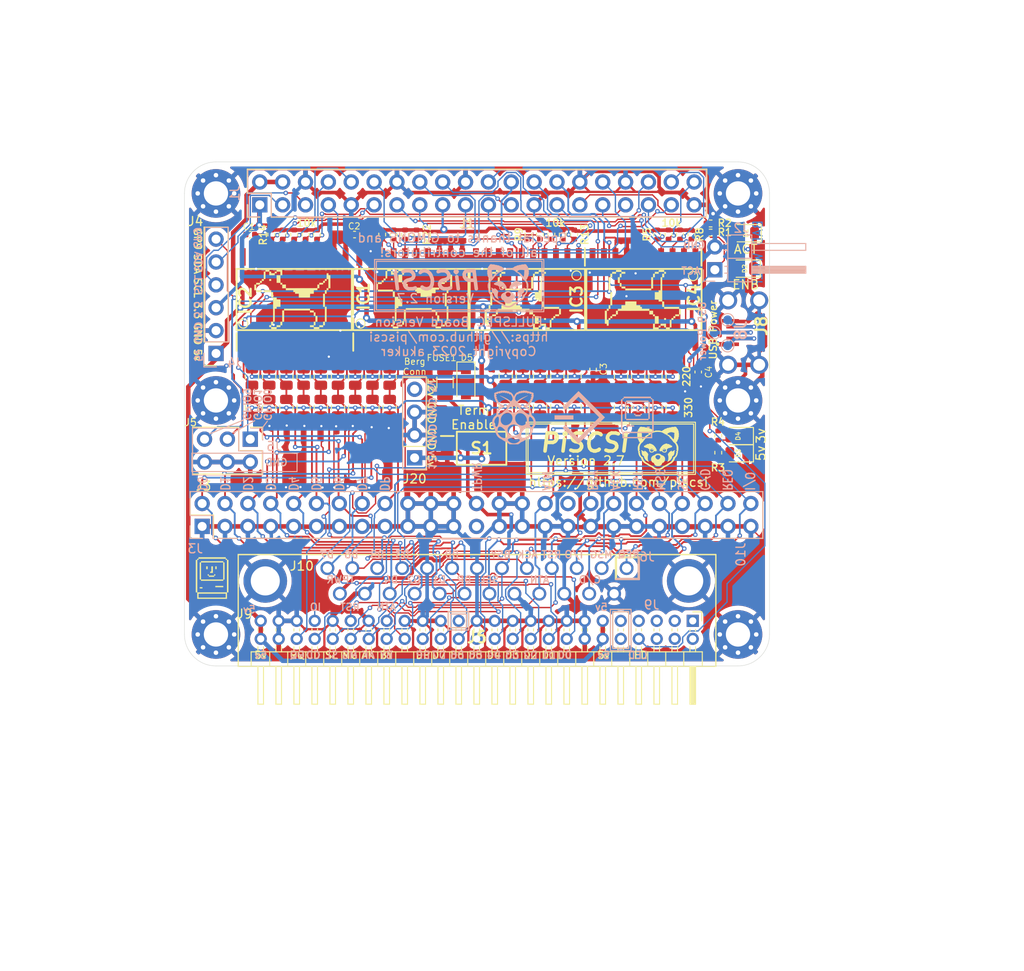
<source format=kicad_pcb>
(kicad_pcb (version 20211014) (generator pcbnew)
  (layers (0 "F.Cu" signal "Top") (31 "B.Cu" signal "Bottom") (34 "B.Paste" user) (35 "F.Paste" user) (36 "B.SilkS" user "B.Silkscreen") (37 "F.SilkS" user "F.Silkscreen") (38 "B.Mask" user) (39 "F.Mask" user) (44 "Edge.Cuts" user))
  (net 0 "")
  (net 1 "GND")
  (net 2 "+3V3")
  (net 3 "+5V")
  (net 4 "C-REQ")
  (net 5 "C-MSG")
  (net 6 "C-BSY")
  (net 7 "C-SEL")
  (net 8 "C-RST")
  (net 9 "C-ACK")
  (net 10 "C-ATN")
  (net 11 "C-DP")
  (net 12 "C-D0")
  (net 13 "C-D1")
  (net 14 "C-D2")
  (net 15 "C-D3")
  (net 16 "C-D4")
  (net 17 "C-D5")
  (net 18 "C-D6")
  (net 19 "C-D7")
  (net 20 "C-I_O")
  (net 21 "C-C_D")
  (net 22 "TERMPOW")
  (net 23 "PI-D7")
  (net 24 "PI-D6")
  (net 25 "PI-D5")
  (net 26 "PI-D4")
  (net 27 "PI-D3")
  (net 28 "PI-D2")
  (net 29 "PI-D1")
  (net 30 "PI-D0")
  (net 31 "PI-DP")
  (net 32 "PI-BSY")
  (net 33 "PI-MSG")
  (net 34 "PI-C_D")
  (net 35 "PI-REQ")
  (net 36 "PI-I_O")
  (net 37 "PI-ATN")
  (net 38 "PI-ACK")
  (net 39 "PI-RST")
  (net 40 "PI-SEL")
  (net 41 "Net-(D2-Pad2)")
  (net 42 "Net-(D3-Pad2)")
  (net 43 "Net-(D4-Pad2)")
  (net 44 "DBG_LED")
  (net 45 "PI_SCL")
  (net 46 "PI_SDA")
  (net 47 "/TERM_GND")
  (net 48 "/TERM_5v")
  (net 49 "PI-IND")
  (net 50 "PI-TAD")
  (net 51 "PI-DTD")
  (net 52 "Net-(D5-Pad1)")
  (net 53 "PI_GPIO1")
  (net 54 "PI_GPIO0")
  (net 55 "PI_GPIO9")
  (net 56 "USB_Pin_4")
  (net 57 "USB_Pin_3")
  (net 58 "USB_Pin_2")
  (net 59 "PI-ACT")
  (net 73 "Net-(D1-Pad2)")
  (footprint "LED_SMD:LED_0805_2012Metric" (layer "F.Cu") (at 236.0295 74.8665 180)
    (fp_text reference "D3")
    (fp_text value "Green")
  )
  (footprint "LED_SMD:LED_0805_2012Metric" (layer "F.Cu") (at 236.9035 50.419 180)
    (fp_text reference "D1")
    (fp_text value "Green")
  )
  (footprint "LED_SMD:LED_0805_2012Metric" (layer "F.Cu") (at 236.7915 54.356 180)
    (fp_text reference "D2")
    (fp_text value "Green")
  )
  (footprint "MountingHole:MountingHole_2.7mm_M2.5_Pad_Via" (layer "F.Cu") (at 178 46)
    (fp_text reference "H1" hide)
    (fp_text value "Hole1" hide)
  )
  (footprint "MountingHole:MountingHole_2.7mm_M2.5_Pad_Via" (layer "F.Cu") (at 178 69)
    (fp_text reference "H3" hide)
    (fp_text value "Hole3" hide)
  )
  (footprint "MountingHole:MountingHole_2.7mm_M2.5_Pad_Via" (layer "F.Cu") (at 178 95)
    (fp_text reference "H5" hide)
    (fp_text value "Hole4")
  )
  (footprint "Connector_PinSocket_2.54mm:PinSocket_1x06_P2.54mm_Vertical" (layer "F.Cu") (at 178.01 63.78 180)
    (fp_text reference "J4")
    (fp_text value "I2C Pinout")
  )
  (footprint "MountingHole:MountingHole_2.7mm_M2.5_Pad_Via" (layer "F.Cu") (at 236 69)
    (fp_text reference "H4" hide)
    (fp_text value "Hole5" hide)
  )
  (footprint "MountingHole:MountingHole_2.7mm_M2.5_Pad_Via" (layer "F.Cu") (at 236 95)
    (fp_text reference "H6" hide)
    (fp_text value "Hole6")
  )
  (footprint "MountingHole:MountingHole_2.7mm_M2.5_Pad_Via" (layer "F.Cu") (at 236 46)
    (fp_text reference "H2" hide)
    (fp_text value "Hole2" hide)
  )
  (footprint "Resistor_SMD:R_0805_2012Metric" (layer "F.Cu") (at 217.84 66.3 -90)
    (fp_text reference "R31")
    (fp_text value "220")
  )
  (footprint "Fuse:Fuse_1206_3216Metric" (layer "F.Cu") (at 203.45 67 -90)
    (fp_text reference "FUSE1")
    (fp_text value "1A")
  )
  (footprint "SamacSys_Parts:SOIC127P1030X265-20N" (layer "F.Cu") (at 199.644 57.785 90)
    (fp_text reference "IC1")
    (fp_text value "SN74LS641-1DW" hide)
  )
  (footprint "SamacSys_Parts:SOIC127P1030X265-20N" (layer "F.Cu") (at 212.598 57.785 -90)
    (fp_text reference "IC3")
    (fp_text value "SN74LS641-1DW" hide)
  )
  (footprint "Resistor_SMD:R_0402_1005Metric" (layer "F.Cu") (at 232.9585 49.3395)
    (fp_text reference "R2")
    (fp_text value "2k")
  )
  (footprint "Resistor_SMD:R_0402_1005Metric" (layer "F.Cu") (at 233.807 74.803 -90)
    (fp_text reference "R3")
    (fp_text value "5.1k")
  )
  (footprint "Resistor_SMD:R_0402_1005Metric" (layer "F.Cu") (at 227.0125 50.569 -90)
    (fp_text reference "R5")
    (fp_text value "10k")
  )
  (footprint "Resistor_SMD:R_0402_1005Metric" (layer "F.Cu") (at 228.2825 50.569 -90)
    (fp_text reference "R6" hide)
    (fp_text value "10k")
  )
  (footprint "Resistor_SMD:R_0402_1005Metric" (layer "F.Cu") (at 229.5525 50.569 -90)
    (fp_text reference "R7" hide)
    (fp_text value "10k")
  )
  (footprint "Resistor_SMD:R_0402_1005Metric" (layer "F.Cu") (at 212.725 50.569 -90)
    (fp_text reference "R9")
    (fp_text value "10k")
  )
  (footprint "Resistor_SMD:R_0402_1005Metric" (layer "F.Cu") (at 215.265 50.569 -90)
    (fp_text reference "R11" hide)
    (fp_text value "10k")
  )
  (footprint "Resistor_SMD:R_0402_1005Metric" (layer "F.Cu") (at 216.535 50.569 -90)
    (fp_text reference "R12" hide)
    (fp_text value "10k")
  )
  (footprint "Resistor_SMD:R_0402_1005Metric" (layer "F.Cu") (at 217.805 50.569 -90)
    (fp_text reference "R13")
    (fp_text value "10k")
  )
  (footprint "Resistor_SMD:R_0402_1005Metric" (layer "F.Cu") (at 185.42 50.569 -90)
    (fp_text reference "R15" hide)
    (fp_text value "10k")
  )
  (footprint "Resistor_SMD:R_0402_1005Metric" (layer "F.Cu") (at 186.69 50.569 -90)
    (fp_text reference "R16" hide)
    (fp_text value "10k")
  )
  (footprint "Resistor_SMD:R_0402_1005Metric" (layer "F.Cu") (at 196.469 50.569 -90)
    (fp_text reference "R19" hide)
    (fp_text value "10k")
  )
  (footprint "Resistor_SMD:R_0402_1005Metric" (layer "F.Cu") (at 197.739 50.569 -90)
    (fp_text reference "R20" hide)
    (fp_text value "10k")
  )
  (footprint "Resistor_SMD:R_0402_1005Metric" (layer "F.Cu") (at 199.009 50.569 -90)
    (fp_text reference "R21" hide)
    (fp_text value "10k")
  )
  (footprint "Resistor_SMD:R_0402_1005Metric" (layer "F.Cu") (at 200.279 50.569 -90)
    (fp_text reference "R22")
    (fp_text value "10k")
  )
  (footprint "Resistor_SMD:R_0805_2012Metric" (layer "F.Cu") (at 223.0025 66.4 -90)
    (fp_text reference "R23")
    (fp_text value "220")
  )
  (footprint "Resistor_SMD:R_0805_2012Metric" (layer "F.Cu") (at 224.915 66.4 -90)
    (fp_text reference "R24")
    (fp_text value "220")
  )
  (footprint "Resistor_SMD:R_0805_2012Metric" (layer "F.Cu") (at 226.8275 66.4 -90)
    (fp_text reference "R25")
    (fp_text value "220")
  )
  (footprint "Resistor_SMD:R_0805_2012Metric" (layer "F.Cu") (at 228.74 66.4 -90)
    (fp_text reference "R26")
    (fp_text value "220")
  )
  (footprint "Resistor_SMD:R_0805_2012Metric" (layer "F.Cu") (at 210.19 66.3 -90)
    (fp_text reference "R27")
    (fp_text value "220")
  )
  (footprint "Resistor_SMD:R_0805_2012Metric" (layer "F.Cu") (at 212.1025 66.3 -90)
    (fp_text reference "R28")
    (fp_text value "220")
  )
  (footprint "Resistor_SMD:R_0805_2012Metric" (layer "F.Cu") (at 214.015 66.3 -90)
    (fp_text reference "R29")
    (fp_text value "220")
  )
  (footprint "Resistor_SMD:R_0805_2012Metric" (layer "F.Cu") (at 215.9275 66.3 -90)
    (fp_text reference "R30")
    (fp_text value "220")
  )
  (footprint "Resistor_SMD:R_0805_2012Metric" (layer "F.Cu") (at 185.825 66.4 -90)
    (fp_text reference "R34")
    (fp_text value "220")
  )
  (footprint "Resistor_SMD:R_0805_2012Metric" (layer "F.Cu") (at 187.7375 66.4 -90)
    (fp_text reference "R35")
    (fp_text value "220")
  )
  (footprint "Resistor_SMD:R_0805_2012Metric" (layer "F.Cu") (at 189.65 66.4 -90)
    (fp_text reference "R36")
    (fp_text value "220")
  )
  (footprint "Resistor_SMD:R_0805_2012Metric" (layer "F.Cu") (at 191.5625 66.4 -90)
    (fp_text reference "R37")
    (fp_text value "220")
  )
  (footprint "Resistor_SMD:R_0805_2012Metric" (layer "F.Cu") (at 193.475 66.4 -90)
    (fp_text reference "R38")
    (fp_text value "220")
  )
  (footprint "Resistor_SMD:R_0805_2012Metric" (layer "F.Cu") (at 195.3875 66.4 -90)
    (fp_text reference "R39")
    (fp_text value "220")
  )
  (footprint "Resistor_SMD:R_0805_2012Metric" (layer "F.Cu") (at 197.3 66.4 -90)
    (fp_text reference "R40")
    (fp_text value "220")
  )
  (footprint "Resistor_SMD:R_0805_2012Metric" (layer "F.Cu") (at 223.0025 69.8 90)
    (fp_text reference "R41")
    (fp_text value "330")
  )
  (footprint "Resistor_SMD:R_0805_2012Metric" (layer "F.Cu") (at 224.915 69.8 90)
    (fp_text reference "R42")
    (fp_text value "330")
  )
  (footprint "Resistor_SMD:R_0805_2012Metric" (layer "F.Cu") (at 226.8275 69.8 90)
    (fp_text reference "R43")
    (fp_text value "330")
  )
  (footprint "Resistor_SMD:R_0805_2012Metric" (layer "F.Cu") (at 228.74 69.8 90)
    (fp_text reference "R44")
    (fp_text value "330")
  )
  (footprint "Resistor_SMD:R_0805_2012Metric" (layer "F.Cu") (at 210.19 69.7 90)
    (fp_text reference "R45")
    (fp_text value "330")
  )
  (footprint "Resistor_SMD:R_0805_2012Metric" (layer "F.Cu") (at 212.1025 69.7 90)
    (fp_text reference "R46")
    (fp_text value "330")
  )
  (footprint "Resistor_SMD:R_0805_2012Metric" (layer "F.Cu") (at 214.015 69.7 90)
    (fp_text reference "R47")
    (fp_text value "330")
  )
  (footprint "Resistor_SMD:R_0805_2012Metric" (layer "F.Cu") (at 215.9275 69.7 90)
    (fp_text reference "R48")
    (fp_text value "330")
  )
  (footprint "Resistor_SMD:R_0805_2012Metric" (layer "F.Cu") (at 217.84 69.7 90)
    (fp_text reference "R49")
    (fp_text value "330")
  )
  (footprint "Resistor_SMD:R_0805_2012Metric" (layer "F.Cu") (at 182 69.8 90)
    (fp_text reference "R50")
    (fp_text value "330")
  )
  (footprint "Resistor_SMD:R_0805_2012Metric" (layer "F.Cu") (at 183.9125 69.8 90)
    (fp_text reference "R51")
    (fp_text value "330")
  )
  (footprint "Resistor_SMD:R_0805_2012Metric" (layer "F.Cu") (at 185.825 69.8 90)
    (fp_text reference "R52")
    (fp_text value "330")
  )
  (footprint "Resistor_SMD:R_0805_2012Metric" (layer "F.Cu") (at 187.7375 69.8 90)
    (fp_text reference "R53")
    (fp_text value "330")
  )
  (footprint "Resistor_SMD:R_0805_2012Metric" (layer "F.Cu") (at 189.65 69.8 90)
    (fp_text reference "R54")
    (fp_text value "330")
  )
  (footprint "Resistor_SMD:R_0805_2012Metric" (layer "F.Cu") (at 191.5625 69.8 90)
    (fp_text reference "R55")
    (fp_text value "330")
  )
  (footprint "Resistor_SMD:R_0805_2012Metric" (layer "F.Cu") (at 193.475 69.8 90)
    (fp_text reference "R56")
    (fp_text value "330")
  )
  (footprint "Resistor_SMD:R_0805_2012Metric" (layer "F.Cu") (at 195.3875 69.8 90)
    (fp_text reference "R57")
    (fp_text value "330")
  )
  (footprint "Resistor_SMD:R_0805_2012Metric" (layer "F.Cu") (at 197.3 69.8 90)
    (fp_text reference "R58")
    (fp_text value "330")
  )
  (footprint "SamacSys_Parts:dogcow" (layer "F.Cu") (at 186.4995 57.785)
    (fp_text reference "X2" hide)
    (fp_text value "Dogcow" hide)
  )
  (footprint "SamacSys_Parts:dogcow" (layer "F.Cu") (at 225.425 57.785 180)
    (fp_text reference "X4" hide)
    (fp_text value "Dogcow" hide)
  )
  (footprint "SamacSys_Parts:dogcow" (layer "F.Cu") (at 212.09 57.785 180)
    (fp_text reference "X5" hide)
    (fp_text value "Dogcow" hide)
  )
  (footprint "SamacSys_Parts:dogcow" (layer "F.Cu") (at 200.025 57.7215)
    (fp_text reference "X6" hide)
    (fp_text value "Dogcow" hide)
  )
  (footprint "Resistor_SMD:R_0402_1005Metric" (layer "F.Cu") (at 189.23 50.569 -90)
    (fp_text reference "R18" hide)
    (fp_text value "10k")
  )
  (footprint "Resistor_SMD:R_0402_1005Metric" (layer "F.Cu") (at 184.15 50.569 -90)
    (fp_text reference "R14")
    (fp_text value "10k")
  )
  (footprint "Resistor_SMD:R_0402_1005Metric" (layer "F.Cu") (at 187.96 50.569 -90)
    (fp_text reference "R17" hide)
    (fp_text value "10k")
  )
  (footprint "Resistor_SMD:R_0805_2012Metric" (layer "F.Cu") (at 182 66.4 -90)
    (fp_text reference "R32")
    (fp_text value "220")
  )
  (footprint "Resistor_SMD:R_0805_2012Metric" (layer "F.Cu") (at 183.9125 66.4 -90)
    (fp_text reference "R33")
    (fp_text value "220")
  )
  (footprint "SamacSys_Parts:SOIC127P1030X265-20N" (layer "F.Cu") (at 225.552 57.785 -90)
    (fp_text reference "IC4")
    (fp_text value "SN74LS641-1DW" hide)
  )
  (footprint "Resistor_SMD:R_0402_1005Metric" (layer "F.Cu") (at 233.807 72.898 -90)
    (fp_text reference "R4")
    (fp_text value "2k")
  )
  (footprint "rascsi_din:SOIC127P812X230-4N" (layer "F.Cu") (at 207.51 74.31)
    (fp_text reference "S1")
    (fp_text value "Switch x2" hide)
  )
  (footprint "Diode_SMD:D_SOD-123F" (layer "F.Cu") (at 205.77 66.925 -90)
    (fp_text reference "D5")
    (fp_text value "SM4007PL")
  )
  (footprint "SamacSys_Parts:SOIC127P1030X265-20N" (layer "F.Cu") (at 186.69 57.785 90)
    (fp_text reference "IC2")
    (fp_text value "SN74LS641-1DW" hide)
  )
  (footprint "SamacSys_Parts:L717SDB25PA4CH4F_Flipped" (layer "F.Cu") (at 190.3816 87.63)
    (fp_text reference "J6")
    (fp_text value "CONNFLY DB-25" hide)
  )
  (footprint "LED_SMD:LED_0805_2012Metric" (layer "F.Cu") (at 236.0295 72.9615 180)
    (fp_text reference "D4")
    (fp_text value "Green")
  )
  (footprint "Resistor_SMD:R_0402_1005Metric" (layer "F.Cu") (at 232.9585 50.3555)
    (fp_text reference "R1")
    (fp_text value "2k")
  )
  (footprint "SamacSys_Parts:mac_happy_small" (layer "F.Cu") (at 177.6095 88.7095)
    (fp_text reference "X1" hide)
    (fp_text value "Mac" hide)
  )
  (footprint "SamacSys_Parts:U254051N4BH806" (layer "F.Cu") (at 237.39 61.46 90)
    (fp_text reference "J8")
    (fp_text value "USB_B_Micro" hide)
  )
  (footprint "Connector_PinHeader_2.54mm:PinHeader_2x25_P2.54mm_Vertical" (layer "F.Cu") (at 176.4665 82.9945 90)
    (fp_text reference "J3")
    (fp_text value "Conn_02x25_Odd_Even")
  )
  (footprint "Connector_PinHeader_2.00mm:PinHeader_2x25_P2.00mm_Horizontal" (layer "F.Cu") (at 230.972 93.488 -90)
    (fp_text reference "J9" hide)
    (fp_text value "Conn_02x25_Odd_Even")
  )
  (footprint "Resistor_SMD:R_0402_1005Metric" (layer "F.Cu") (at 230.8225 50.569 -90)
    (fp_text reference "R8")
    (fp_text value "10k")
  )
  (footprint "Resistor_SMD:R_0402_1005Metric" (layer "F.Cu") (at 213.995 50.569 -90)
    (fp_text reference "R10" hide)
    (fp_text value "10k")
  )
  (footprint "Connector_PinHeader_2.54mm:PinHeader_2x03_P2.54mm_Vertical" (layer "F.Cu") (at 181.81 73.3 -90)
    (fp_text reference "J5")
    (fp_text value "DNP")
  )
  (footprint "Connector_PinHeader_2.54mm:PinHeader_1x04_P2.54mm_Vertical" (layer "F.Cu") (at 200.07 75.38 180)
    (fp_text reference "J20")
    (fp_text value "171826-4")
  )
  (footprint "Capacitor_SMD:C_0402_1005Metric" (layer "F.Cu") (at 193.4 50.569 180)
    (fp_text reference "C2")
    (fp_text value "10uF")
  )
  (footprint "Capacitor_SMD:C_0402_1005Metric" (layer "F.Cu") (at 219.9 65.52 -90)
    (fp_text reference "C3")
    (fp_text value "10uF")
  )
  (footprint "SamacSys_Parts:red_panda_6mm" (layer "F.Cu") (at 227.12 74.32)
    (fp_text reference "G***" hide)
    (fp_text value "LOGO" hide)
  )
  (footprint "Capacitor_SMD:C_0402_1005Metric" (layer "F.Cu") (at 181.81 50.569)
    (fp_text reference "C1")
    (fp_text value "10uF")
  )
  (footprint "Capacitor_SMD:C_0402_1005Metric" (layer "F.Cu") (at 231.58 65.84 -90)
    (fp_text reference "C4")
    (fp_text value "10uF")
  )
  (footprint "Connector_PinSocket_2.54mm:PinSocket_2x20_P2.54mm_Vertical" (layer "B.Cu") (at 182.87 47.27 -90)
    (fp_text reference "J1")
    (fp_text value "Raspberry_Pi_2_3")
  )
  (footprint "SamacSys_Parts:pi_logo" (layer "B.Cu") (at 211.1 70.938684 180)
    (fp_text reference "X7" hide)
    (fp_text value "Pi" hide)
  )
  (footprint "SamacSys_Parts:mac_happy_small" (layer "B.Cu") (at 224.78 70.866909 180)
    (fp_text reference "X3" hide)
    (fp_text value "Mac" hide)
  )
  (footprint "SamacSys_Parts:scsi_logo" (layer "B.Cu") (at 218.411965 70.885 180)
    (fp_text reference "X8" hide)
    (fp_text value "Pi" hide)
  )
  (footprint "Connector_PinHeader_2.54mm:PinHeader_1x02_P2.54mm_Horizontal" (layer "B.Cu") (at 233.426 54.483)
    (fp_text reference "J2")
    (fp_text value "DNP")
  )
  (footprint "TestPoint:TestPoint_Pad_D1.0mm" (layer "B.Cu") (at 233.35 61.48 90)
    (fp_text reference "TP2" hide)
    (fp_text value "TestPoint" hide)
  )
  (footprint "TestPoint:TestPoint_Pad_D1.0mm" (layer "B.Cu") (at 234.85 62.91 90)
    (fp_text reference "TP3" hide)
    (fp_text value "TestPoint")
  )
  (footprint "TestPoint:TestPoint_Pad_D1.0mm" (layer "B.Cu") (at 234.85 60.05 90)
    (fp_text reference "TP1" hide)
    (fp_text value "TestPoint")
  )
  (footprint "SamacSys_Parts:red_panda_6mm" (layer "B.Cu") (at 210.45 56.26 180)
    (fp_text reference "G***" hide)
    (fp_text value "LOGO" hide)
  )
  (gr_line (start 175.3235 76.8985) (end 175.3235 76.7715) (layer "B.SilkS") (width 0.12))
  (gr_line (start 238.76 84.328) (end 177.673 84.328) (layer "B.SilkS") (width 0.12))
  (gr_line (start 225.044 88.9) (end 225.044 86.36) (layer "B.SilkS") (width 0.12))
  (gr_line (start 222.377 88.9) (end 225.044 88.9) (layer "B.SilkS") (width 0.12))
  (gr_line (start 224.917 88.773) (end 224.917 86.487) (layer "B.SilkS") (width 0.12))
  (gr_line (start 222.504 88.773) (end 224.917 88.773) (layer "B.SilkS") (width 0.12))
  (gr_line (start 183.1975 73.406) (end 183.1975 72.0725) (layer "B.SilkS") (width 0.12))
  (gr_rect (start 222.082 92.472) (end 223.86 96.536) (layer "B.SilkS") (width 0.12) (fill none))
  (gr_line (start 175.3235 76.7715) (end 175.3235 74.8665) (layer "B.SilkS") (width 0.12))
  (gr_line (start 203.937 57.954) (end 204.064 57.954) (layer "B.SilkS") (width 0.12))
  (gr_line (start 175.387 72.0725) (end 180.5305 72.0725) (layer "B.SilkS") (width 0.12))
  (gr_rect (start 195.62 59.14) (end 214.42 53.34) (layer "B.SilkS") (width 0.12) (fill none))
  (gr_line (start 183.1975 74.6125) (end 183.1975 77.2795) (layer "B.SilkS") (width 0.12))
  (gr_line (start 175.133 81.788) (end 175.133 79.121) (layer "B.SilkS") (width 0.12))
  (gr_line (start 175.133 82.931) (end 175.133 84.328) (layer "B.SilkS") (width 0.12))
  (gr_rect (start 204.048 92.726) (end 205.826 94.25) (layer "B.SilkS") (width 0.12) (fill none))
  (gr_line (start 183.7055 71.3105) (end 183.134 72.0725) (layer "B.SilkS") (width 0.12))
  (gr_line (start 180.5305 72.0725) (end 180.5305 74.6125) (layer "B.SilkS") (width 0.12))
  (gr_line (start 176.784 62.484) (end 179.3875 62.484) (layer "B.SilkS") (width 0.12))
  (gr_line (start 238.76 79.121) (end 238.76 84.328) (layer "B.SilkS") (width 0.12))
  (gr_rect (start 203.794 92.472) (end 206.08 94.504) (layer "B.SilkS") (width 0.12) (fill none))
  (gr_rect (start 221.828 92.218) (end 224.114 96.79) (layer "B.SilkS") (width 0.12) (fill none))
  (gr_line (start 175.133 84.328) (end 176.53 84.328) (layer "B.SilkS") (width 0.12))
  (gr_line (start 177.673 84.328) (end 177.673 81.788) (layer "B.SilkS") (width 0.12))
  (gr_line (start 179.3875 62.484) (end 179.37 49.78) (layer "B.SilkS") (width 0.12))
  (gr_line (start 179.3875 49.78) (end 176.784 49.78) (layer "B.SilkS") (width 0.12))
  (gr_line (start 175.133 79.121) (end 238.76 79.121) (layer "B.SilkS") (width 0.12))
  (gr_line (start 183.1975 77.2795) (end 175.387 77.2795) (layer "B.SilkS") (width 0.12))
  (gr_line (start 187.0075 74.8665) (end 187.0075 76.8985) (layer "B.SilkS") (width 0.12))
  (gr_rect (start 195.82 58.94) (end 214.22 53.54) (layer "B.SilkS") (width 0.12) (fill none))
  (gr_line (start 177.673 81.788) (end 175.133 81.788) (layer "B.SilkS") (width 0.12))
  (gr_line (start 187.0075 76.8985) (end 175.3235 76.8985) (layer "B.SilkS") (width 0.12))
  (gr_rect (start 198.76 66.33) (end 201.34 76.64) (layer "B.SilkS") (width 0.12) (fill none))
  (gr_line (start 175.387 77.2795) (end 175.387 72.0725) (layer "B.SilkS") (width 0.12))
  (gr_line (start 176.657 63.754) (end 176.657 65.278) (layer "B.SilkS") (width 0.12))
  (gr_line (start 176.657 65.278) (end 178.054 65.278) (layer "B.SilkS") (width 0.12))
  (gr_line (start 183.1975 72.0725) (end 181.864 72.0725) (layer "B.SilkS") (width 0.12))
  (gr_line (start 176.784 49.78) (end 176.784 62.484) (layer "B.SilkS") (width 0.12))
  (gr_line (start 181.0385 71.1835) (end 177.292 72.7075) (layer "B.SilkS") (width 0.12))
  (gr_line (start 175.3235 74.8665) (end 187.0075 74.8665) (layer "B.SilkS") (width 0.12))
  (gr_line (start 180.5305 74.6125) (end 183.1975 74.6125) (layer "B.SilkS") (width 0.12))
  (gr_line (start 182.3085 71.247) (end 179.959 72.5805) (layer "B.SilkS") (width 0.12))
  (gr_circle (center 181.0385 60.452) (end 181.483 60.198) (layer "F.SilkS") (width 0.12) (fill none))
  (gr_line (start 184.15 45.974) (end 181.483 45.974) (layer "F.SilkS") (width 0.12))
  (gr_circle (center 231.013 55.1815) (end 231.4575 54.9275) (layer "F.SilkS") (width 0.12) (fill none))
  (gr_rect (start 203.794 92.472) (end 206.08 94.504) (layer "F.SilkS") (width 0.12) (fill none))
  (gr_rect (start 222.377 86.36) (end 225.044 88.9) (layer "F.SilkS") (width 0.12) (fill none))
  (gr_line (start 182.88 48.641) (end 181.483 48.641) (layer "F.SilkS") (width 0.12))
  (gr_circle (center 218.059 55.118) (end 218.5035 54.864) (layer "F.SilkS") (width 0.12) (fill none))
  (gr_line (start 232.537 48.641) (end 184.15 48.641) (layer "F.SilkS") (width 0.12))
  (gr_line (start 181.483 43.307) (end 232.537 43.307) (layer "F.SilkS") (width 0.12))
  (gr_line (start 181.483 48.641) (end 181.483 47.244) (layer "F.SilkS") (width 0.12))
  (gr_rect (start 222.082 92.472) (end 223.86 96.536) (layer "F.SilkS") (width 0.12) (fill none))
  (gr_line (start 184.15 48.641) (end 184.15 45.974) (layer "F.SilkS") (width 0.12))
  (gr_rect (start 212.67 71.62) (end 231.07 77.02) (layer "F.SilkS") (width 0.12) (fill none))
  (gr_rect (start 212.47 71.42) (end 231.27 77.22) (layer "F.SilkS") (width 0.12) (fill none))
  (gr_rect (start 222.504 86.487) (end 224.917 88.773) (layer "F.SilkS") (width 0.12) (fill none))
  (gr_line (start 232.537 43.307) (end 232.537 48.641) (layer "F.SilkS") (width 0.12))
  (gr_rect (start 180.467 86.106) (end 233.553 98.552) (layer "F.SilkS") (width 0.12) (fill none))
  (gr_rect (start 204.048 92.726) (end 205.826 94.25) (layer "F.SilkS") (width 0.12) (fill none))
  (gr_line (start 181.483 45.974) (end 181.483 43.307) (layer "F.SilkS") (width 0.12))
  (gr_circle (center 194.056 60.452) (end 194.5005 60.198) (layer "F.SilkS") (width 0.12) (fill none))
  (gr_rect (start 221.828 92.218) (end 224.114 96.79) (layer "F.SilkS") (width 0.12) (fill none))
  (gr_line (start 178 42.5) (end 236 42.5) (layer "Edge.Cuts") (width 0.05))
  (gr_line (start 178 98.496) (end 236 98.496) (layer "Edge.Cuts") (width 0.05))
  (gr_arc (start 239.5 94.996) (mid 238.474874 97.470874) (end 236 98.496) (layer "Edge.Cuts") (width 0.05))
  (gr_line (start 174.5 46) (end 174.5 94.996) (layer "Edge.Cuts") (width 0.05))
  (gr_arc (start 236 42.5) (mid 238.474874 43.525126) (end 239.5 46) (layer "Edge.Cuts") (width 0.05))
  (gr_arc (start 174.5 46) (mid 175.525126 43.525126) (end 178 42.5) (layer "Edge.Cuts") (width 0.05))
  (gr_arc (start 178 98.496) (mid 175.525126 97.470874) (end 174.5 94.996) (layer "Edge.Cuts") (width 0.05))
  (gr_line (start 239.5 46) (end 239.5 94.996) (layer "Edge.Cuts") (width 0.05))
  (gr_text "BAD WOLF" (at 238.21 52.7 90) (layer "B.Cu") (effects (font (size 1 1)) (justify mirror)))
  (gr_text "GP9" (at 175.92 50.94 270) (layer "B.SilkS") (effects (font (size 0.8 0.8)) (justify mirror)))
  (gr_text "SDA" (at 176.022 53.594 270) (layer "B.SilkS") (effects (font (size 0.8 0.8)) (justify mirror)))
  (gr_text "SCL" (at 176.022 56.134 270) (layer "B.SilkS") (effects (font (size 0.8 0.8)) (justify mirror)))
  (gr_text "3.3" (at 176.022 58.928 270) (layer "B.SilkS") (effects (font (size 0.8 0.8)) (justify mirror)))
  (gr_text "GND\n" (at 176.022 61.468 270) (layer "B.SilkS") (effects (font (size 0.8 0.8)) (justify mirror)))
  (gr_text "5v" (at 176.022 64.008 270) (layer "B.SilkS") (effects (font (size 0.8 0.8)) (justify mirror)))
  (gr_text "GPIO9" (at 181.4195 69.4055 270) (layer "B.SilkS") (effects (font (size 0.8 0.8)) (justify mirror)))
  (gr_text "GND" (at 184.7215 75.8825) (layer "B.SilkS") (effects (font (size 0.8 0.8)) (justify mirror)))
  (gr_text "ACT" (at 230.759 54.61) (layer "B.SilkS") (effects (font (size 0.8 0.8)) (justify mirror)))
  (gr_text "USB Power" (at 232.03 61.28 90) (layer "B.SilkS") (effects (font (size 0.8 0.8)) (justify mirror)))
  (gr_text "GND" (at 231.14 51.7525) (layer "B.SilkS") (effects (font (size 0.8 0.8)) (justify mirror)))
  (gr_text "I/O" (at 237.2995 77.984381 270) (layer "B.SilkS") (effects (font (size 1 0.8)) (justify mirror)))
  (gr_text "RST" (at 224.826284 77.927238 270) (layer "B.SilkS") (effects (font (size 1 0.8)) (justify mirror)))
  (gr_text "SEL" (at 229.815568 77.946286 270) (layer "B.SilkS") (effects (font (size 1 0.8)) (justify mirror)))
  (gr_text "D0" (at 176.4665 78.232 270) (layer "B.SilkS") (effects (font (size 1 0.8)) (justify mirror)))
  (gr_text "D5" (at 189.12681 78.232 270) (layer "B.SilkS") (effects (font (size 1 0.8)) (justify mirror)))
  (gr_text "BSY" (at 219.837 77.889143 270) (layer "B.SilkS") (effects (font (size 1 0.8)) (justify mirror)))
  (gr_text "D6" (at 191.658872 78.232 270) (layer "B.SilkS") (effects (font (size 1 0.8)) (justify mirror)))
  (gr_text "D1" (at 178.998562 78.232 270) (layer "B.SilkS") (effects (font (size 1 0.8)) (justify mirror)))
  (gr_text "D4" (at 186.594748 78.232 270) (layer "B.SilkS") (effects (font (size 1 0.8)) (justify mirror)))
  (gr_text "D2" (at 181.530624 78.232 270) (layer "B.SilkS") (effects (font (size 1 0.8)) (justify mirror)))
  (gr_text "MSG" (at 227.320926 77.774858 270) (layer "B.SilkS") (effects (font (size 1 0.8)) (justify mirror)))
  (gr_text "TPWR" (at 206.9465 77.451048 270) (layer "B.SilkS") (effects (font (size 1 0.8)) (justify mirror)))
  (gr_text "D3" (at 184.062686 78.232 270) (layer "B.SilkS") (effects (font (size 1 0.8)) (justify mirror)))
  (gr_text "C/D" (at 232.31021 77.793905 270) (layer "B.SilkS") (effects (font (size 1 0.8)) (justify mirror)))
  (gr_text "ACK" (at 222.331642 77.870096 270) (layer "B.SilkS") (effects (font (size 1 0.8)) (justify mirror)))
  (gr_text "ATN" (at 214.757 77.946286 270) (layer "B.SilkS") (effects (font (size 1 0.8)) (justify mirror)))
  (gr_text "DP" (at 196.723 78.232 270) (layer "B.SilkS") (effects (font (size 1 0.8)) (justify mirror)))
  (gr_text "D7" (at 194.190934 78.232 270) (layer "B.SilkS") (effects (font (size 1 0.8)) (justify mirror)))
  (gr_text "REQ" (at 234.804852 77.832 270) (layer "B.SilkS") (effects (font (size 1 0.8)) (justify mirror)))
  (gr_text "REQ" (at 223.86 86.087) (layer "B.SilkS") (effects (font (size 0.8 0.8)) (justify mirror)))
  (gr_text "D7" (at 190.332 86.122) (layer "B.SilkS") (effects (font (size 0.8 0.8)) (justify mirror)))
  (gr_text "DP" (at 205.572 88.916) (layer "B.SilkS") (effects (font (size 0.8 0.8)) (justify mirror)))
  (gr_text "ATN" (at 213.954 88.916) (layer "B.SilkS") (effects (font (size 0.8 0.8)) (justify mirror)))
  (gr_text "ACK" (at 212.598 86.125096) (layer "B.SilkS") (effects (font (size 0.8 0.8)) (justify mirror)))
  (gr_text "C/D" (at 219.542 88.916) (layer "B.SilkS") (effects (font (size 0.8 0.8)) (justify mirror)))
  (gr_text "D3" (at 198.714 86.122) (layer "B.SilkS") (effects (font (size 0.8 0.8)) (justify mirror)))
  (gr_text "TPWR" (at 191.856 88.916) (layer "B.SilkS") (effects (font (size 0.8 0.8)) (justify mirror)))
  (gr_text "MSG" (at 220.812 86.122) (layer "B.SilkS") (effects (font (size 0.8 0.8)) (justify mirror)))
  (gr_text "D2" (at 199.984 88.916) (layer "B.SilkS") (effects (font (size 0.8 0.8)) (justify mirror)))
  (gr_text "D4" (at 197.444 88.916) (layer "B.SilkS") (effects (font (size 0.8 0.8)) (justify mirror)))
  (gr_text "D1" (at 202.778 88.916) (layer "B.SilkS") (effects (font (size 0.8 0.8)) (justify mirror)))
  (gr_text "D6" (at 193.04 86.122) (layer "B.SilkS") (effects (font (size 0.8 0.8)) (justify mirror)))
  (gr_text "BSY" (at 209.636 86.122) (layer "B.SilkS") (effects (font (size 0.8 0.8)) (justify mirror)))
  (gr_text "D5" (at 195.92 86.122) (layer "B.SilkS") (effects (font (size 0.8 0.8)) (justify mirror)))
  (gr_text "D0" (at 204.216 86.122) (layer "B.SilkS") (effects (font (size 0.8 0.8)) (justify mirror)))
  (gr_text "SEL" (at 208.366 88.916) (layer "B.SilkS") (effects (font (size 0.8 0.8)) (justify mirror)))
  (gr_text "RST" (at 215.265 86.122) (layer "B.SilkS") (effects (font (size 0.8 0.8)) (justify mirror)))
  (gr_text "I/O" (at 217.764 86.122) (layer "B.SilkS") (effects (font (size 0.8 0.8)) (justify mirror)))
  (gr_text "J6" (at 225.892 86.376) (layer "B.SilkS") (effects (font (size 1 1)) (justify mirror)))
  (gr_text "AK" (at 194.904 97.298) (layer "B.SilkS") (effects (font (size 0.8 0.8)) (justify mirror)))
  (gr_text "5v" (at 182.966 97.298) (layer "B.SilkS") (effects (font (size 0.8 0.8)) (justify mirror)))
  (gr_text "LED" (at 224.876 97.298) (layer "B.SilkS") (effects (font (size 0.8 0.8)) (justify mirror)))
  (gr_text "ATN" (at 196.936 91.964) (layer "B.SilkS") (effects (font (size 0.8 0.8)) (justify mirror)))
  (gr_text "J10" (at 236.306 86.122 90) (layer "B.SilkS") (effects (font (size 1 1)) (justify mirror)))
  (gr_text "MG" (at 192.872 97.298) (layer "B.SilkS") (effects (font (size 0.8 0.8)) (justify mirror)))
  (gr_text "D6" (at 204.81 97.298) (layer "B.SilkS") (effects (font (size 0.8 0.8)) (justify mirror)))
  (gr_text "5v" (at 181.696 92.218) (layer "B.SilkS") (effects (font (size 0.8 0.8)) (justify mirror)))
  (gr_text "D1" (at 214.97 97.298) (layer "B.SilkS") (effects (font (size 0.8 0.8)) (justify mirror)))
  (gr_text "D5" (at 206.842 97.298) (layer "B.SilkS") (effects (font (size 0.8 0.8)) (justify mirror)))
  (gr_text "IO" (at 189.062 91.964) (layer "B.SilkS") (effects (font (size 0.8 0.8)) (justify mirror)))
  (gr_text "D4" (at 208.874 97.298) (layer "B.SilkS") (effects (font (size 0.8 0.8)) (justify mirror)))
  (gr_text "J5" (at 184.4675 74.1045) (layer "B.SilkS") (effects (font (size 1 1)) (justify mirror)))
  (gr_text "5v" (at 220.812 91.964) (layer "B.SilkS") (effects (font (size 0.8 0.8)) (justify mirror)))
  (gr_text "J9" (at 226.4 91.71) (layer "B.SilkS") (effects (font (size 1 1)) (justify mirror)))
  (gr_text "GPIO0" (at 183.7055 69.469 270) (layer "B.SilkS") (effects (font (size 0.8 0.8)) (justify mirror)))
  (gr_text "D2" (at 212.938 97.298) (layer "B.SilkS") (effects (font (size 0.8 0.8)) (justify mirror)))
  (gr_text "GND\n" (at 202.04 69.868573 -90) (layer "B.SilkS") (effects (font (size 0.8 0.8)) (justify mirror)))
  (gr_text "J3" (at 175.7045 85.471) (layer "B.SilkS") (effects (font (size 1 1)) (justify mirror)))
  (gr_text "5v" (at 221.066 97.298) (layer "B.SilkS") (effects (font (size 0.8 0.8)) (justify mirror)))
  (gr_text "Special thanks to GIMONS and \nall of the contributors!" (at 205 51.74) (layer "B.SilkS") (effects (font (size 1 1)) (justify mirror)))
  (gr_text "12v" (at 202.04 75.6 -90) (layer "B.SilkS") (effects (font (size 0.8 0.8)) (justify mirror)))
  (gr_text "J1" (at 205.994 49.403) (layer "B.SilkS") (effects (font (size 1 1)) (justify mirror)))
  (gr_text "BY" (at 196.936 97.298) (layer "B.SilkS") (effects (font (size 0.8 0.8)) (justify mirror)))
  (gr_text "SL" (at 190.84 97.298) (layer "B.SilkS") (effects (font (size 0.8 0.8)) (justify mirror)))
  (gr_text "RST" (at 192.872 91.964) (layer "B.SilkS") (effects (font (size 0.8 0.8)) (justify mirror)))
  (gr_text "D0" (at 216.748 97.298) (layer "B.SilkS") (effects (font (size 0.8 0.8)) (justify mirror)))
  (gr_text "D7" (at 202.778 97.298) (layer "B.SilkS") (effects (font (size 0.8 0.8)) (justify mirror)))
  (gr_text "GPIO1" (at 182.626 69.4055 270) (layer "B.SilkS") (effects (font (size 0.8 0.8)) (justify mirror)))
  (gr_text "J8" (at 236.306 61.23 90) (layer "B.SilkS") (effects (font (size 1.27 1.27) (thickness 0.23)) (justify mirror)))
  (gr_text "GND\n" (at 202.04 72.810477 -90) (layer "B.SilkS") (effects (font (size 0.8 0.8)) (justify mirror)))
  (gr_text "RQ" (at 187.03 97.298) (layer "B.SilkS") (effects (font (size 0.8 0.8)) (justify mirror)))
  (gr_text "CD" (at 188.808 97.298) (layer "B.SilkS") (effects (font (size 0.8 0.8)) (justify mirror)))
  (gr_text "Version 2.7" (at 202.37 57.68) (layer "B.SilkS") (effects (font (size 1 1)) (justify mirror)))
  (gr_text "DP" (at 201 97.298) (layer "B.SilkS") (effects (font (size 0.8 0.8)) (justify mirror)))
  (gr_text "https://github.com/piscsi\nCopyright 2023 akuker" (at 204.97 62.75) (layer "B.SilkS") (effects (font (size 1 1)) (justify mirror)))
  (gr_text "5v" (at 202.04 67.46 -90) (layer "B.SilkS") (effects (font (size 0.8 0.8)) (justify mirror)))
  (gr_text "FULLSPEC Board Version" (at 204.97 60.28) (layer "B.SilkS") (effects (font (size 1 1)) (justify mirror)))
  (gr_text "PiSCSI" (at 202.53 55.69) (layer "B.SilkS") (effects (font (size 2 2) (thickness 0.4) italic) (justify mirror)))
  (gr_text "D3" (at 210.906 97.298) (layer "B.SilkS") (effects (font (size 0.8 0.8)) (justify mirror)))
  (gr_text "J4" (at 180.086 64.8335) (layer "B.SilkS") (effects (font (size 1 1)) (justify mirror)))
  (gr_text "330" (at 230.5 69.78 90) (layer "F.SilkS") (effects (font (size 0.8 0.8))))
  (gr_text "SDA" (at 175.9712 53.826868 270) (layer "F.SilkS") (effects (font (size 0.8 0.8))))
  (gr_text "SCL" (at 175.9712 56.497546 270) (layer "F.SilkS") (effects (font (size 0.8 0.8))))
  (gr_text "10k" (at 228.6 49.276) (layer "F.SilkS") (effects (font (size 0.8 0.8))))
  (gr_text "3v" (at 238.56 72.93 90) (layer "F.SilkS") (effects (font (size 1 1))))
  (gr_text "https://github.com/piscsi" (at 222.71 78.08) (layer "F.SilkS") (effects (font (size 1 1))))
  (gr_text "ACT" (at 236.855 52.197) (layer "F.SilkS") (effects (font (size 1 1))))
  (gr_text "ENB" (at 236.855 56.134) (layer "F.SilkS") (effects (font (size 1 1))))
  (gr_text "J1" (at 205.867 49.3395) (layer "F.SilkS") (effects (font (size 1 1))))
  (gr_text "USB Power" (at 233.2355 61.1505 90) (layer "F.SilkS") (effects (font (size 0.8 0.8))))
  (gr_text "SL" (at 190.84 97.298) (layer "F.SilkS") (effects (font (size 0.8 0.8))))
  (gr_text "RQ" (at 187.03 97.298) (layer "F.SilkS") (effects (font (size 0.8 0.8))))
  (gr_text "CD" (at 188.808 97.298) (layer "F.SilkS") (effects (font (size 0.8 0.8))))
  (gr_text "5v" (at 182.966 97.298) (layer "F.SilkS") (effects (font (size 0.8 0.8))))
  (gr_text "MG" (at 192.872 97.298) (layer "F.SilkS") (effects (font (size 0.8 0.8))))
  (gr_text "5v" (at 221.066 97.298) (layer "F.SilkS") (effects (font (size 0.8 0.8))))
  (gr_text "AK" (at 194.904 97.298) (layer "F.SilkS") (effects (font (size 0.8 0.8))))
  (gr_text "BY" (at 196.936 97.298) (layer "F.SilkS") (effects (font (size 0.8 0.8))))
  (gr_text "D6" (at 204.81 97.298) (layer "F.SilkS") (effects (font (size 0.8 0.8))))
  (gr_text "D7" (at 202.778 97.298) (layer "F.SilkS") (effects (font (size 0.8 0.8))))
  (gr_text "D4" (at 208.874 97.298) (layer "F.SilkS") (effects (font (size 0.8 0.8))))
  (gr_text "D3" (at 210.906 97.298) (layer "F.SilkS") (effects (font (size 0.8 0.8))))
  (gr_text "D2" (at 212.938 97.298) (layer "F.SilkS") (effects (font (size 0.8 0.8))))
  (gr_text "D0" (at 216.748 97.298) (layer "F.SilkS") (effects (font (size 0.8 0.8))))
  (gr_text "D1" (at 214.97 97.298) (layer "F.SilkS") (effects (font (size 0.8 0.8))))
  (gr_text "D5" (at 206.842 97.298) (layer "F.SilkS") (effects (font (size 0.8 0.8))))
  (gr_text "DP" (at 201 97.298) (layer "F.SilkS") (effects (font (size 0.8 0.8))))
  (gr_text "LED" (at 224.876 97.298) (layer "F.SilkS") (effects (font (size 0.8 0.8))))
  (gr_text "J10" (at 187.538 87.392) (layer "F.SilkS") (effects (font (size 1 1))))
  (gr_text "Berg\nConn" (at 200.08 65.24) (layer "F.SilkS") (effects (font (size 0.7 0.7) (thickness 0.1))))
  (gr_text "3.3" (at 175.9712 58.996795 270) (layer "F.SilkS") (effects (font (size 0.8 0.8))))
  (gr_text "10k" (at 188.0616 49.276) (layer "F.SilkS") (effects (font (size 0.8 0.8))))
  (gr_text "5v" (at 175.9712 63.9572 270) (layer "F.SilkS") (effects (font (size 0.8 0.8))))
  (gr_text "J9" (at 181.188 92.726) (layer "F.SilkS") (effects (font (size 1 1))))
  (gr_text "Term\nEnable" (at 206.63 70.89) (layer "F.SilkS") (effects (font (size 1 1))))
  (gr_text "GND\n" (at 201.93 73.301427 270) (layer "F.SilkS") (effects (font (size 0.8 0.8))))
  (gr_text "12v" (at 201.93 67.57 270) (layer "F.SilkS") (effects (font (size 0.8 0.8))))
  (gr_text "GND\n" (at 175.9712 61.610329 270) (layer "F.SilkS") (effects (font (size 0.8 0.8))))
  (gr_text "GP9" (at 175.9712 51.08 -90) (layer "F.SilkS") (effects (font (size 0.8 0.8))))
  (gr_text "10k" (at 215.6968 49.276) (layer "F.SilkS") (effects (font (size 0.8 0.8))))
  (gr_text "PiSCSI" (at 218.95 73.71) (layer "F.SilkS") (effects (font (size 2 2) (thickness 0.4) italic)))
  (gr_text "GND\n" (at 201.93 70.359523 270) (layer "F.SilkS") (effects (font (size 0.8 0.8))))
  (gr_text "5v" (at 238.53 74.87 90) (layer "F.SilkS") (effects (font (size 1 1))))
  (gr_text "Version 2.7" (at 219.11 75.7) (layer "F.SilkS") (effects (font (size 1 1))))
  (gr_text "220" (at 230.29 66.32 90) (layer "F.SilkS") (effects (font (size 0.8 0.8))))
  (gr_text "5v" (at 201.93 75.71 270) (layer "F.SilkS") (effects (font (size 0.8 0.8))))
  (segment (start 207.579999 54.370001) (end 210.099999 54.370001) (width 0.4) (layer "F.Cu") (net 1))
  (segment (start 218.78 97.298) (end 218.972 97.106) (width 0.5) (layer "F.Cu") (net 1))
  (segment (start 189.71 74.07) (end 189.9 74.26) (width 0.15) (layer "F.Cu") (net 1))
  (segment (start 235.479521 60.234521) (end 237.175479 60.234521) (width 0.4) (layer "F.Cu") (net 1))
  (segment (start 200.279 62.51) (end 200.279 64.911) (width 0.15) (layer "F.Cu") (net 1))
  (segment (start 192.405 61.825) (end 191.82 61.24) (width 0.4) (layer "F.Cu") (net 1))
  (segment (start 212.044999 97.175001) (end 211.922 97.298) (width 0.25) (layer "F.Cu") (net 1))
  (segment (start 220.95 66.08) (end 219.98 66.08) (width 0.2) (layer "F.Cu") (net 1))
  (segment (start 218.469499 79.340999) (end 217.932 78.8035) (width 0.4) (layer "F.Cu") (net 1))
  (segment (start 220.97 66.06) (end 220.95 66.08) (width 0.2) (layer "F.Cu") (net 1))
  (segment (start 190.972 93.488) (end 191.874001 94.390001) (width 0.2) (layer "F.Cu") (net 1))
  (segment (start 223.51 44.73) (end 222.407999 45.832001) (width 0.25) (layer "F.Cu") (net 1))
  (segment (start 231.58 67.15) (end 231.88 67.45) (width 0.2) (layer "F.Cu") (net 1))
  (segment (start 190.972 93.488) (end 190.044999 94.415001) (width 0.25) (layer "F.Cu") (net 1))
  (segment (start 236.823 65.043) (end 234.878 65.043) (width 0.5) (layer "F.Cu") (net 1))
  (segment (start 200.279 54.61) (end 200.632553 54.61) (width 0.4) (layer "F.Cu") (net 1))
  (segment (start 238.355 65.035) (end 238.355 63.620787) (width 0.4) (layer "F.Cu") (net 1))
  (segment (start 189.71 71.85) (end 189.71 74.07) (width 0.15) (layer "F.Cu") (net 1))
  (segment (start 199.73 97.298) (end 201.762 97.298) (width 0.5) (layer "F.Cu") (net 1))
  (segment (start 210.044999 94.415001) (end 210.044999 97.198999) (width 0.25) (layer "F.Cu") (net 1))
  (segment (start 191.11 78.630043) (end 191.1435 78.663543) (width 0.15) (layer "F.Cu") (net 1))
  (segment (start 194.069999 94.390001) (end 194.972 93.488) (width 0.2) (layer "F.Cu") (net 1))
  (segment (start 210.144 97.298) (end 211.922 97.298) (width 0.5) (layer "F.Cu") (net 1))
  (segment (start 222.49 51.08) (end 222.377 51.193) (width 0.2) (layer "F.Cu") (net 1))
  (segment (start 238.355 59.299213) (end 238.355 57.885) (width 0.4) (layer "F.Cu") (net 1))
  (segment (start 200.972 93.488) (end 201.899001 94.415001) (width 0.25) (layer "F.Cu") (net 1))
  (segment (start 195.899001 94.415001) (end 195.899001 97.064999) (width 0.25) (layer "F.Cu") (net 1))
  (segment (start 208.698 53.06) (end 208.301994 52.663994) (width 0.4) (layer "F.Cu") (net 1))
  (segment (start 208.977702 45.907001) (end 209.011204 45.873499) (width 0.4) (layer "F.Cu") (net 1))
  (segment (start 221.107 53.06) (end 221.107 51.123) (width 0.2) (layer "F.Cu") (net 1))
  (segment (start 199.018489 72.711511) (end 199.018489 80.146489) (width 0.15) (layer "F.Cu") (net 1))
  (segment (start 219.53 54.8) (end 219.837 54.493) (width 0.15) (layer "F.Cu") (net 1))
  (segment (start 227.227001 45.294961) (end 227.839041 45.907001) (width 0.4) (layer "F.Cu") (net 1))
  (segment (start 239.047001 62.928786) (end 239.047001 59.991214) (width 0.4) (layer "F.Cu") (net 1))
  (segment (start 229.702 83.074) (end 227.162 83.074) (width 0.5) (layer "F.Cu") (net 1))
  (segment (start 189.062 83.074) (end 191.602 83.074) (width 0.5) (layer "F.Cu") (net 1))
  (segment (start 191.11 72.11) (end 191.11 78.630043) (width 0.15) (layer "F.Cu") (net 1))
  (segment (start 193.2 71.99) (end 192.76 72.43) (width 0.15) (layer "F.Cu") (net 1))
  (segment (start 238.110787 59.299213) (end 238.355 59.299213) (width 0.4) (layer "F.Cu") (net 1))
  (segment (start 193.444121 90.47) (end 192.030061 91.884061) (width 0.5) (layer "F.Cu") (net 1))
  (segment (start 219.6465 82.9945) (end 218.469499 81.817499) (width 0.4) (layer "F.Cu") (net 1))
  (segment (start 204.044999 97.047001) (end 203.794 97.298) (width 0.25) (layer "F.Cu") (net 1))
  (segment (start 219.542 83.074) (end 222.082 83.074) (width 0.5) (layer "F.Cu") (net 1))
  (segment (start 184.31 78.55) (end 184.11 78.75) (width 0.15) (layer "F.Cu") (net 1))
  (segment (start 239.047001 59.991214) (end 238.355 59.299213) (width 0.4) (layer "F.Cu") (net 1))
  (segment (start 216.972 93.488) (end 216.044999 94.415001) (width 0.25) (layer "F.Cu") (net 1))
  (segment (start 227.227001 44.165039) (end 227.227001 45.294961) (width 0.4) (layer "F.Cu") (net 1))
  (segment (start 221.32 50.91) (end 222.32 50.91) (width 0.2) (layer "F.Cu") (net 1))
  (segment (start 202.274 53.06) (end 201.549 53.06) (width 0.4) (layer "F.Cu") (net 1))
  (segment (start 214.787999 45.832001) (end 229.692001 45.832001) (width 0.25) (layer "F.Cu") (net 1))
  (segment (start 221.107 53.06) (end 221.107 62.51) (width 0.2) (layer "F.Cu") (net 1))
  (segment (start 201.899001 97.160999) (end 201.762 97.298) (width 0.25) (layer "F.Cu") (net 1))
  (segment (start 193.2 71.84) (end 193.2 71.99) (width 0.15) (layer "F.Cu") (net 1))
  (segment (start 229.767001 45.907001) (end 231.13 47.27) (width 0.4) (layer "F.Cu") (net 1))
  (segment (start 214.972 93.488) (end 214.044999 94.415001) (width 0.25) (layer "F.Cu") (net 1))
  (segment (start 212.972 93.488) (end 212.044999 94.415001) (width 0.25) (layer "F.Cu") (net 1))
  (segment (start 229.692001 45.832001) (end 230.280001 46.420001) (width 0.25) (layer "F.Cu") (net 1))
  (segment (start 238.328 65.043) (end 236.823 65.043) (width 0.5) (layer "F.Cu") (net 1))
  (segment (start 187.82 78.19) (end 187.39 78.62) (width 0.15) (layer "F.Cu") (net 1))
  (segment (start 195.3 71.97) (end 194.56 72.71) (width 0.15) (layer "F.Cu") (net 1))
  (segment (start 212.044999 94.415001) (end 212.044999 97.175001) (width 0.25) (layer "F.Cu") (net 1))
  (segment (start 211.41401 59.793001) (end 211.891602 59.793001) (width 0.4) (layer "F.Cu") (net 1))
  (segment (start 236.823 66.097) (end 236.823 65.043) (width 0.4) (layer "F.Cu") (net 1))
  (segment (start 199.018489 66.171511) (end 199.018489 72.711511) (width 0.15) (layer "F.Cu") (net 1))
  (segment (start 230.280001 46.420001) (end 231.13 47.27) (width 0.25) (layer "F.Cu") (net 1))
  (segment (start 203.794 97.298) (end 206.334 97.298) (width 0.5) (layer "F.Cu") (net 1))
  (segment (start 208.153 53.06) (end 208.301994 52.911006) (width 0.4) (layer "F.Cu") (net 1))
  (segment (start 191.35 71.87) (end 191.11 72.11) (width 0.15) (layer "F.Cu") (net 1))
  (segment (start 206.044999 97.008999) (end 206.334 97.298) (width 0.25) (layer "F.Cu") (net 1))
  (segment (start 187.780499 83.074) (end 187.829543 83.024956) (width 0.5) (layer "F.Cu") (net 1))
  (segment (start 223.51 44.73) (end 224.612001 45.832001) (width 0.25) (layer "F.Cu") (net 1))
  (segment (start 185.86 78.56) (end 185.78 78.64) (width 0.15) (layer "F.Cu") (net 1))
  (segment (start 186.972 93.488) (end 187.899001 94.415001) (width 0.25) (layer "F.Cu") (net 1))
  (segment (start 233.6 60.16) (end 233.577 60.183) (width 0.4) (layer "F.Cu") (net 1))
  (segment (start 189.9 78.61) (end 189.84 78.67) (width 0.15) (layer "F.Cu") (net 1))
  (segment (start 218.43 44.73) (end 219.532001 45.832001) (width 0.25) (layer "F.Cu") (net 1))
  (segment (start 236 66.92) (end 236.823 66.097) (width 0.4) (layer "F.Cu") (net 1))
  (segment (start 200.279 64.911) (end 199.018489 66.171511) (width 0.15) (layer "F.Cu") (net 1))
  (segment (start 206.972 93.488) (end 207.899001 94.415001) (width 0.25) (layer "F.Cu") (net 1))
  (segment (start 213.35 47.27) (end 214.787999 45.832001) (width 0.25) (layer "F.Cu") (net 1))
  (segment (start 212.280764 59.719236) (end 217.42 54.58) (width 0.4) (layer "F.Cu") (net 1))
  (segment (start 199.899001 97.128999) (end 199.73 97.298) (width 0.25) (layer "F.Cu") (net 1))
  (segment (start 192.76 72.43) (end 192.76 78.39) (width 0.15) (layer "F.Cu") (net 1))
  (segment (start 198.972 93.488) (end 199.899001 94.415001) (width 0.25) (layer "F.Cu") (net 1))
  (segment (start 196.932999 45.907001) (end 198.11 44.73) (width 0.4) (layer "F.Cu") (net 1))
  (segment (start 237.11 52.2) (end 237.51 51.8) (width 0.15) (layer "F.Cu") (net 1))
  (segment (start 238.699999 66.300001) (end 238.699999 65.414999) (width 0.5) (layer "F.Cu") (net 1))
  (segment (start 217.252999 45.907001) (end 219.607001 43.552999) (width 0.4) (layer "F.Cu") (net 1))
  (segment (start 184.31 72.21) (end 184.31 78.55) (width 0.15) (layer "F.Cu") (net 1))
  (segment (start 192.030061 91.884061) (end 190.972 92.942121) (width 0.5) (layer "F.Cu") (net 1))
  (segment (start 209.011204 45.873499) (end 209.488796 45.873499) (width 0.4) (layer "F.Cu") (net 1))
  (segment (start 194.392999 45.907001) (end 196.932999 45.907001) (width 0.4) (layer "F.Cu") (net 1))
  (segment (start 225.77 57.42) (end 223.606 57.42) (width 0.25) (layer "F.Cu") (net 1))
  (segment (start 190.044999 94.415001) (end 190.044999 97.264999) (width 0.25) (layer "F.Cu") (net 1))
  (segment (start 220.97 64.67) (end 220.97 66.06) (width 0.2) (layer "F.Cu") (net 1))
  (segment (start 231.58 66.32) (end 231.58 67.15) (width 0.2) (layer "F.Cu") (net 1))
  (segment (start 202.972 93.488) (end 204.044999 94.560999) (width 0.25) (layer "F.Cu") (net 1))
  (segment (start 204.552999 45.907001) (end 205.73 44.73) (width 0.4) (layer "F.Cu") (net 1))
  (segment (start 185.76 97.298) (end 190.078 97.298) (width 0.5) (layer "F.Cu") (net 1))
  (segment (start 217.043 61.849) (end 216.1905 60.9965) (width 0.5) (layer "F.Cu") (net 1))
  (segment (start 198.972 93.488) (end 200.972 93.488) (width 0.4) (layer "F.Cu") (net 1))
  (segment (start 193.03 47.27) (end 194.392999 45.907001) (width 0.4) (layer "F.Cu") (net 1))
  (segment (start 209.522298 45.907001) (end 217.252999 45.907001) (width 0.4) (layer "F.Cu") (net 1))
  (segment (start 237.61 51.8) (end 237.841 51.569) (width 0.15) (layer "F.Cu") (net 1))
  (segment (start 183.443314 50.335989) (end 183.443314 51.243084) (width 0.4) (layer "F.Cu") (net 1))
  (segment (start 201.762 97.298) (end 203.794 97.298) (width 0.5) (layer "F.Cu") (net 1))
  (segment (start 193.919999 92.435999) (end 192.581999 92.435999) (width 0.5) (layer "F.Cu") (net 1))
  (segment (start 194.56 72.71) (end 194.56 78.24) (width 0.15) (layer "F.Cu") (net 1))
  (segment (start 207.858 97.298) (end 210.144 97.298) (width 0.5) (layer "F.Cu") (net 1))
  (segment (start 190.972 92.942121) (end 190.972 93.488) (width 0.5) (layer "F.Cu") (net 1))
  (segment (start 219.837 63.537) (end 220.97 64.67) (width 0.2) (layer "F.Cu") (net 1))
  (segment (start 229.997 67.864877) (end 230.1235 67.991377) (width 0.25) (layer "F.Cu") (net 1))
  (segment (start 216.044999 94.415001) (end 216.044999 97.239001) (width 0.25) (layer "F.Cu") (net 1))
  (segment (start 199.287001 45.907001) (end 208.977702 45.907001) (width 0.4) (layer "F.Cu") (net 1))
  (segment (start 226.614961 43.552999) (end 227.227001 44.165039) (width 0.4) (layer "F.Cu") (net 1))
  (segment (start 200.872552 54.370001) (end 207.579999 54.370001) (width 0.4) (layer "F.Cu") (net 1))
  (segment (start 235.405 60.16) (end 235.479521 60.234521) (width 0.4) (layer "F.Cu") (net 1))
  (segment (start 206.972 93.488) (end 206.044999 94.415001) (width 0.25) (layer "F.Cu") (net 1))
  (segment (start 194.972 93.488) (end 195.899001 94.415001) (width 0.25) (layer "F.Cu") (net 1))
  (segment (start 236 95) (end 238.790001 92.209999) (width 0.15) (layer "F.Cu") (net 1))
  (segment (start 214.044999 94.415001) (end 214.044999 96.953001) (width 0.25) (layer "F.Cu") (net 1))
  (segment (start 200.07 72.84) (end 199.146978 72.84) (width 0.15) (layer "F.Cu") (net 1))
  (segment (start 189.127001 45.907001) (end 187.95 44.73) (width 0.4) (layer "F.Cu") (net 1))
  (segment (start 235.405 60.16) (end 233.6 60.16) (width 0.4) (layer "F.Cu") (net 1))
  (segment (start 213.7 97.298) (end 215.986 97.298) (width 0.5) (layer "F.Cu") (net 1))
  (segment (start 207.899001 94.415001) (end 207.899001 97.256999) (width 0.25) (layer "F.Cu") (net 1))
  (segment (start 195.666 97.298) (end 199.73 97.298) (width 0.5) (layer "F.Cu") (net 1))
  (segment (start 195.899001 97.064999) (end 195.666 97.298) (width 0.25) (layer "F.Cu") (net 1))
  (segment (start 214.712999 45.907001) (end 213.35 47.27) (width 0.4) (layer "F.Cu") (net 1))
  (segment (start 187.899001 94.415001) (end 190.044999 94.415001) (width 0.25) (layer "F.Cu") (net 1))
  (segment (start 194.56 78.24) (end 195.02 78.7) (width 0.15) (layer "F.Cu") (net 1))
  (segment (start 209.423 53.06) (end 208.698 53.06) (width 0.4) (layer "F.Cu") (net 1))
  (segment (start 206.334 97.298) (end 207.858 97.298) (width 0.5) (layer "F.Cu") (net 1))
  (segment (start 184.972 95.488) (end 184.972 96.51) (width 0.5) (layer "F.Cu") (net 1))
  (segment (start 201.899001 94.415001) (end 201.899001 97.160999) (width 0.25) (layer "F.Cu") (net 1))
  (segment (start 210.044999 97.198999) (end 210.144 97.298) (width 0.25) (layer "F.Cu") (net 1))
  (segment (start 189.9 74.26) (end 189.9 78.61) (width 0.15) (layer "F.Cu") (net 1))
  (segment (start 210.099999 58.47899) (end 211.41401 59.793001) (width 0.4) (layer "F.Cu") (net 1))
  (segment (start 229.997 62.51) (end 229.997 67.864877) (width 0.25) (layer "F.Cu") (net 1))
  (segment (start 211.891602 59.793001) (end 211.965367 59.719236) (width 0.4) (layer "F.Cu") (net 1))
  (segment (start 202.64 52.694) (end 202.274 53.06) (width 0.4) (layer "F.Cu") (net 1))
  (segment (start 206.044999 94.415001) (end 206.044999 97.008999) (width 0.25) (layer "F.Cu") (net 1))
  (segment (start 238.790001 92.209999) (end 238.790001 84.542001) (width 0.15) (layer "F.Cu") (net 1))
  (segment (start 204.044999 94.560999) (end 204.044999 97.047001) (width 0.25) (layer "F.Cu") (net 1))
  (segment (start 237.175479 60.234521) (end 238.110787 59.299213) (width 0.4) (layer "F.Cu") (net 1))
  (segment (start 219.607001 43.552999) (end 226.614961 43.552999) (width 0.4) (layer "F.Cu") (net 1))
  (segment (start 200.632553 54.61) (end 200.872552 54.370001) (width 0.4) (layer "F.Cu") (net 1))
  (segment (start 191.874001 94.390001) (end 194.069999 94.390001) (width 0.2) (layer "F.Cu") (net 1))
  (segment (start 183.94 71.84) (end 184.31 72.21) (width 0.15) (layer "F.Cu") (net 1))
  (segment (start 193.03 47.27) (end 191.667001 45.907001) (width 0.4) (layer "F.Cu") (net 1))
  (segment (start 190.078 97.298) (end 195.666 97.298) (width 0.5) (layer "F.Cu") (net 1))
  (segment (start 185.86 71.79) (end 185.86 78.56) (width 0.15) (layer "F.Cu") (net 1))
  (segment (start 191.667001 45.907001) (end 189.127001 45.907001) (width 0.4) (layer "F.Cu") (net 1))
  (segment (start 192.581999 92.435999) (end 192.030061 91.884061) (width 0.5) (layer "F.Cu") (net 1))
  (segment (start 219.542 83.074) (end 217.002 83.074) (width 0.5) (layer "F.Cu") (net 1))
  (segment (start 232.242 83.074) (end 229.702 83.074) (width 0.5) (layer "F.Cu") (net 1))
  (segment (start 229.997 61.647) (end 225.77 57.42) (width 0.25) (layer "F.Cu") (net 1))
  (segment (start 194.972 93.488) (end 193.919999 92.435999) (width 0.5) (layer "F.Cu") (net 1))
  (segment (start 237.51 51.8) (end 237.61 51.8) (width 0.15) (layer "F.Cu") (net 1))
  (segment (start 214.044999 96.953001) (end 213.7 97.298) (width 0.25) (layer "F.Cu") (net 1))
  (segment (start 221.107 51.123) (end 221.32 50.91) (width 0.2) (layer "F.Cu") (net 1))
  (segment (start 209.488796 45.873499) (end 209.522298 45.907001) (width 0.4) (layer "F.Cu") (net 1))
  (segment (start 188.431465 83.024956) (end 188.480509 83.074) (width 0.5) (layer "F.Cu") (net 1))
  (segment (start 195.91 54.73) (end 195.199 54.019) (width 0.4) (layer "F.Cu") (net 1))
  (segment (start 184.972 96.51) (end 185.76 97.298) (width 0.5) (layer "F.Cu") (net 1))
  (segment (start 195.199 54.019) (end 195.199 53.06) (width 0.4) (layer "F.Cu") (net 1))
  (segment (start 216.1905 60.9965) (end 214.434902 60.9965) (width 0.5) (layer "F.Cu") (net 1))
  (segment (start 211.922 97.298) (end 213.7 97.298) (width 0.5) (layer "F.Cu") (net 1))
  (segment (start 183.443314 51.243084) (end 182.245 52.441398) (width 0.4) (layer "F.Cu") (net 1))
  (segment (start 199.146978 72.84) (end 199.018489 72.711511) (width 0.15) (layer "F.Cu") (net 1))
  (segment (start 215.986 97.298) (end 218.78 97.298) (width 0.5) (layer "F.Cu") (net 1))
  (segment (start 187.82 71.83) (end 187.82 78.19) (width 0.15) (layer "F.Cu") (net 1))
  (segment (start 222.32 50.91) (end 222.49 51.08) (width 0.2) (layer "F.Cu") (net 1))
  (segment (start 219.837 53.06) (end 219.837 54.493) (width 0.15) (layer "F.Cu") (net 1))
  (segment (start 216.044999 97.239001) (end 215.986 97.298) (width 0.25) (layer "F.Cu") (net 1))
  (segment (start 187.829543 83.024956) (end 188.431465 83.024956) (width 0.5) (layer "F.Cu") (net 1))
  (segment (start 192.76 78.39) (end 192.64 78.51) (width 0.15) (layer "F.Cu") (net 1))
  (segment (start 207.899001 97.256999) (end 207.858 97.298) (width 0.25) (layer "F.Cu") (net 1))
  (segment (start 227.839041 45.907001) (end 229.767001 45.907001) (width 0.4) (layer "F.Cu") (net 1))
  (segment (start 238.790001 84.542001) (end 237.322 83.074) (width 0.15) (layer "F.Cu") (net 1))
  (segment (start 237.841 51.569) (end 237.841 50.419) (width 0.15) (layer "F.Cu") (net 1))
  (segment (start 236 69) (end 238.699999 66.300001) (width 0.5) (layer "F.Cu") (net 1))
  (segment (start 229.997 62.51) (end 229.997 61.647) (width 0.25) (layer "F.Cu") (net 1))
  (segment (start 236.427 65.043) (end 234.878 65.043) (width 0.4) (layer "F.Cu") (net 1))
  (segment (start 218.469499 81.817499) (end 218.469499 79.340999) (width 0.4) (layer "F.Cu") (net 1))
  (segment (start 210.972 93.488) (end 210.044999 94.415001) (width 0.25) (layer "F.Cu") (net 1))
  (segment (start 194.5366 90.47) (end 193.444121 90.47) (width 0.5) (layer "F.Cu") (net 1))
  (segment (start 190.044999 97.264999) (end 190.078 97.298) (width 0.25) (layer "F.Cu") (net 1))
  (segment (start 219.837 62.51) (end 219.837 63.537) (width 0.2) (layer "F.Cu") (net 1))
  (segment (start 198.11 44.73) (end 199.287001 45.907001) (width 0.4) (layer "F.Cu") (net 1))
  (segment (start 238.355 63.620787) (end 239.047001 62.928786) (width 0.4) (layer "F.Cu") (net 1))
  (segment (start 188.480509 83.074) (end 189.062 83.074) (width 0.5) (layer "F.Cu") (net 1))
  (segment (start 186.522 83.074) (end 187.780499 83.074) (width 0.5) (layer "F.Cu") (net 1))
  (segment (start 218.972 97.106) (end 218.972 95.488) (width 0.5) (layer "F.Cu") (net 1))
  (segment (start 222.377 51.193) (end 222.377 53.06) (width 0.2) (layer "F.Cu") (net 1))
  (segment (start 211.965367 59.719236) (end 212.280764 59.719236) (width 0.4) (layer "F.Cu") (net 1))
  (segment (start 210.099999 54.370001) (end 210.099999 58.47899) (width 0.4) (layer "F.Cu") (net 1))
  (segment (start 199.899001 94.415001) (end 199.899001 97.128999) (width 0.25) (layer "F.Cu") (net 1))
  (via (at 187.39 78.62) (size 0.5) (drill 0.25) (layers "F.Cu" "B.Cu") (net 1))
  (via (at 233.577 60.183) (size 0.5) (drill 0.25) (layers "F.Cu" "B.Cu") (net 1))
  (via (at 195.19 52.42) (size 0.5) (drill 0.25) (layers "F.Cu" "B.Cu") (net 1))
  (via (at 231.88 67.45) (size 0.5) (drill 0.25) (layers "F.Cu" "B.Cu") (net 1))
  (via (at 184.41 60.6) (size 0.5) (drill 0.25) (layers "F.Cu" "B.Cu") (net 1))
  (via (at 185.78 78.64) (size 0.5) (drill 0.25) (layers "F.Cu" "B.Cu") (net 1))
  (via (at 225.71 78.76) (size 0.5) (drill 0.25) (layers "F.Cu" "B.Cu") (net 1))
  (via (at 197.2 72.07) (size 0.5) (drill 0.25) (layers "F.Cu" "B.Cu") (net 1))
  (via (at 200.279 54.61) (size 0.5) (drill 0.25) (layers "F.Cu" "B.Cu") (net 1))
  (via (at 184.11 78.75) (size 0.5) (drill 0.25) (layers "F.Cu" "B.Cu") (net 1))
  (via (at 219.53 54.8) (size 0.5) (drill 0.25) (layers "F.Cu" "B.Cu") (net 1))
  (via (at 210.099999 54.370001) (size 0.5) (drill 0.25) (layers "F.Cu" "B.Cu") (net 1))
  (via (at 191.1435 78.663543) (size 0.5) (drill 0.25) (layers "F.Cu" "B.Cu") (net 1))
  (via (at 197.739 54.5465) (size 0.5) (drill 0.25) (layers "F.Cu" "B.Cu") (net 1))
  (via (at 217.359259 75.1485) (size 0.5) (drill 0.25) (layers "F.Cu" "B.Cu") (net 1))
  (via (at 195.3 71.97) (size 0.5) (drill 0.25) (layers "F.Cu" "B.Cu") (net 1))
  (via (at 185.86 71.79) (size 0.5) (drill 0.25) (layers "F.Cu" "B.Cu") (net 1))
  (via (at 220.95 78.44) (size 0.8) (drill 0.4) (layers "F.Cu" "B.Cu") (net 1))
  (via (at 189.84 78.67) (size 0.5) (drill 0.25) (layers "F.Cu" "B.Cu") (net 1))
  (via (at 183.94 71.84) (size 0.5) (drill 0.25) (layers "F.Cu" "B.Cu") (net 1))
  (via (at 192.64 78.51) (size 0.5) (drill 0.25) (layers "F.Cu" "B.Cu") (net 1))
  (via (at 191.82 61.24) (size 0.5) (drill 0.25) (layers "F.Cu" "B.Cu") (net 1))
  (via (at 214.434902 60.9965) (size 0.8) (drill 0.4) (layers "F.Cu" "B.Cu") (net 1))
  (via (at 191.35 71.87) (size 0.5) (drill 0.25) (layers "F.Cu" "B.Cu") (net 1))
  (via (at 182.458 54.372) (size 0.5) (drill 0.25) (layers "F.Cu" "B.Cu") (net 1))
  (via (at 230.1235 67.991377) (size 0.5) (drill 0.25) (layers "F.Cu" "B.Cu") (net 1))
  (via (at 224.622 54.88) (size 0.5) (drill 0.25) (layers "F.Cu" "B.Cu") (net 1))
  (via (at 217.42 54.58) (size 0.5) (drill 0.25) (layers "F.Cu" "B.Cu") (net 1))
  (via (at 187.82 71.83) (size 0.5) (drill 0.25) (layers "F.Cu" "B.Cu") (net 1))
  (via (at 237.11 52.2) (size 0.5) (drill 0.25) (layers "F.Cu" "B.Cu") (net 1))
  (via (at 228.67 78.54) (size 0.5) (drill 0.25) (layers "F.Cu" "B.Cu") (net 1))
  (via (at 179.1635 65.147757) (size 0.5) (drill 0.25) (layers "F.Cu" "B.Cu") (net 1))
  (via (at 207.579999 54.370001) (size 0.5) (drill 0.25) (layers "F.Cu" "B.Cu") (net 1))
  (via (at 195.02 78.7) (size 0.5) (drill 0.25) (layers "F.Cu" "B.Cu") (net 1))
  (via (at 193.9 60.81) (size 0.5) (drill 0.25) (layers "F.Cu" "B.Cu") (net 1))
  (via (at 195.91 54.73) (size 0.5) (drill 0.25) (layers "F.Cu" "B.Cu") (net 1))
  (via (at 223.606 57.42) (size 0.5) (drill 0.25) (layers "F.Cu" "B.Cu") (net 1))
  (via (at 190.54 64.14) (size 0.5) (drill 0.25) (layers "F.Cu" "B.Cu") (net 1))
  (via (at 217.932 78.8035) (size 0.5) (drill 0.25) (layers "F.Cu" "B.Cu") (net 1))
  (via (at 233.23 48.25) (size 0.8) (drill 0.4) (layers "F.Cu" "B.Cu") (net 1))
  (via (at 193.2 71.84) (size 0.5) (drill 0.25) (layers "F.Cu" "B.Cu") (net 1))
  (via (at 189.71 71.85) (size 0.5) (drill 0.25) (layers "F.Cu" "B.Cu") (net 1))
  (via (at 183.443314 50.335989) (size 0.5) (drill 0.25) (layers "F.Cu" "B.Cu") (net 1))
  (segment (start 192.880063 50.603626) (end 193.03 50.453689) (width 0.4) (layer "B.Cu") (net 1))
  (segment (start 220.95 80.892962) (end 220.95 78.44) (width 0.4) (layer "B.Cu") (net 1))
  (segment (start 183.974973 50.335989) (end 183.796867 50.335989) (width 0.25) (layer "B.Cu") (net 1))
  (segment (start 220.496499 81.346463) (end 220.95 80.892962) (width 0.4) (layer "B.Cu") (net 1))
  (segment (start 186.772999 45.907001) (end 186.772999 47.834961) (width 0.4) (layer "B.Cu") (net 1))
  (segment (start 217.1065 82.9945) (end 217.1065 84.196581) (width 0.4) (layer "B.Cu") (net 1))
  (segment (start 202.444071 83.542711) (end 204.819173 83.542711) (width 0.4) (layer "B.Cu") (net 1))
  (segment (start 216.6966 84.606481) (end 216.6966 90.47) (width 0.4) (layer "B.Cu") (net 1))
  (segment (start 198.11 44.73) (end 199.464437 46.084437) (width 0.4) (layer "B.Cu") (net 1))
  (segment (start 219.6465 82.9945) (end 220.496499 82.144501) (width 0.4) (layer "B.Cu") (net 1))
  (segment (start 223.54 78.44) (end 220.95 78.44) (width 0.4) (layer "B.Cu") (net 1))
  (segment (start 193.03 48.472081) (end 193.03 47.27) (width 0.4) (layer "B.Cu") (net 1))
  (segment (start 218.43 44.73) (end 219.859999 43.300001) (width 0.25) (layer "B.Cu") (net 1))
  (segment (start 187.95 44.73) (end 186.512001 46.167999) (width 0.25) (layer "B.Cu") (net 1))
  (segment (start 237.11 52.2) (end 235.818519 52.2) (width 0.15) (layer "B.Cu") (net 1))
  (segment (start 197.739 54.5465) (end 197.489001 54.296501) (width 0.4) (layer "B.Cu") (net 1))
  (segment (start 215.929499 79.889539) (end 217.015538 78.8035) (width 0.4) (layer "B.Cu") (net 1))
  (segment (start 223.549499 78.449499) (end 223.54 78.44) (width 0.4) (layer "B.Cu") (net 1))
  (segment (start 225.903501 79.889539) (end 224.453962 78.44) (width 0.4) (layer "B.Cu") (net 1))
  (segment (start 201.4616 83.3994) (end 201.4616 87.63) (width 0.4) (layer "B.Cu") (net 1))
  (segment (start 193.03 50.453689) (end 193.03 48.472081) (width 0.4) (layer "B.Cu") (net 1))
  (segment (start 217.1065 84.196581) (end 216.6966 84.606481) (width 0.4) (layer "B.Cu") (net 1))
  (segment (start 201.4616 84.525182) (end 202.444071 83.542711) (width 0.4) (layer "B.Cu") (net 1))
  (segment (start 233.300001 43.300001) (end 236 46) (width 0.25) (layer "B.Cu") (net 1))
  (segment (start 201.4616 87.63) (end 201.4616 92.9984) (width 0.4) (layer "B.Cu") (net 1))
  (segment (start 187.95 44.73) (end 186.772999 45.907001) (width 0.4) (layer "B.Cu") (net 1))
  (segment (start 224.453962 78.44) (end 223.54 78.44) (width 0.4) (layer "B.Cu") (net 1))
  (segment (start 220.496499 82.144501) (end 220.496499 81.346463) (width 0.4) (layer "B.Cu") (net 1))
  (segment (start 238.355 65.035) (end 238.355 57.885) (width 0.4) (layer "B.Cu") (net 1))
  (segment (start 219.859999 43.300001) (end 233.300001 43.300001) (width 0.25) (layer "B.Cu") (net 1))
  (segment (start 233.426 51.943) (end 230.489 54.88) (width 0.5) (layer "B.Cu") (net 1))
  (segment (start 196.019014 54.296501) (end 192.880063 51.15755) (width 0.4) (layer "B.Cu") (net 1))
  (segment (start 192.880063 51.15755) (end 192.880063 50.603626) (width 0.4) (layer "B.Cu") (net 1))
  (segment (start 230.489 54.88) (end 224.622 54.88) (width 0.5) (layer "B.Cu") (net 1))
  (segment (start 197.489001 54.296501) (end 196.066501 54.296501) (width 0.15) (layer "B.Cu") (net 1))
  (segment (start 223.549499 81.817499) (end 223.549499 78.449499) (width 0.4) (layer "B.Cu") (net 1))
  (segment (start 215.929499 81.817499) (end 215.929499 79.889539) (width 0.4) (layer "B.Cu") (net 1))
  (segment (start 186.512001 46.167999) (end 186.512001 47.798961) (width 0.25) (layer "B.Cu") (net 1))
  (segment (start 207.0016 84.854436) (end 207.0016 87.63) (width 0.4) (layer "B.Cu") (net 1))
  (segment (start 207.0016 87.63) (end 207.0016 93.4584) (width 0.4) (layer "B.Cu") (net 1))
  (segment (start 213.987919 49.11) (end 214.42 49.11) (width 0.2) (layer "B.Cu") (net 1))
  (segment (start 224.7265 82.9945) (end 223.549499 81.817499) (width 0.4) (layer "B.Cu") (net 1))
  (segment (start 214.42 49.11) (end 214.88 49.57) (width 0.2) (layer "B.Cu") (net 1))
  (segment (start 208.861536 82.9945) (end 207.0016 84.854436) (width 0.4) (layer "B.Cu") (net 1))
  (segment (start 183.796867 50.335989) (end 183.443314 50.335989) (width 0.25) (layer "B.Cu") (net 1))
  (segment (start 213.35 47.27) (end 213.35 48.472081) (width 0.2) (layer "B.Cu") (net 1))
  (segment (start 217.015538 78.8035) (end 217.932 78.8035) (width 0.4) (layer "B.Cu") (net 1))
  (segment (start 201.4616 92.9984) (end 200.972 93.488) (width 0.4) (layer "B.Cu") (net 1))
  (segment (start 204.819173 83.542711) (end 207.0016 85.725138) (width 0.4) (layer "B.Cu") (net 1))
  (segment (start 197.489001 54.296501) (end 196.019014 54.296501) (width 0.4) (layer "B.Cu") (net 1))
  (segment (start 186.512001 47.798961) (end 183.974973 50.335989) (width 0.25) (layer "B.Cu") (net 1))
  (segment (start 213.35 48.472081) (end 213.987919 49.11) (width 0.2) (layer "B.Cu") (net 1))
  (segment (start 217.1065 82.9945) (end 215.929499 81.817499) (width 0.4) (layer "B.Cu") (net 1))
  (segment (start 208.38 49.88) (end 214.35 49.88) (width 0.4) (layer "F.Cu") (net 2))
  (segment (start 231.48 50.18) (end 230.9435 50.18) (width 0.4) (layer "F.Cu") (net 2))
  (segment (start 201.17 50.24) (end 203.19 50.24) (width 0.4) (layer "F.Cu") (net 2))
  (segment (start 231.77 50.94) (end 232.249489 51.419489) (width 0.4) (layer "F.Cu") (net 2))
  (segment (start 193.929 53.06) (end 193.929 55.529) (width 0.25) (layer "F.Cu") (net 2))
  (segment (start 200.279 50.059) (end 196.229 50.059) (width 0.4) (layer "F.Cu") (net 2))
  (segment (start 180.975 50.924) (end 180.975 53.06) (width 0.2) (layer "F.Cu") (net 2))
  (segment (start 182.8165 49.53) (end 182.8165 47.3583) (width 0.5) (layer "F.Cu") (net 2))
  (segment (start 217.928265 50.182265) (end 217.805 50.059) (width 0.4) (layer "F.Cu") (net 2))
  (segment (start 184.15 50.059) (end 185.42 50.059) (width 0.4) (layer "F.Cu") (net 2))
  (segment (start 214.392998 49.922998) (end 217.643998 49.922998) (width 0.4) (layer "F.Cu") (net 2))
  (segment (start 183.596 49.53) (end 184.15 50.084) (width 0.4) (layer "F.Cu") (net 2))
  (segment (start 193.91 49.41) (end 189.879 49.41) (width 0.4) (layer "F.Cu") (net 2))
  (segment (start 218.313 62.51) (end 218.313 60.423) (width 0.4) (layer "F.Cu") (net 2))
  (segment (start 182.8165 49.53) (end 183.596 49.53) (width 0.4) (layer "F.Cu") (net 2))
  (segment (start 233.807 72.388) (end 233.807 70.910357) (width 0.15) (layer "F.Cu") (net 2))
  (segment (start 203.32 50) (end 203.32 50.11) (width 0.25) (layer "F.Cu") (net 2))
  (segment (start 218.313 60.423) (end 218.11 60.22) (width 0.4) (layer "F.Cu") (net 2))
  (segment (start 233.807 70.910357) (end 232.44 69.543357) (width 0.15) (layer "F.Cu") (net 2))
  (segment (start 189.23 50.059) (end 185.42 50.059) (width 0.4) (layer "F.Cu") (net 2))
  (segment (start 231.51 65.29) (end 231.51 62.753) (width 0.15) (layer "F.Cu") (net 2))
  (segment (start 193.929 53.06) (end 193.929 50.618) (width 0.25) (layer "F.Cu") (net 2))
  (segment (start 200.989 50.059) (end 201.17 50.24) (width 0.4) (layer "F.Cu") (net 2))
  (segment (start 193.929 55.529) (end 193.95 55.55) (width 0.25) (layer "F.Cu") (net 2))
  (segment (start 181.33 50.569) (end 182.369 49.53) (width 0.2) (layer "F.Cu") (net 2))
  (segment (start 232.44 69.543357) (end 232.44 66.22) (width 0.15) (layer "F.Cu") (net 2))
  (segment (start 196.229 50.059) (end 195.58 49.41) (width 0.4) (layer "F.Cu") (net 2))
  (segment (start 218.313 62.51) (end 218.313 63.453) (width 0.4) (layer "F.Cu") (net 2))
  (segment (start 232.249489 56.620511) (end 230.85 58.02) (width 0.4) (layer "F.Cu") (net 2))
  (segment (start 230.85 60.22) (end 231.267 60.637) (width 0.4) (layer "F.Cu") (net 2))
  (segment (start 230.204 50.084) (end 230.8225 50.084) (width 0.4) (layer "F.Cu") (net 2))
  (segment (start 195.58 49.41) (end 193.91 49.41) (width 0.4) (layer "F.Cu") (net 2))
  (segment (start 231.48 50.18) (end 231.77 50.47) (width 0.4) (layer "F.Cu") (net 2))
  (segment (start 189.879 49.41) (end 189.23 50.059) (width 0.4) (layer "F.Cu") (net 2))
  (segment (start 226.5925 50.084) (end 226.494235 50.182265) (width 0.4) (layer "F.Cu") (net 2))
  (segment (start 231.77 50.47) (end 231.77 50.94) (width 0.4) (layer "F.Cu") (net 2))
  (segment (start 203.32 50.11) (end 203.19 50.24) (width 0.25) (layer "F.Cu") (net 2))
  (segment (start 194.73 59.84) (end 194.73 56.33) (width 0.5) (layer "F.Cu") (net 2))
  (segment (start 230.204 50.084) (end 230.800187 50.084) (width 0.4) (layer "F.Cu") (net 2))
  (segment (start 208.02 50.24) (end 208.38 49.88) (width 0.4) (layer "F.Cu") (net 2))
  (segment (start 230.9435 50.18) (end 230.8225 50.059) (width 0.4) (layer "F.Cu") (net 2))
  (segment (start 193.91 50.539) (end 193.91 49.41) (width 0.25) (layer "F.Cu") (net 2))
  (segment (start 217.643998 49.922998) (end 217.805 50.084) (width 0.4) (layer "F.Cu") (net 2))
  (segment (start 232.44 66.22) (end 231.58 65.36) (width 0.15) (layer "F.Cu") (net 2))
  (segment (start 200.279 50.059) (end 200.989 50.059) (width 0.4) (layer "F.Cu") (net 2))
  (segment (start 214.35 49.88) (end 214.392998 49.922998) (width 0.4) (layer "F.Cu") (net 2))
  (segment (start 230.204 50.084) (end 226.5925 50.084) (width 0.4) (layer "F.Cu") (net 2))
  (segment (start 182.369 49.53) (end 182.8165 49.53) (width 0.2) (layer "F.Cu") (net 2))
  (segment (start 218.313 63.453) (end 219.9 65.04) (width 0.4) (layer "F.Cu") (net 2))
  (segment (start 226.494235 50.182265) (end 217.928265 50.182265) (width 0.4) (layer "F.Cu") (net 2))
  (segment (start 231.267 60.637) (end 231.267 62.51) (width 0.4) (layer "F.Cu") (net 2))
  (segment (start 203.19 50.24) (end 208.02 50.24) (width 0.4) (layer "F.Cu") (net 2))
  (segment (start 181.33 50.569) (end 180.975 50.924) (width 0.2) (layer "F.Cu") (net 2))
  (segment (start 232.249489 51.419489) (end 232.249489 56.620511) (width 0.4) (layer "F.Cu") (net 2))
  (segment (start 194.73 56.33) (end 193.95 55.55) (width 0.5) (layer "F.Cu") (net 2))
  (segment (start 230.85 58.02) (end 230.85 60.22) (width 0.4) (layer "F.Cu") (net 2))
  (via (at 182.8165 49.53) (size 0.8) (drill 0.4) (layers "F.Cu" "B.Cu") (net 2))
  (via (at 230.85 60.22) (size 0.8) (drill 0.4) (layers "F.Cu" "B.Cu") (net 2))
  (via (at 203.32 50) (size 0.8) (drill 0.4) (layers "F.Cu" "B.Cu") (net 2))
  (via (at 218.11 60.22) (size 0.8) (drill 0.4) (layers "F.Cu" "B.Cu") (net 2))
  (via (at 194.73 59.84) (size 0.8) (drill 0.4) (layers "F.Cu" "B.Cu") (net 2))
  (via (at 193.95 55.55) (size 0.8) (drill 0.4) (layers "F.Cu" "B.Cu") (net 2))
  (segment (start 203.19 49.87) (end 203.32 50) (width 0.25) (layer "B.Cu") (net 2))
  (segment (start 193.63 55.23) (end 193.95 55.55) (width 0.4) (layer "B.Cu") (net 2))
  (segment (start 182.8165 49.53) (end 182.416501 49.929999) (width 0.5) (layer "B.Cu") (net 2))
  (segment (start 180.901023 55.231023) (end 180.9 55.23) (width 0.4) (layer "B.Cu") (net 2))
  (segment (start 180.901023 50.961015) (end 180.901023 55.228977) (width 0.5) (layer "B.Cu") (net 2))
  (segment (start 194.73 59.84) (end 195.03 60.14) (width 0.5) (layer "B.Cu") (net 2))
  (segment (start 180.901023 55.228977) (end 180.9 55.23) (width 0.5) (layer "B.Cu") (net 2))
  (segment (start 182.87 49.4765) (end 182.8165 49.53) (width 0.5) (layer "B.Cu") (net 2))
  (segment (start 182.416501 49.929999) (end 181.932039 49.929999) (width 0.5) (layer "B.Cu") (net 2))
  (segment (start 195.03 60.14) (end 218.03 60.14) (width 0.5) (layer "B.Cu") (net 2))
  (segment (start 182.87 47.27) (end 182.87 49.4765) (width 0.5) (layer "B.Cu") (net 2))
  (segment (start 178.01 58.7) (end 180.901023 55.808977) (width 0.4) (layer "B.Cu") (net 2))
  (segment (start 180.901023 55.808977) (end 180.901023 55.231023) (width 0.4) (layer "B.Cu") (net 2))
  (segment (start 203.19 47.27) (end 203.19 49.87) (width 0.25) (layer "B.Cu") (net 2))
  (segment (start 181.932039 49.929999) (end 180.901023 50.961015) (width 0.5) (layer "B.Cu") (net 2))
  (segment (start 180.9 55.23) (end 193.63 55.23) (width 0.4) (layer "B.Cu") (net 2))
  (segment (start 218.11 60.22) (end 230.85 60.22) (width 0.5) (layer "B.Cu") (net 2))
  (segment (start 218.03 60.14) (end 218.11 60.22) (width 0.5) (layer "B.Cu") (net 2))
  (segment (start 207.59 58.68) (end 207.59 60.97) (width 0.5) (layer "F.Cu") (net 3))
  (segment (start 179.91 55.78) (end 180.934 56.804) (width 0.5) (layer "F.Cu") (net 3))
  (segment (start 207.52 75.48) (end 207.496999 75.456999) (width 0.5) (layer "F.Cu") (net 3))
  (segment (start 204.0355 73.675) (end 205.18 74.8195) (width 0.25) (layer "F.Cu") (net 3))
  (segment (start 233.807 74.293) (end 230.6 71.086) (width 0.2) (layer "F.Cu") (net 3))
  (segment (start 178.01 63.78) (end 178.01 64.408) (width 0.5) (layer "F.Cu") (net 3))
  (segment (start 179.91 50.36) (end 179.91 55.78) (width 0.5) (layer "F.Cu") (net 3))
  (segment (start 174.922999 91.032999) (end 175.346 91.456) (width 0.5) (layer "F.Cu") (net 3))
  (segment (start 220.972 93.488) (end 220.972 95.488) (width 0.5) (layer "F.Cu") (net 3))
  (segment (start 205.18 74.8195) (end 205.18 75.38) (width 0.25) (layer "F.Cu") (net 3))
  (segment (start 180.934 58.436) (end 180.68 58.69) (width 0.5) (layer "F.Cu") (net 3))
  (segment (start 207.52 64.59) (end 207.51 64.58) (width 0.5) (layer "F.Cu") (net 3))
  (segment (start 174.922999 67.495001) (end 174.922999 91.032999) (width 0.5) (layer "F.Cu") (net 3))
  (segment (start 230.6 71.086) (end 230.6 64.58) (width 0.2) (layer "F.Cu") (net 3))
  (segment (start 178.01 63.78) (end 179.236511 62.553489) (width 0.5) (layer "F.Cu") (net 3))
  (segment (start 181.400699 48.869301) (end 179.91 50.36) (width 0.5) (layer "F.Cu") (net 3))
  (segment (start 207.496999 75.456999) (end 207.496999 68.383001) (width 0.5) (layer "F.Cu") (net 3))
  (segment (start 207.496999 68.383001) (end 207.52 68.36) (width 0.5) (layer "F.Cu") (net 3))
  (segment (start 180.934 56.804) (end 180.934 58.436) (width 0.5) (layer "F.Cu") (net 3))
  (segment (start 181.400699 46.199301) (end 181.400699 48.869301) (width 0.5) (layer "F.Cu") (net 3))
  (segment (start 233.601989 62.76) (end 232.242 61.400011) (width 0.5) (layer "F.Cu") (net 3))
  (segment (start 235.405 62.76) (end 233.601989 62.76) (width 0.5) (layer "F.Cu") (net 3))
  (segment (start 232.242 61.400011) (end 232.242 59.706) (width 0.5) (layer "F.Cu") (net 3))
  (segment (start 179.236511 62.553489) (end 179.236511 60.133489) (width 0.5) (layer "F.Cu") (net 3))
  (segment (start 205.77 68.325) (end 207.485 68.325) (width 0.5) (layer "F.Cu") (net 3))
  (segment (start 179.236511 60.133489) (end 180.68 58.69) (width 0.5) (layer "F.Cu") (net 3))
  (segment (start 207.485 68.325) (end 207.52 68.36) (width 0.5) (layer "F.Cu") (net 3))
  (segment (start 178.01 64.408) (end 174.922999 67.495001) (width 0.5) (layer "F.Cu") (net 3))
  (segment (start 180.94 91.456) (end 182.972 93.488) (width 0.5) (layer "F.Cu") (net 3))
  (segment (start 182.972 93.488) (end 182.972 95.488) (width 0.5) (layer "F.Cu") (net 3))
  (segment (start 207.52 68.36) (end 207.52 64.59) (width 0.5) (layer "F.Cu") (net 3))
  (segment (start 175.346 91.456) (end 180.94 91.456) (width 0.5) (layer "F.Cu") (net 3))
  (segment (start 182.87 44.73) (end 181.400699 46.199301) (width 0.5) (layer "F.Cu") (net 3))
  (segment (start 207.68 58.59) (end 207.59 58.68) (width 0.5) (layer "F.Cu") (net 3))
  (segment (start 182.87 44.73) (end 185.41 44.73) (width 0.5) (layer "F.Cu") (net 3))
  (via (at 230.6 64.58) (size 0.5) (drill 0.25) (layers "F.Cu" "B.Cu") (net 3))
  (via (at 207.68 58.59) (size 0.8) (drill 0.4) (layers "F.Cu" "B.Cu") (net 3))
  (via (at 232.242 59.706) (size 0.8) (drill 0.4) (layers "F.Cu" "B.Cu") (net 3))
  (via (at 207.52 75.48) (size 0.8) (drill 0.4) (layers "F.Cu" "B.Cu") (net 3))
  (via (at 205.18 75.38) (size 0.8) (drill 0.4) (layers "F.Cu" "B.Cu") (net 3))
  (via (at 207.51 64.58) (size 0.8) (drill 0.4) (layers "F.Cu" "B.Cu") (net 3))
  (via (at 180.68 58.69) (size 0.8) (drill 0.4) (layers "F.Cu" "B.Cu") (net 3))
  (via (at 207.59 60.97) (size 0.8) (drill 0.4) (layers "F.Cu" "B.Cu") (net 3))
  (segment (start 207.51 64.58) (end 207.51 61.05) (width 0.5) (layer "B.Cu") (net 3))
  (segment (start 207.68 58.59) (end 231.126 58.59) (width 0.5) (layer "B.Cu") (net 3))
  (segment (start 207.42 75.38) (end 207.52 75.48) (width 0.5) (layer "B.Cu") (net 3))
  (segment (start 207.68 58.59) (end 180.78 58.59) (width 0.5) (layer "B.Cu") (net 3))
  (segment (start 231.126 58.59) (end 232.242 59.706) (width 0.5) (layer "B.Cu") (net 3))
  (segment (start 207.51 61.05) (end 207.59 60.97) (width 0.5) (layer "B.Cu") (net 3))
  (segment (start 182.972 95.488) (end 185.409011 97.925011) (width 0.5) (layer "B.Cu") (net 3))
  (segment (start 185.409011 97.925011) (end 218.930286 97.925011) (width 0.5) (layer "B.Cu") (net 3))
  (segment (start 180.78 58.59) (end 180.68 58.69) (width 0.5) (layer "B.Cu") (net 3))
  (segment (start 230.6 64.41) (end 230.6 64.58) (width 0.4) (layer "B.Cu") (net 3))
  (segment (start 232.242 62.768) (end 230.6 64.41) (width 0.4) (layer "B.Cu") (net 3))
  (segment (start 200.07 75.38) (end 205.18 75.38) (width 0.5) (layer "B.Cu") (net 3))
  (segment (start 205.18 75.38) (end 207.42 75.38) (width 0.5) (layer "B.Cu") (net 3))
  (segment (start 218.930286 97.925011) (end 220.972 95.883297) (width 0.5) (layer "B.Cu") (net 3))
  (segment (start 232.242 59.706) (end 232.242 62.768) (width 0.4) (layer "B.Cu") (net 3))
  (segment (start 216.32 64.36) (end 216.91 64.95) (width 0.2) (layer "F.Cu") (net 4))
  (segment (start 233.101488 84.398512) (end 229.789026 84.398512) (width 0.2) (layer "F.Cu") (net 4))
  (segment (start 229.789026 84.398512) (end 229.135004 85.052534) (width 0.2) (layer "F.Cu") (net 4))
  (segment (start 190.59 81.28) (end 190.59 76.68) (width 0.15) (layer "F.Cu") (net 4))
  (segment (start 216.91 64.95) (end 216.91 66.23) (width 0.2) (layer "F.Cu") (net 4))
  (segment (start 216.91 66.23) (end 215.9275 67.2125) (width 0.2) (layer "F.Cu") (net 4))
  (segment (start 215.9275 67.2125) (end 215.9275 68.7875) (width 0.2) (layer "F.Cu") (net 4))
  (segment (start 214.503 63.16) (end 215.703 64.36) (width 0.2) (layer "F.Cu") (net 4))
  (segment (start 215.9275 68.7875) (end 216.861021 69.721021) (width 0.2) (layer "F.Cu") (net 4))
  (segment (start 229.135004 85.052534) (end 225.13504 85.052534) (width 0.2) (layer "F.Cu") (net 4))
  (segment (start 215.703 64.36) (end 216.32 64.36) (width 0.2) (layer "F.Cu") (net 4))
  (segment (start 216.861021 69.721021) (end 216.861021 76.791021) (width 0.2) (layer "F.Cu") (net 4))
  (segment (start 189.97 81.9) (end 190.59 81.28) (width 0.15) (layer "F.Cu") (net 4))
  (segment (start 233.55 83.95) (end 233.101488 84.398512) (width 0.2) (layer "F.Cu") (net 4))
  (segment (start 224.972861 85.214713) (end 224.619308 85.214713) (width 0.2) (layer "F.Cu") (net 4))
  (segment (start 225.13504 85.052534) (end 224.972861 85.214713) (width 0.2) (layer "F.Cu") (net 4))
  (via (at 189.97 81.9) (size 0.5) (drill 0.25) (layers "F.Cu" "B.Cu") (net 4))
  (via (at 224.619308 85.214713) (size 0.5) (drill 0.25) (layers "F.Cu" "B.Cu") (net 4))
  (via (at 216.861021 76.791021) (size 0.5) (drill 0.25) (layers "F.Cu" "B.Cu") (net 4))
  (via (at 233.55 83.95) (size 0.5) (drill 0.25) (layers "F.Cu" "B.Cu") (net 4))
  (via (at 190.59 76.68) (size 0.5) (drill 0.25) (layers "F.Cu" "B.Cu") (net 4))
  (segment (start 190.218011 82.148011) (end 189.97 81.9) (width 0.15) (layer "B.Cu") (net 4))
  (segment (start 233.55 81.791) (end 234.8865 80.4545) (width 0.2) (layer "B.Cu") (net 4))
  (segment (start 223.6216 86.212421) (end 224.619308 85.214713) (width 0.2) (layer "B.Cu") (net 4))
  (segment (start 190.218011 83.681989) (end 190.218011 82.148011) (width 0.15) (layer "B.Cu") (net 4))
  (segment (start 190.61 76.66) (end 193.03 76.66) (width 0.15) (layer "B.Cu") (net 4))
  (segment (start 215.648979 76.791021) (end 216.861021 76.791021) (width 0.15) (layer "B.Cu") (net 4))
  (segment (start 188.095489 85.804511) (end 190.218011 83.681989) (width 0.15) (layer "B.Cu") (net 4))
  (segment (start 186.972 95.488) (end 188.095489 94.364511) (width 0.15) (layer "B.Cu") (net 4))
  (segment (start 231.223021 76.791021) (end 234.8865 80.4545) (width 0.15) (layer "B.Cu") (net 4))
  (segment (start 216.861021 76.791021) (end 231.223021 76.791021) (width 0.15) (layer "B.Cu") (net 4))
  (segment (start 188.095489 94.364511) (end 188.095489 85.804511) (width 0.15) (layer "B.Cu") (net 4))
  (segment (start 196.18 77.21) (end 215.23 77.21) (width 0.15) (layer "B.Cu") (net 4))
  (segment (start 223.6216 87.63) (end 223.6216 86.212421) (width 0.2) (layer "B.Cu") (net 4))
  (segment (start 195.54 76.57) (end 196.18 77.21) (width 0.15) (layer "B.Cu") (net 4))
  (segment (start 233.55 83.95) (end 233.55 81.791) (width 0.2) (layer "B.Cu") (net 4))
  (segment (start 190.59 76.68) (end 190.61 76.66) (width 0.15) (layer "B.Cu") (net 4))
  (segment (start 215.23 77.21) (end 215.648979 76.791021) (width 0.15) (layer "B.Cu") (net 4))
  (segment (start 193.03 76.66) (end 193.12 76.57) (width 0.15) (layer "B.Cu") (net 4))
  (segment (start 193.12 76.57) (end 195.54 76.57) (width 0.15) (layer "B.Cu") (net 4))
  (segment (start 227.934535 84.208967) (end 225.568458 84.208967) (width 0.2) (layer "F.Cu") (net 5))
  (segment (start 213.02902 66.28598) (end 212.1025 67.2125) (width 0.2) (layer "F.Cu") (net 5))
  (segment (start 213.02902 63.93902) (end 213.02902 66.28598) (width 0.2) (layer "F.Cu") (net 5))
  (segment (start 213.02902 69.71402) (end 213.02902 78.49902) (width 0.2) (layer "F.Cu") (net 5))
  (segment (start 223.40315 84.398512) (end 223.371503 84.430159) (width 0.2) (layer "F.Cu") (net 5))
  (segment (start 212.1025 67.2125) (end 212.1025 68.7875) (width 0.2) (layer "F.Cu") (net 5))
  (segment (start 223.371503 84.430159) (end 223.01795 84.430159) (width 0.2) (layer "F.Cu") (net 5))
  (segment (start 211.963 62.873) (end 213.02902 63.93902) (width 0.2) (layer "F.Cu") (net 5))
  (segment (start 212.1025 68.7875) (end 213.02902 69.71402) (width 0.2) (layer "F.Cu") (net 5))
  (segment (start 225.568458 84.208967) (end 225.378913 84.398512) (width 0.2) (layer "F.Cu") (net 5))
  (segment (start 225.378913 84.398512) (end 223.40315 84.398512) (width 0.2) (layer "F.Cu") (net 5))
  (segment (start 213.02902 78.49902) (end 213.15489 78.62489) (width 0.2) (layer "F.Cu") (net 5))
  (segment (start 228.193502 83.95) (end 227.934535 84.208967) (width 0.2) (layer "F.Cu") (net 5))
  (via (at 213.15489 78.62489) (size 0.5) (drill 0.25) (layers "F.Cu" "B.Cu") (net 5))
  (via (at 223.01795 84.430159) (size 0.5) (drill 0.25) (layers "F.Cu" "B.Cu") (net 5))
  (via (at 228.193502 83.95) (size 0.5) (drill 0.25) (layers "F.Cu" "B.Cu") (net 5))
  (segment (start 198.94151 78.62489) (end 213.15489 78.62489) (width 0.15) (layer "B.Cu") (net 5))
  (segment (start 199.666101 88.097761) (end 199.666101 87.162239) (width 0.15) (layer "B.Cu") (net 5))
  (segment (start 199.666101 87.162239) (end 198.968 86.464138) (width 0.15) (layer "B.Cu") (net 5))
  (segment (start 225.754523 77.794523) (end 227.2665 79.3065) (width 0.15) (layer "B.Cu") (net 5))
  (segment (start 220.8516 87.63) (end 223.01795 85.46365) (width 0.2) (layer "B.Cu") (net 5))
  (segment (start 198.690989 89.072873) (end 199.666101 88.097761) (width 0.15) (layer "B.Cu") (net 5))
  (segment (start 228.343501 83.446448) (end 228.193502 83.596447) (width 0.2) (layer "B.Cu") (net 5))
  (segment (start 195.146963 94.610999) (end 196.094999 93.662963) (width 0.15) (layer "B.Cu") (net 5))
  (segment (start 227.2665 80.4545) (end 228.343501 81.531501) (width 0.2) (layer "B.Cu") (net 5))
  (segment (start 198.194499 79.371901) (end 198.94151 78.62489) (width 0.15) (layer "B.Cu") (net 5))
  (segment (start 227.2665 79.3065) (end 227.2665 80.4545) (width 0.15) (layer "B.Cu") (net 5))
  (segment (start 198.968 86.464138) (end 198.968 84.318364) (width 0.15) (layer "B.Cu") (net 5))
  (segment (start 228.343501 81.531501) (end 228.343501 83.446448) (width 0.2) (layer "B.Cu") (net 5))
  (segment (start 216.355477 77.794523) (end 225.754523 77.794523) (width 0.15) (layer "B.Cu") (net 5))
  (segment (start 192.972 95.488) (end 193.849001 94.610999) (width 0.15) (layer "B.Cu") (net 5))
  (segment (start 228.193502 83.596447) (end 228.193502 83.95) (width 0.2) (layer "B.Cu") (net 5))
  (segment (start 215.52511 78.62489) (end 216.355477 77.794523) (width 0.15) (layer "B.Cu") (net 5))
  (segment (start 193.849001 94.610999) (end 195.146963 94.610999) (width 0.15) (layer "B.Cu") (net 5))
  (segment (start 196.094999 93.662963) (end 196.094999 93.123863) (width 0.15) (layer "B.Cu") (net 5))
  (segment (start 198.690989 90.527873) (end 198.690989 89.072873) (width 0.15) (layer "B.Cu") (net 5))
  (segment (start 213.15489 78.62489) (end 215.52511 78.62489) (width 0.15) (layer "B.Cu") (net 5))
  (segment (start 223.01795 85.46365) (end 223.01795 84.430159) (width 0.2) (layer "B.Cu") (net 5))
  (segment (start 198.968 84.318364) (end 198.194499 83.544863) (width 0.15) (layer "B.Cu") (net 5))
  (segment (start 196.094999 93.123863) (end 198.690989 90.527873) (width 0.15) (layer "B.Cu") (net 5))
  (segment (start 198.194499 83.544863) (end 198.194499 79.371901) (width 0.15) (layer "B.Cu") (net 5))
  (segment (start 219.44 72.69) (end 219.44 80.248) (width 0.2) (layer "F.Cu") (net 6))
  (segment (start 209.788434 91.015548) (end 209.347982 91.456) (width 0.15) (layer "F.Cu") (net 6))
  (segment (start 211.11652 66.28598) (end 210.19 67.2125) (width 0.2) (layer "F.Cu") (net 6))
  (segment (start 209.347982 91.456) (end 199.651787 91.456) (width 0.15) (layer "F.Cu") (net 6))
  (segment (start 199.651787 91.456) (end 199.594338 91.513449) (width 0.15) (layer "F.Cu") (net 6))
  (segment (start 210.693 62.51) (end 211.11652 62.93352) (width 0.2) (layer "F.Cu") (net 6))
  (segment (start 210.19 68.7875) (end 211.11652 69.71402) (width 0.2) (layer "F.Cu") (net 6))
  (segment (start 211.11652 72.38652) (end 211.3 72.57) (width 0.2) (layer "F.Cu") (net 6))
  (segment (start 211.11652 69.71402) (end 211.11652 72.38652) (width 0.2) (layer "F.Cu") (net 6))
  (segment (start 211.11652 62.93352) (end 211.11652 66.28598) (width 0.2) (layer "F.Cu") (net 6))
  (segment (start 216.485039 84.151001) (end 218.017644 84.151001) (width 0.2) (layer "F.Cu") (net 6))
  (segment (start 211.38701 84.484832) (end 214.909206 84.484832) (width 0.2) (layer "F.Cu") (net 6))
  (segment (start 214.909206 84.484832) (end 215.571049 83.822989) (width 0.2) (layer "F.Cu") (net 6))
  (segment (start 215.571049 83.822989) (end 216.157027 83.822989) (width 0.2) (layer "F.Cu") (net 6))
  (segment (start 218.017644 84.151001) (end 218.467635 83.70101) (width 0.2) (layer "F.Cu") (net 6))
  (segment (start 216.157027 83.822989) (end 216.485039 84.151001) (width 0.2) (layer "F.Cu") (net 6))
  (segment (start 210.19 67.2125) (end 210.19 68.7875) (width 0.2) (layer "F.Cu") (net 6))
  (via (at 211.38701 84.484832) (size 0.5) (drill 0.25) (layers "F.Cu" "B.Cu") (net 6))
  (via (at 218.467635 83.70101) (size 0.5) (drill 0.25) (layers "F.Cu" "B.Cu") (net 6))
  (via (at 199.594338 91.513449) (size 0.5) (drill 0.25) (layers "F.Cu" "B.Cu") (net 6))
  (via (at 209.788434 91.015548) (size 0.5) (drill 0.25) (layers "F.Cu" "B.Cu") (net 6))
  (via (at 219.44 72.69) (size 0.5) (drill 0.25) (layers "F.Cu" "B.Cu") (net 6))
  (via (at 211.3 72.57) (size 0.5) (drill 0.25) (layers "F.Cu" "B.Cu") (net 6))
  (segment (start 199.849001 93.908961) (end 199.849001 91.768112) (width 0.15) (layer "B.Cu") (net 6))
  (segment (start 219.6465 80.4545) (end 218.217636 81.883364) (width 0.2) (layer "B.Cu") (net 6))
  (segment (start 210.987012 84.88483) (end 211.38701 84.484832) (width 0.2) (layer "B.Cu") (net 6))
  (segment (start 209.7716 87.63) (end 210.544099 86.857501) (width 0.2) (layer "B.Cu") (net 6))
  (segment (start 199.392961 94.365001) (end 199.849001 93.908961) (width 0.15) (layer "B.Cu") (net 6))
  (segment (start 210.544099 86.857501) (end 210.544099 86.182344) (width 0.2) (layer "B.Cu") (net 6))
  (segment (start 198.094999 94.365001) (end 199.392961 94.365001) (width 0.15) (layer "B.Cu") (net 6))
  (segment (start 210.544099 86.182344) (end 210.987012 85.739431) (width 0.2) (layer "B.Cu") (net 6))
  (segment (start 219.431047 72.698953) (end 219.44 72.69) (width 0.2) (layer "B.Cu") (net 6))
  (segment (start 218.217636 83.451011) (end 218.467635 83.70101) (width 0.2) (layer "B.Cu") (net 6))
  (segment (start 211.428953 72.698953) (end 219.431047 72.698953) (width 0.2) (layer "B.Cu") (net 6))
  (segment (start 196.972 95.488) (end 198.094999 94.365001) (width 0.15) (layer "B.Cu") (net 6))
  (segment (start 209.7716 87.63) (end 209.7716 90.998714) (width 0.15) (layer "B.Cu") (net 6))
  (segment (start 209.7716 90.998714) (end 209.788434 91.015548) (width 0.15) (layer "B.Cu") (net 6))
  (segment (start 218.217636 81.883364) (end 218.217636 83.451011) (width 0.2) (layer "B.Cu") (net 6))
  (segment (start 211.3 72.57) (end 211.428953 72.698953) (width 0.2) (layer "B.Cu") (net 6))
  (segment (start 210.987012 85.739431) (end 210.987012 84.88483) (width 0.2) (layer "B.Cu") (net 6))
  (segment (start 199.849001 91.768112) (end 199.594338 91.513449) (width 0.15) (layer "B.Cu") (net 6))
  (segment (start 196.939712 91.765998) (end 197.784713 92.610999) (width 0.15) (layer "F.Cu") (net 7))
  (segment (start 199.392961 92.610999) (end 199.695994 92.914032) (width 0.15) (layer "F.Cu") (net 7))
  (segment (start 197.784713 92.610999) (end 199.392961 92.610999) (width 0.15) (layer "F.Cu") (net 7))
  (segment (start 229.8065 69.954) (end 229.8065 80.4545) (width 0.2) (layer "F.Cu") (net 7))
  (segment (start 228.74 67.3125) (end 228.74 68.8875) (width 0.2) (layer "F.Cu") (net 7))
  (segment (start 209.961731 84.978607) (end 209.435886 84.452762) (width 0.2) (layer "F.Cu") (net 7))
  (segment (start 221.445335 85.189373) (end 219.171145 85.189373) (width 0.2) (layer "F.Cu") (net 7))
  (segment (start 195.390916 91.765998) (end 196.939712 91.765998) (width 0.15) (layer "F.Cu") (net 7))
  (segment (start 227.75402 66.32652) (end 227.75402 65.087079) (width 0.2) (layer "F.Cu") (net 7))
  (segment (start 199.695994 92.914032) (end 200.040783 92.914031) (width 0.15) (layer "F.Cu") (net 7))
  (segment (start 229.473573 86.021022) (end 222.276984 86.021022) (width 0.2) (layer "F.Cu") (net 7))
  (segment (start 228.74 67.3125) (end 227.75402 66.32652) (width 0.2) (layer "F.Cu") (net 7))
  (segment (start 228.74 68.8875) (end 229.8065 69.954) (width 0.2) (layer "F.Cu") (net 7))
  (segment (start 230.028947 85.465648) (end 229.473573 86.021022) (width 0.2) (layer "F.Cu") (net 7))
  (segment (start 228.57 64.49) (end 228.727 64.333) (width 0.2) (layer "F.Cu") (net 7))
  (segment (start 228.351099 64.49) (end 228.57 64.49) (width 0.2) (layer "F.Cu") (net 7))
  (segment (start 195.109837 92.047077) (end 195.390916 91.765998) (width 0.15) (layer "F.Cu") (net 7))
  (segment (start 200.040783 92.914031) (end 200.492783 92.462031) (width 0.15) (layer "F.Cu") (net 7))
  (segment (start 200.492783 92.462031) (end 209.382 92.462031) (width 0.15) (layer "F.Cu") (net 7))
  (segment (start 228.727 64.333) (end 228.727 62.51) (width 0.2) (layer "F.Cu") (net 7))
  (segment (start 219.171145 85.189373) (end 218.960379 84.978607) (width 0.2) (layer "F.Cu") (net 7))
  (segment (start 222.276984 86.021022) (end 221.445335 85.189373) (width 0.2) (layer "F.Cu") (net 7))
  (segment (start 227.75402 65.087079) (end 228.351099 64.49) (width 0.2) (layer "F.Cu") (net 7))
  (segment (start 218.960379 84.978607) (end 209.961731 84.978607) (width 0.2) (layer "F.Cu") (net 7))
  (via (at 195.109837 92.047077) (size 0.5) (drill 0.25) (layers "F.Cu" "B.Cu") (net 7))
  (via (at 230.028947 85.465648) (size 0.5) (drill 0.25) (layers "F.Cu" "B.Cu") (net 7))
  (via (at 209.435886 84.452762) (size 0.5) (drill 0.25) (layers "F.Cu" "B.Cu") (net 7))
  (via (at 209.382 92.462031) (size 0.5) (drill 0.25) (layers "F.Cu" "B.Cu") (net 7))
  (segment (start 208.331686 85.556962) (end 209.435886 84.452762) (width 0.2) (layer "B.Cu") (net 7))
  (segment (start 193.849001 93.307913) (end 195.109837 92.047077) (width 0.15) (layer "B.Cu") (net 7))
  (segment (start 228.670512 84.107213) (end 230.028947 85.465648) (width 0.2) (layer "B.Cu") (net 7))
  (segment (start 229.8065 80.4545) (end 228.670512 81.590488) (width 0.2) (layer "B.Cu") (net 7))
  (segment (start 208.331686 90.415086) (end 208.331686 85.556962) (width 0.2) (layer "B.Cu") (net 7))
  (segment (start 208.3866 91.466631) (end 209.382 92.462031) (width 0.15) (layer "B.Cu") (net 7))
  (segment (start 193.392961 94.365001) (end 193.849001 93.908961) (width 0.15) (layer "B.Cu") (net 7))
  (segment (start 190.972 95.488) (end 192.094999 94.365001) (width 0.15) (layer "B.Cu") (net 7))
  (segment (start 193.849001 93.908961) (end 193.849001 93.307913) (width 0.15) (layer "B.Cu") (net 7))
  (segment (start 228.670512 81.590488) (end 228.670512 84.107213) (width 0.2) (layer "B.Cu") (net 7))
  (segment (start 192.094999 94.365001) (end 193.392961 94.365001) (width 0.15) (layer "B.Cu") (net 7))
  (segment (start 208.3866 90.47) (end 208.3866 91.466631) (width 0.15) (layer "B.Cu") (net 7))
  (segment (start 226.8275 67.3125) (end 225.84152 66.32652) (width 0.2) (layer "F.Cu") (net 8))
  (segment (start 227.81348 69.87348) (end 227.81348 71.112921) (width 0.2) (layer "F.Cu") (net 8))
  (segment (start 218.440016 84.609999) (end 218.978514 84.071501) (width 0.2) (layer "F.Cu") (net 8))
  (segment (start 226.8275 67.3125) (end 226.8275 68.8875) (width 0.2) (layer "F.Cu") (net 8))
  (segment (start 225.803501 83.474903) (end 225.803501 81.878191) (width 0.2) (layer "F.Cu") (net 8))
  (segment (start 199.926041 92.637021) (end 200.553041 92.010021) (width 0.15) (layer "F.Cu") (net 8))
  (segment (start 226.836401 72.09) (end 226.58 72.09) (width 0.2) (layer "F.Cu") (net 8))
  (segment (start 225.206903 84.071501) (end 225.803501 83.474903) (width 0.2) (layer "F.Cu") (net 8))
  (segment (start 199.810735 92.637021) (end 199.926041 92.637021) (width 0.15) (layer "F.Cu") (net 8))
  (segment (start 225.84152 66.32652) (end 225.84152 65.087079) (width 0.2) (layer "F.Cu") (net 8))
  (segment (start 215.989999 84.609999) (end 218.440016 84.609999) (width 0.2) (layer "F.Cu") (net 8))
  (segment (start 221.669539 84.071501) (end 222.703461 84.071501) (width 0.2) (layer "F.Cu") (net 8))
  (segment (start 193.634 91.456) (end 198.081614 91.456) (width 0.15) (layer "F.Cu") (net 8))
  (segment (start 226.58 72.09) (end 224.7265 73.9435) (width 0.2) (layer "F.Cu") (net 8))
  (segment (start 225.803501 81.878191) (end 225.702655 81.777345) (width 0.2) (layer "F.Cu") (net 8))
  (segment (start 227.37 64.6) (end 227.457 64.513) (width 0.2) (layer "F.Cu") (net 8))
  (segment (start 227.457 64.513) (end 227.457 62.51) (width 0.2) (layer "F.Cu") (net 8))
  (segment (start 224.7265 73.9435) (end 224.7265 80.4545) (width 0.2) (layer "F.Cu") (net 8))
  (segment (start 224.107254 84.071501) (end 225.206903 84.071501) (width 0.2) (layer "F.Cu") (net 8))
  (segment (start 215.177979 92.010021) (end 215.732 91.456) (width 0.15) (layer "F.Cu") (net 8))
  (segment (start 215.74 84.36) (end 215.989999 84.609999) (width 0.2) (layer "F.Cu") (net 8))
  (segment (start 220.582489 83.736334) (end 220.832626 83.986471) (width 0.2) (layer "F.Cu") (net 8))
  (segment (start 222.703461 84.071501) (end 222.897065 83.877897) (width 0.2) (layer "F.Cu") (net 8))
  (segment (start 218.978514 84.071501) (end 220.163461 84.071501) (width 0.2) (layer "F.Cu") (net 8))
  (segment (start 220.498628 83.736334) (end 220.582489 83.736334) (width 0.2) (layer "F.Cu") (net 8))
  (segment (start 220.832626 83.986471) (end 221.584509 83.986471) (width 0.2) (layer "F.Cu") (net 8))
  (segment (start 227.81348 71.112921) (end 226.836401 72.09) (width 0.2) (layer "F.Cu") (net 8))
  (segment (start 198.081614 91.456) (end 198.959602 92.333988) (width 0.15) (layer "F.Cu") (net 8))
  (segment (start 225.84152 65.087079) (end 226.328599 64.6) (width 0.2) (layer "F.Cu") (net 8))
  (segment (start 200.553041 92.010021) (end 215.177979 92.010021) (width 0.15) (layer "F.Cu") (net 8))
  (segment (start 220.163461 84.071501) (end 220.498628 83.736334) (width 0.2) (layer "F.Cu") (net 8))
  (segment (start 226.8275 68.8875) (end 227.81348 69.87348) (width 0.2) (layer "F.Cu") (net 8))
  (segment (start 199.507703 92.333989) (end 199.810735 92.637021) (width 0.15) (layer "F.Cu") (net 8))
  (segment (start 222.897065 83.877897) (end 223.91365 83.877897) (width 0.2) (layer "F.Cu") (net 8))
  (segment (start 226.328599 64.6) (end 227.37 64.6) (width 0.2) (layer "F.Cu") (net 8))
  (segment (start 198.959602 92.333988) (end 199.507703 92.333989) (width 0.15) (layer "F.Cu") (net 8))
  (segment (start 221.584509 83.986471) (end 221.669539 84.071501) (width 0.2) (layer "F.Cu") (net 8))
  (segment (start 223.91365 83.877897) (end 224.107254 84.071501) (width 0.2) (layer "F.Cu") (net 8))
  (via (at 215.74 84.36) (size 0.5) (drill 0.25) (layers "F.Cu" "B.Cu") (net 8))
  (via (at 225.702655 81.777345) (size 0.5) (drill 0.25) (layers "F.Cu" "B.Cu") (net 8))
  (via (at 215.732 91.456) (size 0.5) (drill 0.25) (layers "F.Cu" "B.Cu") (net 8))
  (via (at 193.634 91.456) (size 0.5) (drill 0.25) (layers "F.Cu" "B.Cu") (net 8))
  (segment (start 215.3116 84.7884) (end 215.74 84.36) (width 0.2) (layer "B.Cu") (net 8))
  (segment (start 215.3116 87.63) (end 215.3116 84.7884) (width 0.2) (layer "B.Cu") (net 8))
  (segment (start 215.732 91.456) (end 215.722099 91.446099) (width 0.15) (layer "B.Cu") (net 8))
  (segment (start 225.702655 81.430655) (end 225.702655 81.777345) (width 0.15) (layer "B.Cu") (net 8))
  (segment (start 215.722099 91.446099) (end 215.722099 88.040499) (width 0.15) (layer "B.Cu") (net 8))
  (segment (start 224.7265 80.4545) (end 225.702655 81.430655) (width 0.15) (layer "B.Cu") (net 8))
  (segment (start 192.972 93.488) (end 192.972 92.118) (width 0.15) (layer "B.Cu") (net 8))
  (segment (start 192.972 92.118) (end 193.634 91.456) (width 0.15) (layer "B.Cu") (net 8))
  (segment (start 203.257099 87.276763) (end 203.257099 87.117672) (width 0.15) (layer "F.Cu") (net 9))
  (segment (start 223.98848 64.96152) (end 224.31 64.64) (width 0.2) (layer "F.Cu") (net 9))
  (segment (start 201.929361 88.604501) (end 203.257099 87.276763) (width 0.15) (layer "F.Cu") (net 9))
  (segment (start 213.273425 85.75) (end 213.012489 85.489064) (width 0.2) (layer "F.Cu") (net 9))
  (segment (start 224.915 68.8875) (end 225.84152 69.81402) (width 0.2) (layer "F.Cu") (net 9))
  (segment (start 203.257099 87.117672) (end 203.719272 86.655499) (width 0.15) (layer "F.Cu") (net 9))
  (segment (start 224.31 64.64) (end 225.65 64.64) (width 0.2) (layer "F.Cu") (net 9))
  (segment (start 200.238 88.662) (end 200.295499 88.604501) (width 0.15) (layer "F.Cu") (net 9))
  (segment (start 222.1865 75.9035) (end 222.1865 80.4545) (width 0.2) (layer "F.Cu") (net 9))
  (segment (start 226.187 64.103) (end 226.187 62.51) (width 0.2) (layer "F.Cu") (net 9))
  (segment (start 225.84152 69.81402) (end 225.84152 72.24848) (width 0.2) (layer "F.Cu") (net 9))
  (segment (start 224.915 67.3125) (end 224.915 68.8875) (width 0.2) (layer "F.Cu") (net 9))
  (segment (start 224.915 67.3125) (end 223.98848 66.38598) (width 0.2) (layer "F.Cu") (net 9))
  (segment (start 225.65 64.64) (end 226.187 64.103) (width 0.2) (layer "F.Cu") (net 9))
  (segment (start 220.93 85.75) (end 213.273425 85.75) (width 0.2) (layer "F.Cu") (net 9))
  (segment (start 225.84152 72.24848) (end 222.1865 75.9035) (width 0.2) (layer "F.Cu") (net 9))
  (segment (start 211.567099 86.655499) (end 212.5416 87.63) (width 0.15) (layer "F.Cu") (net 9))
  (segment (start 223.98848 66.38598) (end 223.98848 64.96152) (width 0.2) (layer "F.Cu") (net 9))
  (segment (start 200.295499 88.604501) (end 201.929361 88.604501) (width 0.15) (layer "F.Cu") (net 9))
  (segment (start 203.719272 86.655499) (end 211.567099 86.655499) (width 0.15) (layer "F.Cu") (net 9))
  (via (at 200.238 88.662) (size 0.5) (drill 0.25) (layers "F.Cu" "B.Cu") (net 9))
  (via (at 220.93 85.75) (size 0.5) (drill 0.25) (layers "F.Cu" "B.Cu") (net 9))
  (via (at 213.012489 85.489064) (size 0.5) (drill 0.25) (layers "F.Cu" "B.Cu") (net 9))
  (segment (start 197.392961 94.365001) (end 197.915629 93.842333) (width 0.15) (layer "B.Cu") (net 9))
  (segment (start 199.142328 91.518048) (end 199.142328 90.816942) (width 0.15) (layer "B.Cu") (net 9))
  (segment (start 221.109499 81.531501) (end 221.109499 85.570501) (width 0.2) (layer "B.Cu") (net 9))
  (segment (start 194.972 95.488) (end 196.094999 94.365001) (width 0.15) (layer "B.Cu") (net 9))
  (segment (start 196.094999 94.365001) (end 197.392961 94.365001) (width 0.15) (layer "B.Cu") (net 9))
  (segment (start 199.142328 90.816942) (end 198.968 90.642614) (width 0.15) (layer "B.Cu") (net 9))
  (segment (start 222.1865 80.4545) (end 221.109499 81.531501) (width 0.2) (layer "B.Cu") (net 9))
  (segment (start 221.109499 85.570501) (end 220.93 85.75) (width 0.2) (layer "B.Cu") (net 9))
  (segment (start 212.5416 85.959953) (end 213.012489 85.489064) (width 0.2) (layer "B.Cu") (net 9))
  (segment (start 198.968 89.932) (end 200.238 88.662) (width 0.15) (layer "B.Cu") (net 9))
  (segment (start 197.915629 92.744747) (end 199.142328 91.518048) (width 0.15) (layer "B.Cu") (net 9))
  (segment (start 198.968 90.642614) (end 198.968 89.932) (width 0.15) (layer "B.Cu") (net 9))
  (segment (start 197.915629 93.842333) (end 197.915629 92.744747) (width 0.15) (layer "B.Cu") (net 9))
  (segment (start 212.5416 87.63) (end 212.5416 85.959953) (width 0.2) (layer "B.Cu") (net 9))
  (segment (start 223.0025 67.3125) (end 222.01652 66.32652) (width 0.2) (layer "F.Cu") (net 10))
  (segment (start 224.917 63.423) (end 224.917 62.51) (width 0.2) (layer "F.Cu") (net 10))
  (segment (start 212.66359 91.73301) (end 200.4383 91.73301) (width 0.15) (layer "F.Cu") (net 10))
  (segment (start 223.0025 67.3125) (end 223.0025 68.8875) (width 0.2) (layer "F.Cu") (net 10))
  (segment (start 223.575 69.46) (end 223.89 69.46) (width 0.2) (layer "F.Cu") (net 10))
  (segment (start 222.463599 64.64) (end 223.7 64.64) (width 0.2) (layer "F.Cu") (net 10))
  (segment (start 200.4383 91.73301) (end 200.193855 91.977455) (width 0.15) (layer "F.Cu") (net 10))
  (segment (start 200.193855 91.977455) (end 199.366695 91.977455) (width 0.15) (layer "F.Cu") (net 10))
  (segment (start 213.9266 90.47) (end 212.66359 91.73301) (width 0.15) (layer "F.Cu") (net 10))
  (segment (start 222.01652 65.087079) (end 222.463599 64.64) (width 0.2) (layer "F.Cu") (net 10))
  (segment (start 223.0025 68.8875) (end 223.575 69.46) (width 0.2) (layer "F.Cu") (net 10))
  (segment (start 199.366695 91.977455) (end 198.690326 91.301086) (width 0.15) (layer "F.Cu") (net 10))
  (segment (start 223.89 69.46) (end 223.98848 69.55848) (width 0.2) (layer "F.Cu") (net 10))
  (segment (start 222.01652 66.32652) (end 222.01652 65.087079) (width 0.2) (layer "F.Cu") (net 10))
  (segment (start 214.5665 80.4545) (end 215.479324 79.541676) (width 0.2) (layer "F.Cu") (net 10))
  (segment (start 215.479324 79.541676) (end 215.479324 72.222452) (width 0.2) (layer "F.Cu") (net 10))
  (segment (start 223.98848 71.57152) (end 223.47 72.09) (width 0.2) (layer "F.Cu") (net 10))
  (segment (start 223.7 64.64) (end 224.917 63.423) (width 0.2) (layer "F.Cu") (net 10))
  (segment (start 223.98848 69.55848) (end 223.98848 71.57152) (width 0.2) (layer "F.Cu") (net 10))
  (via (at 223.47 72.09) (size 0.5) (drill 0.25) (layers "F.Cu" "B.Cu") (net 10))
  (via (at 198.690326 91.301086) (size 0.5) (drill 0.25) (layers "F.Cu" "B.Cu") (net 10))
  (via (at 215.479324 72.222452) (size 0.5) (drill 0.25) (layers "F.Cu" "B.Cu") (net 10))
  (segment (start 215.611776 72.09) (end 215.479324 72.222452) (width 0.2) (layer "B.Cu") (net 10))
  (segment (start 214.5665 80.4545) (end 213.489499 81.531501) (width 0.2) (layer "B.Cu") (net 10))
  (segment (start 213.489499 81.531501) (end 213.489499 87.287161) (width 0.2) (layer "B.Cu") (net 10))
  (segment (start 213.489499 87.287161) (end 213.9266 87.724262) (width 0.2) (layer "B.Cu") (net 10))
  (segment (start 196.972 93.019412) (end 198.690326 91.301086) (width 0.15) (layer "B.Cu") (net 10))
  (segment (start 213.9266 87.724262) (end 213.9266 90.47) (width 0.2) (layer "B.Cu") (net 10))
  (segment (start 223.47 72.09) (end 215.611776 72.09) (width 0.2) (layer "B.Cu") (net 10))
  (segment (start 195.049273 86.353488) (end 194.844714 86.558047) (width 0.2) (layer "F.Cu") (net 11))
  (segment (start 203.112219 85.433896) (end 203.085446 85.460669) (width 0.2) (layer "F.Cu") (net 11))
  (segment (start 199.009 63.521) (end 199.009 62.51) (width 0.2) (layer "F.Cu") (net 11))
  (segment (start 197.3 68.8875) (end 198.22652 69.81402) (width 0.2) (layer "F.Cu") (net 11))
  (segment (start 198.09 66.23) (end 198.22652 66.09348) (width 0.2) (layer "F.Cu") (net 11))
  (segment (start 204.580624 85.433896) (end 203.112219 85.433896) (width 0.2) (layer "F.Cu") (net 11))
  (segment (start 198.22652 66.09348) (end 198.22652 64.30348) (width 0.2) (layer "F.Cu") (net 11))
  (segment (start 198.22652 64.30348) (end 199.009 63.521) (width 0.2) (layer "F.Cu") (net 11))
  (segment (start 198.22652 79.01448) (end 196.7865 80.4545) (width 0.2) (layer "F.Cu") (net 11))
  (segment (start 197.3 67.3125) (end 197.3 68.8875) (width 0.2) (layer "F.Cu") (net 11))
  (segment (start 200.61628 85.460669) (end 199.723461 86.353488) (width 0.2) (layer "F.Cu") (net 11))
  (segment (start 205.21851 84.79601) (end 204.580624 85.433896) (width 0.2) (layer "F.Cu") (net 11))
  (segment (start 198.09 66.5225) (end 198.09 66.23) (width 0.2) (layer "F.Cu") (net 11))
  (segment (start 203.085446 85.460669) (end 200.61628 85.460669) (width 0.2) (layer "F.Cu") (net 11))
  (segment (start 199.723461 86.353488) (end 195.049273 86.353488) (width 0.2) (layer "F.Cu") (net 11))
  (segment (start 197.3 67.3125) (end 198.09 66.5225) (width 0.2) (layer "F.Cu") (net 11))
  (segment (start 203.913077 90.91102) (end 205.17558 90.91102) (width 0.15) (layer "F.Cu") (net 11))
  (segment (start 198.22652 69.81402) (end 198.22652 79.01448) (width 0.2) (layer "F.Cu") (net 11))
  (via (at 194.844714 86.558047) (size 0.5) (drill 0.25) (layers "F.Cu" "B.Cu") (net 11))
  (via (at 205.21851 84.79601) (size 0.5) (drill 0.25) (layers "F.Cu" "B.Cu") (net 11))
  (via (at 203.913077 90.91102) (size 0.5) (drill 0.25) (layers "F.Cu" "B.Cu") (net 11))
  (segment (start 200.972 95.488) (end 201.849001 94.610999) (width 0.15) (layer "B.Cu") (net 11))
  (segment (start 203.913077 91.082923) (end 203.913077 90.91102) (width 0.15) (layer "B.Cu") (net 11))
  (segment (start 195.575512 82.094401) (end 195.625503 82.04441) (width 0.15) (layer "B.Cu") (net 11))
  (segment (start 194.844714 86.558047) (end 195.575512 85.827249) (width 0.15) (layer "B.Cu") (net 11))
  (segment (start 205.6166 85.1941) (end 205.21851 84.79601) (width 0.2) (layer "B.Cu") (net 11))
  (segment (start 205.6166 90.47) (end 205.6166 85.1941) (width 0.2) (layer "B.Cu") (net 11))
  (segment (start 201.849001 94.610999) (end 201.849001 93.146999) (width 0.15) (layer "B.Cu") (net 11))
  (segment (start 201.849001 93.146999) (end 203.913077 91.082923) (width 0.15) (layer "B.Cu") (net 11))
  (segment (start 195.625503 82.04441) (end 195.625503 81.615497) (width 0.15) (layer "B.Cu") (net 11))
  (segment (start 195.575512 85.827249) (end 195.575512 82.094401) (width 0.15) (layer "B.Cu") (net 11))
  (segment (start 195.625503 81.615497) (end 196.7865 80.4545) (width 0.15) (layer "B.Cu") (net 11))
  (segment (start 196.37348 64.76652) (end 197.739 63.401) (width 0.2) (layer "F.Cu") (net 12))
  (segment (start 217.452501 88.604501) (end 209.303839 88.604501) (width 0.15) (layer "F.Cu") (net 12))
  (segment (start 177.98 84.28) (end 179.719999 86.019999) (width 0.2) (layer "F.Cu") (net 12))
  (segment (start 195.26 73) (end 195.26 77.58) (width 0.2) (layer "F.Cu") (net 12))
  (segment (start 209.303839 88.604501) (end 208.909337 88.209999) (width 0.15) (layer "F.Cu") (net 12))
  (segment (start 199.594488 86.019999) (end 200.480829 85.133658) (width 0.2) (layer "F.Cu") (net 12))
  (segment (start 196.37348 66.32652) (end 196.37348 64.76652) (width 0.2) (layer "F.Cu") (net 12))
  (segment (start 205.206101 88.604501) (end 204.2316 87.63) (width 0.15) (layer "F.Cu") (net 12))
  (segment (start 195.3875 68.8875) (end 196.37348 69.87348) (width 0.2) (layer "F.Cu") (net 12))
  (segment (start 208.657039 88.209999) (end 208.262537 88.604501) (width 0.15) (layer "F.Cu") (net 12))
  (segment (start 195.3875 68.8875) (end 195.3875 67.3125) (width 0.2) (layer "F.Cu") (net 12))
  (segment (start 176.73 77.58) (end 176.4665 77.8435) (width 0.2) (layer "F.Cu") (net 12))
  (segment (start 196.37348 69.87348) (end 196.37348 71.88652) (width 0.2) (layer "F.Cu") (net 12))
  (segment (start 208.262537 88.604501) (end 205.206101 88.604501) (width 0.15) (layer "F.Cu") (net 12))
  (segment (start 195.26 73) (end 196.37348 71.88652) (width 0.2) (layer "F.Cu") (net 12))
  (segment (start 217.764 88.916) (end 217.452501 88.604501) (width 0.15) (layer "F.Cu") (net 12))
  (segment (start 176.4665 77.8435) (end 176.4665 80.4545) (width 0.2) (layer "F.Cu") (net 12))
  (segment (start 202.949994 85.133658) (end 203.287642 84.79601) (width 0.2) (layer "F.Cu") (net 12))
  (segment (start 200.480829 85.133658) (end 202.949994 85.133658) (width 0.2) (layer "F.Cu") (net 12))
  (segment (start 195.3875 67.3125) (end 196.37348 66.32652) (width 0.2) (layer "F.Cu") (net 12))
  (segment (start 179.719999 86.019999) (end 199.594488 86.019999) (width 0.2) (layer "F.Cu") (net 12))
  (segment (start 203.287642 84.79601) (end 204.32 84.79601) (width 0.2) (layer "F.Cu") (net 12))
  (segment (start 208.909337 88.209999) (end 208.657039 88.209999) (width 0.15) (layer "F.Cu") (net 12))
  (segment (start 197.739 63.401) (end 197.739 62.51) (width 0.2) (layer "F.Cu") (net 12))
  (via (at 176.73 77.58) (size 0.5) (drill 0.25) (layers "F.Cu" "B.Cu") (net 12))
  (via (at 195.26 77.58) (size 0.5) (drill 0.25) (layers "F.Cu" "B.Cu") (net 12))
  (via (at 177.98 84.28) (size 0.5) (drill 0.25) (layers "F.Cu" "B.Cu") (net 12))
  (via (at 204.32 84.79601) (size 0.5) (drill 0.25) (layers "F.Cu" "B.Cu") (net 12))
  (via (at 217.764 88.916) (size 0.5) (drill 0.25) (layers "F.Cu" "B.Cu") (net 12))
  (segment (start 217.849001 89.001001) (end 217.764 88.916) (width 0.15) (layer "B.Cu") (net 12))
  (segment (start 216.972 95.488) (end 217.849001 94.610999) (width 0.15) (layer "B.Cu") (net 12))
  (segment (start 195.26 77.58) (end 176.73 77.58) (width 0.2) (layer "B.Cu") (net 12))
  (segment (start 217.849001 94.610999) (end 217.849001 89.001001) (width 0.15) (layer "B.Cu") (net 12))
  (segment (start 177.543501 81.531501) (end 177.543501 83.843501) (width 0.2) (layer "B.Cu") (net 12))
  (segment (start 177.543501 83.843501) (end 177.98 84.28) (width 0.2) (layer "B.Cu") (net 12))
  (segment (start 204.2316 84.88441) (end 204.32 84.79601) (width 0.2) (layer "B.Cu") (net 12))
  (segment (start 204.2316 87.63) (end 204.2316 84.88441) (width 0.2) (layer "B.Cu") (net 12))
  (segment (start 176.4665 80.4545) (end 177.543501 81.531501) (width 0.2) (layer "B.Cu") (net 12))
  (segment (start 193.475 68.8875) (end 194.40152 69.81402) (width 0.2) (layer "F.Cu") (net 13))
  (segment (start 181.932988 85.692988) (end 199.459037 85.692988) (width 0.2) (layer "F.Cu") (net 13))
  (segment (start 196.18 64) (end 196.469 63.711) (width 0.2) (layer "F.Cu") (net 13))
  (segment (start 194.46098 64.93902) (end 195.4 64) (width 0.2) (layer "F.Cu") (net 13))
  (segment (start 179.0065 77.165639) (end 178.944361 77.1035) (width 0.2) (layer "F.Cu") (net 13))
  (segment (start 194.40152 69.81402) (end 194.40152 71.53848) (width 0.2) (layer "F.Cu") (net 13))
  (segment (start 204.185319 90.459019) (end 202.857581 90.459019) (width 0.15) (layer "F.Cu") (net 13))
  (segment (start 193.475 67.3125) (end 194.46098 66.32652) (width 0.2) (layer "F.Cu") (net 13))
  (segment (start 194.46098 66.32652) (end 194.46098 64.93902) (width 0.2) (layer "F.Cu") (net 13))
  (segment (start 196.469 63.711) (end 196.469 62.51) (width 0.2) (layer "F.Cu") (net 13))
  (segment (start 212.200026 89.495499) (end 205.148839 89.495499) (width 0.15) (layer "F.Cu") (net 13))
  (segment (start 193.23 72.71) (end 193.23 77.1035) (width 0.2) (layer "F.Cu") (net 13))
  (segment (start 194.40152 71.53848) (end 193.23 72.71) (width 0.2) (layer "F.Cu") (net 13))
  (segment (start 179.0065 80.4545) (end 179.0065 77.165639) (width 0.2) (layer "F.Cu") (net 13))
  (segment (start 212.213039 89.508512) (end 212.200026 89.495499) (width 0.15) (layer "F.Cu") (net 13))
  (segment (start 200.495368 84.656657) (end 202.721033 84.656657) (width 0.2) (layer "F.Cu") (net 13))
  (segment (start 215.224 89.424) (end 212.731473 89.424) (width 0.15) (layer "F.Cu") (net 13))
  (segment (start 193.475 68.8875) (end 193.475 67.3125) (width 0.2) (layer "F.Cu") (net 13))
  (segment (start 180.57 84.33) (end 181.932988 85.692988) (width 0.2) (layer "F.Cu") (net 13))
  (segment (start 212.731473 89.424) (end 212.646961 89.508512) (width 0.15) (layer "F.Cu") (net 13))
  (segment (start 212.646961 89.508512) (end 212.213039 89.508512) (width 0.15) (layer "F.Cu") (net 13))
  (segment (start 195.4 64) (end 196.18 64) (width 0.2) (layer "F.Cu") (net 13))
  (segment (start 199.459037 85.692988) (end 200.495368 84.656657) (width 0.2) (layer "F.Cu") (net 13))
  (segment (start 205.148839 89.495499) (end 204.185319 90.459019) (width 0.15) (layer "F.Cu") (net 13))
  (via (at 193.23 77.1035) (size 0.5) (drill 0.25) (layers "F.Cu" "B.Cu") (net 13))
  (via (at 178.944361 77.1035) (size 0.5) (drill 0.25) (layers "F.Cu" "B.Cu") (net 13))
  (via (at 215.224 89.424) (size 0.5) (drill 0.25) (layers "F.Cu" "B.Cu") (net 13))
  (via (at 202.721033 84.656657) (size 0.5) (drill 0.25) (layers "F.Cu" "B.Cu") (net 13))
  (via (at 180.57 84.33) (size 0.5) (drill 0.25) (layers "F.Cu" "B.Cu") (net 13))
  (segment (start 214.972 95.488) (end 215.849001 94.610999) (width 0.15) (layer "B.Cu") (net 13))
  (segment (start 193.176999 77.156501) (end 178.997362 77.156501) (width 0.2) (layer "B.Cu") (net 13))
  (segment (start 180.083501 81.531501) (end 180.083501 83.843501) (width 0.2) (layer "B.Cu") (net 13))
  (segment (start 202.503047 86.488838) (end 202.154068 86.139859) (width 0.2) (layer "B.Cu") (net 13))
  (segment (start 215.224 92.442038) (end 215.224 89.424) (width 0.15) (layer "B.Cu") (net 13))
  (segment (start 202.074101 88.659935) (end 202.503047 88.230989) (width 0.2) (layer "B.Cu") (net 13))
  (segment (start 215.849001 94.610999) (end 215.849001 93.067039) (width 0.15) (layer "B.Cu") (net 13))
  (segment (start 202.503047 88.230989) (end 202.503047 86.488838) (width 0.2) (layer "B.Cu") (net 13))
  (segment (start 202.154068 86.139859) (end 202.154068 85.223622) (width 0.2) (layer "B.Cu") (net 13))
  (segment (start 202.8466 90.47) (end 202.074101 89.697501) (width 0.2) (layer "B.Cu") (net 13))
  (segment (start 179.0065 80.4545) (end 180.083501 81.531501) (width 0.2) (layer "B.Cu") (net 13))
  (segment (start 215.849001 93.067039) (end 215.224 92.442038) (width 0.15) (layer "B.Cu") (net 13))
  (segment (start 193.23 77.1035) (end 193.176999 77.156501) (width 0.2) (layer "B.Cu") (net 13))
  (segment (start 180.083501 83.843501) (end 180.57 84.33) (width 0.2) (layer "B.Cu") (net 13))
  (segment (start 178.997362 77.156501) (end 178.944361 77.1035) (width 0.2) (layer "B.Cu") (net 13))
  (segment (start 202.074101 89.697501) (end 202.074101 88.659935) (width 0.2) (layer "B.Cu") (net 13))
  (segment (start 202.154068 85.223622) (end 202.721033 84.656657) (width 0.2) (layer "B.Cu") (net 13))
  (segment (start 199.111451 85.365977) (end 199.719686 84.757742) (width 0.2) (layer "F.Cu") (net 14))
  (segment (start 183.69 75.78) (end 183.69 78.311) (width 0.2) (layer "F.Cu") (net 14))
  (segment (start 193.236099 64.34) (end 194.23 64.34) (width 0.2) (layer "F.Cu") (net 14))
  (segment (start 183.202424 84.102989) (end 184.465412 85.365977) (width 0.2) (layer "F.Cu") (net 14))
  (segment (start 191.5625 67.3125) (end 192.54848 66.32652) (width 0.2) (layer "F.Cu") (net 14))
  (segment (start 191.5625 68.8875) (end 192.48902 69.81402) (width 0.2) (layer "F.Cu") (net 14))
  (segment (start 192.338489 75.040011) (end 192.1885 75.19) (width 0.2) (layer "F.Cu") (net 14))
  (segment (start 192.48902 72.27458) (end 192.338489 72.425111) (width 0.2) (layer "F.Cu") (net 14))
  (segment (start 204.757088 89.495499) (end 201.051101 89.495499) (width 0.15) (layer "F.Cu") (net 14))
  (segment (start 191.5625 68.8875) (end 191.5625 67.3125) (width 0.2) (layer "F.Cu") (net 14))
  (segment (start 205.034098 89.218489) (end 204.757088 89.495499) (width 0.15) (layer "F.Cu") (net 14))
  (segment (start 192.54848 65.027619) (end 193.236099 64.34) (width 0.2) (layer "F.Cu") (net 14))
  (segment (start 212.268022 89.218489) (end 205.034098 89.218489) (width 0.15) (layer "F.Cu") (net 14))
  (segment (start 192.338489 75.040011) (end 192.338489 72.425111) (width 0.2) (layer "F.Cu") (net 14))
  (segment (start 192.48902 69.81402) (end 192.48902 72.27458) (width 0.2) (layer "F.Cu") (net 14))
  (segment (start 201.051101 89.495499) (end 200.0766 90.47) (width 0.15) (layer "F.Cu") (net 14))
  (segment (start 194.23 64.34) (end 195.199 63.371) (width 0.2) (layer "F.Cu") (net 14))
  (segment (start 184.465412 85.365977) (end 199.111451 85.365977) (width 0.2) (layer "F.Cu") (net 14))
  (segment (start 212.43 89.056511) (end 212.268022 89.218489) (width 0.15) (layer "F.Cu") (net 14))
  (segment (start 192.54848 66.32652) (end 192.54848 65.027619) (width 0.2) (layer "F.Cu") (net 14))
  (segment (start 183.69 78.311) (end 181.5465 80.4545) (width 0.2) (layer "F.Cu") (net 14))
  (via (at 212.43 89.056511) (size 0.5) (drill 0.25) (layers "F.Cu" "B.Cu") (net 14))
  (via (at 183.202424 84.102989) (size 0.5) (drill 0.25) (layers "F.Cu" "B.Cu") (net 14))
  (via (at 183.69 75.78) (size 0.5) (drill 0.25) (layers "F.Cu" "B.Cu") (net 14))
  (via (at 199.719686 84.757742) (size 0.5) (drill 0.25) (layers "F.Cu" "B.Cu") (net 14))
  (via (at 192.1885 75.19) (size 0.5) (drill 0.25) (layers "F.Cu" "B.Cu") (net 14))
  (segment (start 183.69 75.78) (end 191.5985 75.78) (width 0.2) (layer "B.Cu") (net 14))
  (segment (start 199.969685 85.007741) (end 199.719686 84.757742) (width 0.2) (layer "B.Cu") (net 14))
  (segment (start 200.0766 90.47) (end 200.849099 89.697501) (width 0.2) (layer "B.Cu") (net 14))
  (segment (start 199.969685 87.573532) (end 199.969685 85.007741) (width 0.2) (layer "B.Cu") (net 14))
  (segment (start 213.849001 91.834663) (end 212.43 90.415662) (width 0.15) (layer "B.Cu") (net 14))
  (segment (start 213.849001 94.610999) (end 213.849001 91.834663) (width 0.15) (layer "B.Cu") (net 14))
  (segment (start 212.43 90.415662) (end 212.43 89.056511) (width 0.15) (layer "B.Cu") (net 14))
  (segment (start 182.623501 81.531501) (end 182.623501 83.524066) (width 0.2) (layer "B.Cu") (net 14))
  (segment (start 212.972 95.488) (end 213.849001 94.610999) (width 0.15) (layer "B.Cu") (net 14))
  (segment (start 181.5465 80.4545) (end 182.623501 81.531501) (width 0.2) (layer "B.Cu") (net 14))
  (segment (start 200.849099 88.452946) (end 199.969685 87.573532) (width 0.2) (layer "B.Cu") (net 14))
  (segment (start 191.5985 75.78) (end 192.1885 75.19) (width 0.2) (layer "B.Cu") (net 14))
  (segment (start 200.849099 89.697501) (end 200.849099 88.452946) (width 0.2) (layer "B.Cu") (net 14))
  (segment (start 182.623501 83.524066) (end 183.202424 84.102989) (width 0.2) (layer "B.Cu") (net 14))
  (segment (start 187.325 64.275) (end 187.325 62.51) (width 0.2) (layer "F.Cu") (net 15))
  (segment (start 187.66 64.61) (end 187.325 64.275) (width 0.2) (layer "F.Cu") (net 15))
  (segment (start 189.15454 85.038967) (end 198.273033 85.038967) (width 0.2) (layer "F.Cu") (net 15))
  (segment (start 188.66402 64.88402) (end 188.39 64.61) (width 0.2) (layer "F.Cu") (net 15))
  (segment (start 189.15454 85.038967) (end 188.244544 84.128967) (width 0.2) (layer "F.Cu") (net 15))
  (segment (start 188.66402 66.32652) (end 188.66402 64.88402) (width 0.2) (layer "F.Cu") (net 15))
  (segment (start 200.767321 86.128488) (end 202.152915 86.128488) (width 0.15) (layer "F.Cu") (net 15))
  (segment (start 186.043528 84.128967) (end 185.893529 83.978968) (width 0.2) (layer "F.Cu") (net 15))
  (segment (start 188.39 64.61) (end 187.66 64.61) (width 0.2) (layer "F.Cu") (net 15))
  (segment (start 211.31829 85.751487) (end 211.443766 85.876963) (width 0.15) (layer "F.Cu") (net 15))
  (segment (start 198.46 84.852) (end 198.273033 85.038967) (width 0.2) (layer "F.Cu") (net 15))
  (segment (start 184.0865 80.4545) (end 184.7615 79.7795) (width 0.2) (layer "F.Cu") (net 15))
  (segment (start 202.152915 86.128488) (end 202.414108 86.389681) (width 0.15) (layer "F.Cu") (net 15))
  (segment (start 188.244544 84.128967) (end 186.043528 84.128967) (width 0.2) (layer "F.Cu") (net 15))
  (segment (start 203.486226 85.751487) (end 211.31829 85.751487) (width 0.15) (layer "F.Cu") (net 15))
  (segment (start 189.65 68.8875) (end 190.57652 69.81402) (width 0.2) (layer "F.Cu") (net 15))
  (segment (start 184.7615 79.7795) (end 184.7615 74.785885) (width 0.2) (layer "F.Cu") (net 15))
  (segment (start 189.65 68.8875) (end 189.65 67.3125) (width 0.2) (layer "F.Cu") (net 15))
  (segment (start 202.848032 86.389681) (end 203.486226 85.751487) (width 0.15) (layer "F.Cu") (net 15))
  (segment (start 202.414108 86.389681) (end 202.848032 86.389681) (width 0.15) (layer "F.Cu") (net 15))
  (segment (start 190.57652 74.65348) (end 190.52 74.71) (width 0.2) (layer "F.Cu") (net 15))
  (segment (start 189.65 67.3125) (end 188.66402 66.32652) (width 0.2) (layer "F.Cu") (net 15))
  (segment (start 199.265809 87.63) (end 200.767321 86.128488) (width 0.15) (layer "F.Cu") (net 15))
  (segment (start 190.57652 69.81402) (end 190.57652 74.65348) (width 0.2) (layer "F.Cu") (net 15))
  (via (at 184.7615 74.785885) (size 0.5) (drill 0.25) (layers "F.Cu" "B.Cu") (net 15))
  (via (at 190.52 74.71) (size 0.5) (drill 0.25) (layers "F.Cu" "B.Cu") (net 15))
  (via (at 211.443766 85.876963) (size 0.5) (drill 0.25) (layers "F.Cu" "B.Cu") (net 15))
  (via (at 185.893529 83.978968) (size 0.5) (drill 0.25) (layers "F.Cu" "B.Cu") (net 15))
  (via (at 198.48 84.852) (size 0.5) (drill 0.25) (layers "F.Cu" "B.Cu") (net 15))
  (segment (start 211.849001 92.604663) (end 210.249584 91.005246) (width 0.15) (layer "B.Cu") (net 15))
  (segment (start 190.52 74.71) (end 184.837385 74.71) (width 0.2) (layer "B.Cu") (net 15))
  (segment (start 210.972 95.488) (end 211.849001 94.610999) (width 0.15) (layer "B.Cu") (net 15))
  (segment (start 211.849001 94.610999) (end 211.849001 92.604663) (width 0.15) (layer "B.Cu") (net 15))
  (segment (start 184.837385 74.71) (end 184.7615 74.785885) (width 0.2) (layer "B.Cu") (net 15))
  (segment (start 210.182099 90.77078) (end 210.182099 90.002239) (width 0.15) (layer "B.Cu") (net 15))
  (segment (start 185.163501 81.531501) (end 185.163501 83.24894) (width 0.2) (layer "B.Cu") (net 15))
  (segment (start 185.163501 83.24894) (end 185.893529 83.978968) (width 0.2) (layer "B.Cu") (net 15))
  (segment (start 210.249584 91.005246) (end 210.249584 90.838265) (width 0.15) (layer "B.Cu") (net 15))
  (segment (start 198.48 87.4184) (end 198.48 84.852) (width 0.15) (layer "B.Cu") (net 15))
  (segment (start 210.182099 90.002239) (end 211.443766 88.740572) (width 0.15) (layer "B.Cu") (net 15))
  (segment (start 184.0865 80.4545) (end 185.163501 81.531501) (width 0.2) (layer "B.Cu") (net 15))
  (segment (start 211.443766 88.740572) (end 211.443766 85.876963) (width 0.15) (layer "B.Cu") (net 15))
  (segment (start 210.249584 90.838265) (end 210.182099 90.77078) (width 0.15) (layer "B.Cu") (net 15))
  (segment (start 188.229993 83.651957) (end 189.289992 84.711956) (width 0.2) (layer "F.Cu") (net 16))
  (segment (start 203.675484 88.941478) (end 203.398474 89.218488) (width 0.15) (layer "F.Cu") (net 16))
  (segment (start 186.75152 66.32652) (end 186.75152 64.87152) (width 0.2) (layer "F.Cu") (net 16))
  (segment (start 200.510264 89.45045) (end 198.32615 89.45045) (width 0.15) (layer "F.Cu") (net 16))
  (segment (start 203.398474 89.218488) (end 200.742226 89.218488) (width 0.15) (layer "F.Cu") (net 16))
  (segment (start 208.615798 88.941478) (end 203.675484 88.941478) (width 0.15) (layer "F.Cu") (net 16))
  (segment (start 187.7375 68.8875) (end 188.66402 69.81402) (width 0.2) (layer "F.Cu") (net 16))
  (segment (start 188.66402 69.81402) (end 188.66402 78.41698) (width 0.2) (layer "F.Cu") (net 16))
  (segment (start 188.130504 83.651957) (end 188.229993 83.651957) (width 0.2) (layer "F.Cu") (net 16))
  (segment (start 186.055 64.175) (end 186.055 62.51) (width 0.2) (layer "F.Cu") (net 16))
  (segment (start 187.7375 67.3125) (end 186.75152 66.32652) (width 0.2) (layer "F.Cu") (net 16))
  (segment (start 186.75152 64.87152) (end 186.055 64.175) (width 0.2) (layer "F.Cu") (net 16))
  (segment (start 188.66402 78.41698) (end 186.6265 80.4545) (width 0.2) (layer "F.Cu") (net 16))
  (segment (start 208.808688 88.748588) (end 208.615798 88.941478) (width 0.15) (layer "F.Cu") (net 16))
  (segment (start 187.7375 68.8875) (end 187.7375 67.3125) (width 0.2) (layer "F.Cu") (net 16))
  (segment (start 197.536044 84.711956) (end 197.698 84.55) (width 0.2) (layer "F.Cu") (net 16))
  (segment (start 198.32615 89.45045) (end 197.3066 90.47) (width 0.15) (layer "F.Cu") (net 16))
  (segment (start 200.742226 89.218488) (end 200.510264 89.45045) (width 0.15) (layer "F.Cu") (net 16))
  (segment (start 189.289992 84.711956) (end 197.536044 84.711956) (width 0.2) (layer "F.Cu") (net 16))
  (via (at 197.698 84.55) (size 0.5) (drill 0.25) (layers "F.Cu" "B.Cu") (net 16))
  (via (at 208.808688 88.748588) (size 0.5) (drill 0.25) (layers "F.Cu" "B.Cu") (net 16))
  (via (at 188.130504 83.651957) (size 0.5) (drill 0.25) (layers "F.Cu" "B.Cu") (net 16))
  (segment (start 187.703501 81.531501) (end 187.703501 83.224954) (width 0.2) (layer "B.Cu") (net 16))
  (segment (start 209.336432 90.798586) (end 209.361101 90.773917) (width 0.15) (layer "B.Cu") (net 16))
  (segment (start 209.361101 89.301001) (end 208.808688 88.748588) (width 0.15) (layer "B.Cu") (net 16))
  (segment (start 197.698 84.903553) (end 197.698 84.55) (width 0.2) (layer "B.Cu") (net 16))
  (segment (start 209.336432 91.27268) (end 209.336432 90.798586) (width 0.15) (layer "B.Cu") (net 16))
  (segment (start 197.480503 85.12105) (end 197.698 84.903553) (width 0.2) (layer "B.Cu") (net 16))
  (segment (start 209.849001 91.785249) (end 209.336432 91.27268) (width 0.15) (layer "B.Cu") (net 16))
  (segment (start 187.703501 83.224954) (end 188.130504 83.651957) (width 0.2) (layer "B.Cu") (net 16))
  (segment (start 186.6265 80.4545) (end 187.703501 81.531501) (width 0.2) (layer "B.Cu") (net 16))
  (segment (start 208.972 95.488) (end 209.849001 94.610999) (width 0.15) (layer "B.Cu") (net 16))
  (segment (start 209.361101 90.773917) (end 209.361101 89.301001) (width 0.15) (layer "B.Cu") (net 16))
  (segment (start 209.849001 94.610999) (end 209.849001 91.785249) (width 0.15) (layer "B.Cu") (net 16))
  (segment (start 197.480503 90.296097) (end 197.480503 85.12105) (width 0.2) (layer "B.Cu") (net 16))
  (segment (start 185.825 68.8875) (end 185.825 67.3125) (width 0.2) (layer "F.Cu") (net 17))
  (segment (start 196.71 84.234946) (end 190.934944 84.234946) (width 0.2) (layer "F.Cu") (net 17))
  (segment (start 197.344092 84.234946) (end 197.481039 84.097999) (width 0.15) (layer "F.Cu") (net 17))
  (segment (start 186.81098 69.87348) (end 186.81098 74.15902) (width 0.2) (layer "F.Cu") (net 17))
  (segment (start 189.1665 74.2635) (end 189.25 74.18) (width 0.2) (layer "F.Cu") (net 17))
  (segment (start 202.883485 84.097999) (end 203.129486 84.344) (width 0.15) (layer "F.Cu") (net 17))
  (segment (start 185.825 68.8875) (end 186.81098 69.87348) (width 0.2) (layer "F.Cu") (net 17))
  (segment (start 184.83902 66.32652) (end 184.83902 62.56402) (width 0.2) (layer "F.Cu") (net 17))
  (segment (start 189.1665 80.4545) (end 189.1665 74.2635) (width 0.2) (layer "F.Cu") (net 17))
  (segment (start 197.481039 84.097999) (end 202.883485 84.097999) (width 0.15) (layer "F.Cu") (net 17))
  (segment (start 203.129486 84.344) (end 208.366 84.344) (width 0.15) (layer "F.Cu") (net 17))
  (segment (start 186.81098 74.15902) (end 186.8 74.17) (width 0.2) (layer "F.Cu") (net 17))
  (segment (start 185.825 67.3125) (end 184.83902 66.32652) (width 0.2) (layer "F.Cu") (net 17))
  (segment (start 196.71 84.234946) (end 197.344092 84.234946) (width 0.15) (layer "F.Cu") (net 17))
  (segment (start 190.934944 84.234946) (end 190.608551 83.908553) (width 0.2) (layer "F.Cu") (net 17))
  (via (at 208.366 84.344) (size 0.5) (drill 0.25) (layers "F.Cu" "B.Cu") (net 17))
  (via (at 186.8 74.17) (size 0.5) (drill 0.25) (layers "F.Cu" "B.Cu") (net 17))
  (via (at 196.71 84.234946) (size 0.5) (drill 0.25) (layers "F.Cu" "B.Cu") (net 17))
  (via (at 190.608551 83.908553) (size 0.5) (drill 0.25) (layers "F.Cu" "B.Cu") (net 17))
  (via (at 189.25 74.18) (size 0.5) (drill 0.25) (layers "F.Cu" "B.Cu") (net 17))
  (segment (start 207.976101 88.097761) (end 207.976101 84.733899) (width 0.15) (layer "B.Cu") (net 17))
  (segment (start 196.460001 87.091599) (end 196.460001 84.484945) (width 0.2) (layer "B.Cu") (net 17))
  (segment (start 207.849001 93.067039) (end 207.403611 92.621649) (width 0.15) (layer "B.Cu") (net 17))
  (segment (start 195.9216 87.63) (end 196.460001 87.091599) (width 0.2) (layer "B.Cu") (net 17))
  (segment (start 206.972 95.488) (end 207.849001 94.610999) (width 0.15) (layer "B.Cu") (net 17))
  (segment (start 189.24 74.17) (end 189.25 74.18) (width 0.2) (layer "B.Cu") (net 17))
  (segment (start 207.849001 94.610999) (end 207.849001 93.067039) (width 0.15) (layer "B.Cu") (net 17))
  (segment (start 189.1665 80.4545) (end 190.368581 80.4545) (width 0.2) (layer "B.Cu") (net 17))
  (segment (start 190.368581 80.4545) (end 190.608551 80.69447) (width 0.2) (layer "B.Cu") (net 17))
  (segment (start 196.460001 84.484945) (end 196.71 84.234946) (width 0.2) (layer "B.Cu") (net 17))
  (segment (start 207.403611 92.621649) (end 207.403611 88.670251) (width 0.15) (layer "B.Cu") (net 17))
  (segment (start 190.608551 80.69447) (end 190.608551 83.908553) (width 0.2) (layer "B.Cu") (net 17))
  (segment (start 207.403611 88.670251) (end 207.976101 88.097761) (width 0.15) (layer "B.Cu") (net 17))
  (segment (start 186.8 74.17) (end 189.24 74.17) (width 0.2) (layer "B.Cu") (net 17))
  (segment (start 207.976101 84.733899) (end 208.366 84.344) (width 0.15) (layer "B.Cu") (net 17))
  (segment (start 182.92652 66.32652) (end 182.92652 63.09848) (width 0.2) (layer "F.Cu") (net 18))
  (segment (start 199.848558 86.655499) (end 200.65258 85.851477) (width 0.15) (layer "F.Cu") (net 18))
  (segment (start 194.441723 87.63) (end 195.416224 86.655499) (width 0.15) (layer "F.Cu") (net 18))
  (segment (start 193.079449 81.827449) (end 195.173502 81.827449) (width 0.2) (layer "F.Cu") (net 18))
  (segment (start 195.416224 86.655499) (end 199.848558 86.655499) (width 0.15) (layer "F.Cu") (net 18))
  (segment (start 183.9125 67.3125) (end 182.92652 66.32652) (width 0.2) (layer "F.Cu") (net 18))
  (segment (start 184.89848 73.42152) (end 184.88 73.44) (width 0.2) (layer "F.Cu") (net 18))
  (segment (start 182.92652 63.09848) (end 183.515 62.51) (width 0.2) (layer "F.Cu") (net 18))
  (segment (start 191.7065 80.4545) (end 193.079449 81.827449) (width 0.2) (layer "F.Cu") (net 18))
  (segment (start 202.544868 85.851477) (end 202.63107 85.937679) (width 0.15) (layer "F.Cu") (net 18))
  (segment (start 191.62 73.52) (end 191.62 80.368) (width 0.2) (layer "F.Cu") (net 18))
  (segment (start 183.9125 68.8875) (end 184.89848 69.87348) (width 0.2) (layer "F.Cu") (net 18))
  (segment (start 184.89848 69.87348) (end 184.89848 73.42152) (width 0.2) (layer "F.Cu") (net 18))
  (segment (start 183.9125 68.8875) (end 183.9125 67.3125) (width 0.2) (layer "F.Cu") (net 18))
  (segment (start 200.65258 85.851477) (end 202.544868 85.851477) (width 0.15) (layer "F.Cu") (net 18))
  (segment (start 193.1516 87.63) (end 194.441723 87.63) (width 0.15) (layer "F.Cu") (net 18))
  (via (at 202.63107 85.937679) (size 0.5) (drill 0.25) (layers "F.Cu" "B.Cu") (net 18))
  (via (at 184.88 73.44) (size 0.5) (drill 0.25) (layers "F.Cu" "B.Cu") (net 18))
  (via (at 195.173502 81.827449) (size 0.5) (drill 0.25) (layers "F.Cu" "B.Cu") (net 18))
  (via (at 191.62 73.52) (size 0.5) (drill 0.25) (layers "F.Cu" "B.Cu") (net 18))
  (segment (start 195.298501 81.952448) (end 195.173502 81.827449) (width 0.15) (layer "B.Cu") (net 18))
  (segment (start 205.849001 92.144663) (end 204.642099 90.937761) (width 0.15) (layer "B.Cu") (net 18))
  (segment (start 204.642099 90.937761) (end 204.642099 89.439373) (width 0.15) (layer "B.Cu") (net 18))
  (segment (start 202.881069 87.678343) (end 202.881069 86.187678) (width 0.15) (layer "B.Cu") (net 18))
  (segment (start 193.1516 87.63) (end 193.1516 85.646362) (width 0.15) (layer "B.Cu") (net 18))
  (segment (start 204.972 95.488) (end 205.849001 94.610999) (width 0.15) (layer "B.Cu") (net 18))
  (segment (start 195.277988 81.931935) (end 195.173502 81.827449) (width 0.2) (layer "B.Cu") (net 18))
  (segment (start 191.54 73.44) (end 191.62 73.52) (width 0.2) (layer "B.Cu") (net 18))
  (segment (start 204.642099 89.439373) (end 202.881069 87.678343) (width 0.15) (layer "B.Cu") (net 18))
  (segment (start 193.1516 85.646362) (end 195.298501 83.499461) (width 0.15) (layer "B.Cu") (net 18))
  (segment (start 184.88 73.44) (end 191.54 73.44) (width 0.2) (layer "B.Cu") (net 18))
  (segment (start 205.849001 94.610999) (end 205.849001 92.144663) (width 0.15) (layer "B.Cu") (net 18))
  (segment (start 195.298501 83.499461) (end 195.298501 81.952448) (width 0.15) (layer "B.Cu") (net 18))
  (segment (start 202.881069 86.187678) (end 202.63107 85.937679) (width 0.15) (layer "B.Cu") (net 18))
  (segment (start 182.245 63.4714) (end 182.245 63.16) (width 0.2) (layer "F.Cu") (net 19))
  (segment (start 181.07348 64.64292) (end 182.245 63.4714) (width 0.2) (layer "F.Cu") (net 19))
  (segment (start 202.596482 88.938402) (end 200.63056 88.938402) (width 0.15) (layer "F.Cu") (net 19))
  (segment (start 197.008227 89.293836) (end 193.631263 89.293836) (width 0.15) (layer "F.Cu") (net 19))
  (segment (start 182.92652 72.35652) (end 183.67 73.1) (width 0.2) (layer "F.Cu") (net 19))
  (segment (start 200.63056 88.938402) (end 200.39552 89.173442) (width 0.15) (layer "F.Cu") (net 19))
  (segment (start 182 68.8875) (end 182.92652 69.81402) (width 0.2) (layer "F.Cu") (net 19))
  (segment (start 200.39552 89.173442) (end 197.128621 89.173442) (width 0.15) (layer "F.Cu") (net 19))
  (segment (start 197.128621 89.173442) (end 197.008227 89.293836) (width 0.15) (layer "F.Cu") (net 19))
  (segment (start 182 67.3125) (end 181.07348 66.38598) (width 0.2) (layer "F.Cu") (net 19))
  (segment (start 194.2465 73.3465) (end 194.2465 80.4545) (width 0.2) (layer "F.Cu") (net 19))
  (segment (start 182.92652 69.81402) (end 182.92652 72.35652) (width 0.2) (layer "F.Cu") (net 19))
  (segment (start 181.07348 66.38598) (end 181.07348 64.64292) (width 0.2) (layer "F.Cu") (net 19))
  (segment (start 193.97 73.07) (end 194.2465 73.3465) (width 0.2) (layer "F.Cu") (net 19))
  (segment (start 202.952442 88.582442) (end 202.596482 88.938402) (width 0.15) (layer "F.Cu") (net 19))
  (segment (start 182 68.8875) (end 182 67.3125) (width 0.2) (layer "F.Cu") (net 19))
  (via (at 202.952442 88.582442) (size 0.5) (drill 0.25) (layers "F.Cu" "B.Cu") (net 19))
  (via (at 193.631263 89.293836) (size 0.5) (drill 0.25) (layers "F.Cu" "B.Cu") (net 19))
  (via (at 193.97 73.07) (size 0.5) (drill 0.25) (layers "F.Cu" "B.Cu") (net 19))
  (via (at 183.67 73.1) (size 0.5) (drill 0.25) (layers "F.Cu" "B.Cu") (net 19))
  (segment (start 204.365088 89.995088) (end 202.952442 88.582442) (width 0.15) (layer "B.Cu") (net 19))
  (segment (start 204.089838 94.370162) (end 204.089838 91.439798) (width 0.15) (layer "B.Cu") (net 19))
  (segment (start 204.089838 91.439798) (end 204.365088 91.164548) (width 0.15) (layer "B.Cu") (net 19))
  (segment (start 183.67 73.1) (end 183.806501 72.963499) (width 0.2) (layer "B.Cu") (net 19))
  (segment (start 193.169989 81.531011) (end 193.169989 84.841611) (width 0.2) (layer "B.Cu") (net 19))
  (segment (start 194.2465 80.4545) (end 193.169989 81.531011) (width 0.2) (layer "B.Cu") (net 19))
  (segment (start 204.365088 91.164548) (end 204.365088 89.995088) (width 0.15) (layer "B.Cu") (net 19))
  (segment (start 192.045436 89.293836) (end 193.631263 89.293836) (width 0.15) (layer "B.Cu") (net 19))
  (segment (start 190.3816 87.63) (end 192.045436 89.293836) (width 0.15) (layer "B.Cu") (net 19))
  (segment (start 193.863499 72.963499) (end 193.97 73.07) (width 0.2) (layer "B.Cu") (net 19))
  (segment (start 202.972 95.488) (end 204.089838 94.370162) (width 0.15) (layer "B.Cu") (net 19))
  (segment (start 183.806501 72.963499) (end 193.863499 72.963499) (width 0.2) (layer "B.Cu") (net 19))
  (segment (start 193.169989 84.841611) (end 190.3816 87.63) (width 0.2) (layer "B.Cu") (net 19))
  (segment (start 225.663901 85.379545) (end 225.351732 85.691714) (width 0.2) (layer "F.Cu") (net 20))
  (segment (start 218.2875 68.7875) (end 218.98 69.48) (width 0.2) (layer "F.Cu") (net 20))
  (segment (start 229.934477 84.725523) (end 229.280455 85.379545) (width 0.2) (layer "F.Cu") (net 20))
  (segment (start 236.2 84.02) (end 235.494477 84.725523) (width 0.2) (layer "F.Cu") (net 20))
  (segment (start 225.351732 85.691714) (end 222.480139 85.691714) (width 0.2) (layer "F.Cu") (net 20))
  (segment (start 220.028229 84.548511) (end 219.236247 84.548511) (width 0.2) (layer "F.Cu") (net 20))
  (segment (start 217.84 67.2125) (end 219.17 65.8825) (width 0.2) (layer "F.Cu") (net 20))
  (segment (start 193.16 79.25) (end 193.194989 79.284989) (width 0.15) (layer "F.Cu") (net 20))
  (segment (start 221.650787 84.862362) (end 220.34208 84.862362) (width 0.2) (layer "F.Cu") (net 20))
  (segment (start 195.734989 79.265011) (end 195.886769 79.113231) (width 0.15) (layer "F.Cu") (net 20))
  (segment (start 195.734989 80.453073) (end 195.734989 79.265011) (width 0.15) (layer "F.Cu") (net 20))
  (segment (start 220.34208 84.862362) (end 220.028229 84.548511) (width 0.2) (layer "F.Cu") (net 20))
  (segment (start 218.39 64.22) (end 216.999978 64.22) (width 0.2) (layer "F.Cu") (net 20))
  (segment (start 218.8 76.24) (end 218.87 76.31) (width 0.2) (layer "F.Cu") (net 20))
  (segment (start 218.8 72.3) (end 218.8 76.24) (width 0.2) (layer "F.Cu") (net 20))
  (segment (start 217.84 67.2125) (end 217.84 68.7875) (width 0.2) (layer "F.Cu") (net 20))
  (segment (start 216.999978 64.22) (end 215.773 62.993022) (width 0.2) (layer "F.Cu") (net 20))
  (segment (start 219.17 65.8825) (end 219.17 65) (width 0.2) (layer "F.Cu") (net 20))
  (segment (start 229.280455 85.379545) (end 225.663901 85.379545) (width 0.2) (layer "F.Cu") (net 20))
  (segment (start 218.98 69.48) (end 218.98 72.12) (width 0.2) (layer "F.Cu") (net 20))
  (segment (start 193.194989 80.890051) (end 193.810949 81.506011) (width 0.15) (layer "F.Cu") (net 20))
  (segment (start 193.194989 79.284989) (end 193.194989 80.890051) (width 0.15) (layer "F.Cu") (net 20))
  (segment (start 222.480139 85.691714) (end 221.650787 84.862362) (width 0.2) (layer "F.Cu") (net 20))
  (segment (start 195.886769 79.113231) (end 195.886769 76.278251) (width 0.15) (layer "F.Cu") (net 20))
  (segment (start 194.682051 81.506011) (end 195.734989 80.453073) (width 0.15) (layer "F.Cu") (net 20))
  (segment (start 218.98 72.12) (end 218.8 72.3) (width 0.2) (layer "F.Cu") (net 20))
  (segment (start 235.494477 84.725523) (end 229.934477 84.725523) (width 0.2) (layer "F.Cu") (net 20))
  (segment (start 193.810949 81.506011) (end 194.682051 81.506011) (width 0.15) (layer "F.Cu") (net 20))
  (segment (start 219.17 65) (end 218.39 64.22) (width 0.2) (layer "F.Cu") (net 20))
  (via (at 195.886769 76.278251) (size 0.5) (drill 0.25) (layers "F.Cu" "B.Cu") (net 20))
  (via (at 219.236247 84.548511) (size 0.5) (drill 0.25) (layers "F.Cu" "B.Cu") (net 20))
  (via (at 236.2 84.02) (size 0.5) (drill 0.25) (layers "F.Cu" "B.Cu") (net 20))
  (via (at 193.16 79.25) (size 0.5) (drill 0.25) (layers "F.Cu" "B.Cu") (net 20))
  (via (at 218.87 76.31) (size 0.5) (drill 0.25) (layers "F.Cu" "B.Cu") (net 20))
  (segment (start 218.0816 85.703158) (end 219.236247 84.548511) (width 0.2) (layer "B.Cu") (net 20))
  (segment (start 201.171511 76.481511) (end 201.343022 76.31) (width 0.15) (layer "B.Cu") (net 20))
  (segment (start 192.868478 83.521522) (end 192.868478 79.541522) (width 0.15) (layer "B.Cu") (net 20))
  (segment (start 195.886769 76.278251) (end 196.090029 76.481511) (width 0.15) (layer "B.Cu") (net 20))
  (segment (start 192.868478 79.541522) (end 193.16 79.25) (width 0.15) (layer "B.Cu") (net 20))
  (segment (start 236.2 81.681) (end 237.4265 80.4545) (width 0.2) (layer "B.Cu") (net 20))
  (segment (start 236.2 84.02) (end 236.2 81.681) (width 0.2) (layer "B.Cu") (net 20))
  (segment (start 188.972 87.418) (end 192.868478 83.521522) (width 0.15) (layer "B.Cu") (net 20))
  (segment (start 201.343022 76.31) (end 218.87 76.31) (width 0.15) (layer "B.Cu") (net 20))
  (segment (start 218.87 76.31) (end 233.282 76.31) (width 0.15) (layer "B.Cu") (net 20))
  (segment (start 233.282 76.31) (end 237.4265 80.4545) (width 0.15) (layer "B.Cu") (net 20))
  (segment (start 188.972 93.488) (end 188.972 87.418) (width 0.15) (layer "B.Cu") (net 20))
  (segment (start 196.090029 76.481511) (end 201.171511 76.481511) (width 0.15) (layer "B.Cu") (net 20))
  (segment (start 218.0816 87.63) (end 218.0816 85.703158) (width 0.2) (layer "B.Cu") (net 20))
  (segment (start 221.665448 84.41456) (end 220.953795 84.41456) (width 0.2) (layer "F.Cu") (net 21))
  (segment (start 228.900073 84.071501) (end 228.246051 84.725523) (width 0.2) (layer "F.Cu") (net 21))
  (segment (start 213.233 63.073) (end 215.00098 64.84098) (width 0.2) (layer "F.Cu") (net 21))
  (segment (start 214.015 68.7875) (end 214.94152 69.71402) (width 0.2) (layer "F.Cu") (net 21))
  (segment (start 214.94152 69.71402) (end 214.94152 77.07848) (width 0.2) (layer "F.Cu") (net 21))
  (segment (start 228.246051 84.725523) (end 223.737449 84.725523) (width 0.2) (layer "F.Cu") (net 21))
  (segment (start 230.751388 84.071501) (end 228.900073 84.071501) (width 0.2) (layer "F.Cu") (net 21))
  (segment (start 214.94152 77.07848) (end 214.23 77.79) (width 0.2) (layer "F.Cu") (net 21))
  (segment (start 215.00098 64.84098) (end 215.00098 66.22652) (width 0.2) (layer "F.Cu") (net 21))
  (segment (start 223.555812 84.90716) (end 222.158048 84.90716) (width 0.2) (layer "F.Cu") (net 21))
  (segment (start 215.00098 66.22652) (end 214.015 67.2125) (width 0.2) (layer "F.Cu") (net 21))
  (segment (start 222.158048 84.90716) (end 221.665448 84.41456) (width 0.2) (layer "F.Cu") (net 21))
  (segment (start 230.901387 83.921502) (end 230.751388 84.071501) (width 0.2) (layer "F.Cu") (net 21))
  (segment (start 220.953795 84.41456) (end 220.924595 84.38536) (width 0.2) (layer "F.Cu") (net 21))
  (segment (start 223.737449 84.725523) (end 223.555812 84.90716) (width 0.2) (layer "F.Cu") (net 21))
  (segment (start 231.25494 83.921502) (end 230.901387 83.921502) (width 0.2) (layer "F.Cu") (net 21))
  (segment (start 220.924595 84.38536) (end 220.571042 84.38536) (width 0.2) (layer "F.Cu") (net 21))
  (segment (start 214.015 67.2125) (end 214.015 68.7875) (width 0.2) (layer "F.Cu") (net 21))
  (via (at 214.23 77.79) (size 0.5) (drill 0.25) (layers "F.Cu" "B.Cu") (net 21))
  (via (at 231.25494 83.921502) (size 0.5) (drill 0.25) (layers "F.Cu" "B.Cu") (net 21))
  (via (at 220.571042 84.38536) (size 0.5) (drill 0.25) (layers "F.Cu" "B.Cu") (net 21))
  (segment (start 215.0764 77.79) (end 215.573378 77.293022) (width 0.2) (layer "B.Cu") (net 21))
  (segment (start 191.717001 92.610999) (end 193.562099 90.765901) (width 0.15) (layer "B.Cu") (net 21))
  (segment (start 190.551039 92.610999) (end 191.717001 92.610999) (width 0.15) (layer "B.Cu") (net 21))
  (segment (start 219.4666 85.404208) (end 220.50183 84.368978) (width 0.2) (layer "B.Cu") (net 21))
  (segment (start 196.936 88.057862) (end 196.936 85.106) (width 0.15) (layer "B.Cu") (net 21))
  (segment (start 220.55466 84.368978) (end 220.571042 84.38536) (width 0.2) (layer "B.Cu") (net 21))
  (segment (start 229.185022 77.293022) (end 232.3465 80.4545) (width 0.2) (layer "B.Cu") (net 21))
  (segment (start 190.094999 93.067039) (end 190.551039 92.610999) (width 0.15) (layer "B.Cu") (net 21))
  (segment (start 215.573378 77.293022) (end 229.185022 77.293022) (width 0.2) (layer "B.Cu") (net 21))
  (segment (start 193.562099 90.002239) (end 194.959837 88.604501) (width 0.15) (layer "B.Cu") (net 21))
  (segment (start 193.562099 90.765901) (end 193.562099 90.002239) (width 0.15) (layer "B.Cu") (net 21))
  (segment (start 197.892988 78.373412) (end 198.4764 77.79) (width 0.2) (layer "B.Cu") (net 21))
  (segment (start 231.25494 81.54606) (end 231.25494 83.921502) (width 0.2) (layer "B.Cu") (net 21))
  (segment (start 197.186961 84.126001) (end 197.892988 83.419974) (width 0.15) (layer "B.Cu") (net 21))
  (segment (start 194.959837 88.604501) (end 196.389361 88.604501) (width 0.15) (layer "B.Cu") (net 21))
  (segment (start 188.972 95.488) (end 190.094999 94.365001) (width 0.15) (layer "B.Cu") (net 21))
  (segment (start 190.094999 94.365001) (end 190.094999 93.067039) (width 0.15) (layer "B.Cu") (net 21))
  (segment (start 220.50183 84.368978) (end 220.55466 84.368978) (width 0.2) (layer "B.Cu") (net 21))
  (segment (start 219.4666 90.47) (end 219.4666 85.404208) (width 0.2) (layer "B.Cu") (net 21))
  (segment (start 196.389361 88.604501) (end 196.936 88.057862) (width 0.15) (layer "B.Cu") (net 21))
  (segment (start 197.186961 84.855039) (end 197.186961 84.126001) (width 0.15) (layer "B.Cu") (net 21))
  (segment (start 197.892988 83.419974) (end 197.892988 78.373412) (width 0.2) (layer "B.Cu") (net 21))
  (segment (start 198.4764 77.79) (end 215.0764 77.79) (width 0.2) (layer "B.Cu") (net 21))
  (segment (start 196.936 85.106) (end 197.186961 84.855039) (width 0.15) (layer "B.Cu") (net 21))
  (segment (start 232.3465 80.4545) (end 231.25494 81.54606) (width 0.2) (layer "B.Cu") (net 21))
  (segment (start 198.972 95.488) (end 197.849001 94.365001) (width 0.15) (layer "F.Cu") (net 22))
  (segment (start 205.98 79.488) (end 205.98 70.93) (width 0.4) (layer "F.Cu") (net 22))
  (segment (start 196.999962 92.218) (end 196.174 92.218) (width 0.15) (layer "F.Cu") (net 22))
  (segment (start 206.9465 80.4545) (end 208.172 81.68) (width 0.4) (layer "F.Cu") (net 22))
  (segment (start 193.92089 88.729501) (end 199.219361 88.729501) (width 0.4) (layer "F.Cu") (net 22))
  (segment (start 203.01455 86.791692) (end 203.602753 86.203489) (width 0.4) (layer "F.Cu") (net 22))
  (segment (start 208.172 81.68) (end 210.81 81.68) (width 0.4) (layer "F.Cu") (net 22))
  (segment (start 193.908224 88.716835) (end 193.92089 88.729501) (width 0.4) (layer "F.Cu") (net 22))
  (segment (start 199.791101 87.673237) (end 200.933839 86.530499) (width 0.4) (layer "F.Cu") (net 22))
  (segment (start 203.602753 86.203489) (end 209.679033 86.203489) (width 0.4) (layer "F.Cu") (net 22))
  (segment (start 197.849001 93.067039) (end 196.999962 92.218) (width 0.15) (layer "F.Cu") (net 22))
  (segment (start 206.9465 80.4545) (end 205.98 79.488) (width 0.4) (layer "F.Cu") (net 22))
  (segment (start 199.219361 88.729501) (end 199.791101 88.157761) (width 0.4) (layer "F.Cu") (net 22))
  (segment (start 201.986397 86.530499) (end 202.24759 86.791692) (width 0.4) (layer "F.Cu") (net 22))
  (segment (start 202.24759 86.791692) (end 203.01455 86.791692) (width 0.4) (layer "F.Cu") (net 22))
  (segment (start 200.933839 86.530499) (end 201.986397 86.530499) (width 0.4) (layer "F.Cu") (net 22))
  (segment (start 193.354302 88.716835) (end 193.908224 88.716835) (width 0.4) (layer "F.Cu") (net 22))
  (segment (start 197.849001 94.365001) (end 197.849001 93.067039) (width 0.15) (layer "F.Cu") (net 22))
  (segment (start 191.7666 90.304537) (end 193.354302 88.716835) (width 0.4) (layer "F.Cu") (net 22))
  (segment (start 205.98 70.93) (end 203.45 68.4) (width 0.4) (layer "F.Cu") (net 22))
  (segment (start 199.791101 88.157761) (end 199.791101 87.673237) (width 0.4) (layer "F.Cu") (net 22))
  (via (at 196.174 92.218) (size 0.5) (drill 0.25) (layers "F.Cu" "B.Cu") (net 22))
  (via (at 210.81 81.68) (size 0.5) (drill 0.25) (layers "F.Cu" "B.Cu") (net 22))
  (via (at 209.679033 86.203489) (size 0.5) (drill 0.25) (layers "F.Cu" "B.Cu") (net 22))
  (via (at 196.886051 88.747053) (size 0.5) (drill 0.25) (layers "F.Cu" "B.Cu") (net 22))
  (segment (start 210.560001 85.322521) (end 210.560001 83.662961) (width 0.4) (layer "B.Cu") (net 22))
  (segment (start 210.560001 83.662961) (end 210.81 83.412962) (width 0.4) (layer "B.Cu") (net 22))
  (segment (start 210.81 83.412962) (end 210.81 81.68) (width 0.4) (layer "B.Cu") (net 22))
  (segment (start 196.174 92.218) (end 196.174 89.459104) (width 0.15) (layer "B.Cu") (net 22))
  (segment (start 196.174 89.459104) (end 196.886051 88.747053) (width 0.15) (layer "B.Cu") (net 22))
  (segment (start 210.560001 85.322521) (end 209.679033 86.203489) (width 0.4) (layer "B.Cu") (net 22))
  (segment (start 183.515 51.935) (end 184.15 51.3) (width 0.15) (layer "F.Cu") (net 23))
  (segment (start 187.159563 48.68399) (end 186.80601 48.68399) (width 0.15) (layer "F.Cu") (net 23))
  (segment (start 189.995968 48.722023) (end 187.197596 48.722023) (width 0.15) (layer "F.Cu") (net 23))
  (segment (start 193.840304 48.599011) (end 190.118979 48.599012) (width 0.15) (layer "F.Cu") (net 23))
  (segment (start 184.15 51.3) (end 184.15 51.054) (width 0.15) (layer "F.Cu") (net 23))
  (segment (start 187.197596 48.722023) (end 187.159563 48.68399) (width 0.15) (layer "F.Cu") (net 23))
  (segment (start 194.271557 48.167758) (end 193.840304 48.599011) (width 0.15) (layer "F.Cu") (net 23))
  (segment (start 190.118979 48.599012) (end 189.995968 48.722023) (width 0.15) (layer "F.Cu") (net 23))
  (segment (start 183.515 53.06) (end 183.515 51.935) (width 0.15) (layer "F.Cu") (net 23))
  (segment (start 184.709117 50.6355) (end 184.811321 50.6355) (width 0.15) (layer "F.Cu") (net 23))
  (segment (start 184.290617 51.054) (end 184.709117 50.6355) (width 0.15) (layer "F.Cu") (net 23))
  (via (at 184.811321 50.6355) (size 0.5) (drill 0.25) (layers "F.Cu" "B.Cu") (net 23))
  (via (at 186.80601 48.68399) (size 0.5) (drill 0.25) (layers "F.Cu" "B.Cu") (net 23))
  (via (at 194.271557 48.167758) (size 0.5) (drill 0.25) (layers "F.Cu" "B.Cu") (net 23))
  (segment (start 186.80601 48.68399) (end 186.762831 48.68399) (width 0.15) (layer "B.Cu") (net 23))
  (segment (start 186.762831 48.68399) (end 184.811321 50.6355) (width 0.15) (layer "B.Cu") (net 23))
  (segment (start 195.169315 47.27) (end 194.271557 48.167758) (width 0.15) (layer "B.Cu") (net 23))
  (segment (start 187.06999 49.327763) (end 187.398719 48.999034) (width 0.15) (layer "F.Cu") (net 24))
  (segment (start 224.266352 48.599009) (end 219.530991 48.599009) (width 0.15) (layer "F.Cu") (net 24))
  (segment (start 187.398719 48.999034) (end 190.110709 48.999034) (width 0.15) (layer "F.Cu") (net 24))
  (segment (start 194.213518 48.876022) (end 194.490529 48.599011) (width 0.15) (layer "F.Cu") (net 24))
  (segment (start 184.785 51.689) (end 185.42 51.054) (width 0.15) (layer "F.Cu") (net 24))
  (segment (start 219.53 48.6) (end 210.4 48.6) (width 0.15) (layer "F.Cu") (net 24))
  (segment (start 210.4 48.6) (end 210.399011 48.599011) (width 0.15) (layer "F.Cu") (net 24))
  (segment (start 219.530991 48.599009) (end 219.53 48.6) (width 0.15) (layer "F.Cu") (net 24))
  (segment (start 184.785 53.06) (end 184.785 51.689) (width 0.15) (layer "F.Cu") (net 24))
  (segment (start 185.547 51.054) (end 185.928 50.673) (width 0.15) (layer "F.Cu") (net 24))
  (segment (start 224.985361 47.88) (end 224.266352 48.599009) (width 0.15) (layer "F.Cu") (net 24))
  (segment (start 186.757577 49.327763) (end 187.06999 49.327763) (width 0.15) (layer "F.Cu") (net 24))
  (segment (start 190.110709 48.999034) (end 190.233721 48.876022) (width 0.15) (layer "F.Cu") (net 24))
  (segment (start 194.490529 48.599011) (end 210.399011 48.599011) (width 0.15) (layer "F.Cu") (net 24))
  (segment (start 190.233721 48.876022) (end 194.213518 48.876022) (width 0.15) (layer "F.Cu") (net 24))
  (via (at 185.928 50.673) (size 0.5) (drill 0.25) (layers "F.Cu" "B.Cu") (net 24))
  (via (at 186.757577 49.327763) (size 0.5) (drill 0.25) (layers "F.Cu" "B.Cu") (net 24))
  (via (at 224.985361 47.88) (size 0.5) (drill 0.25) (layers "F.Cu" "B.Cu") (net 24))
  (segment (start 185.928 50.673) (end 185.928 50.15734) (width 0.15) (layer "B.Cu") (net 24))
  (segment (start 224.985361 45.794639) (end 224.985361 47.88) (width 0.15) (layer "B.Cu") (net 24))
  (segment (start 185.928 50.15734) (end 186.757577 49.327763) (width 0.15) (layer "B.Cu") (net 24))
  (segment (start 226.05 44.73) (end 224.985361 45.794639) (width 0.15) (layer "B.Cu") (net 24))
  (segment (start 186.055 53.06) (end 186.055 51.689) (width 0.15) (layer "F.Cu") (net 25))
  (segment (start 186.817 51.054) (end 187.2355 50.6355) (width 0.15) (layer "F.Cu") (net 25))
  (segment (start 187.2355 50.6355) (end 187.251254 50.6355) (width 0.15) (layer "F.Cu") (net 25))
  (segment (start 186.055 51.689) (end 186.69 51.054) (width 0.15) (layer "F.Cu") (net 25))
  (via (at 187.251254 50.6355) (size 0.5) (drill 0.25) (layers "F.Cu" "B.Cu") (net 25))
  (segment (start 191.5 43.2) (end 189.294002 43.2) (width 0.15) (layer "B.Cu") (net 25))
  (segment (start 189 47.776962) (end 189 48.886754) (width 0.15) (layer "B.Cu") (net 25))
  (segment (start 189 48.886754) (end 187.251254 50.6355) (width 0.15) (layer "B.Cu") (net 25))
  (segment (start 193.03 44.73) (end 191.5 43.2) (width 0.15) (layer "B.Cu") (net 25))
  (segment (start 189.002001 43.492001) (end 189.002001 47.774961) (width 0.15) (layer "B.Cu") (net 25))
  (segment (start 189.294002 43.2) (end 189.002001 43.492001) (width 0.15) (layer "B.Cu") (net 25))
  (segment (start 189.002001 47.774961) (end 189 47.776962) (width 0.15) (layer "B.Cu") (net 25))
  (segment (start 187.325 51.689) (end 187.96 51.054) (width 0.15) (layer "F.Cu") (net 26))
  (segment (start 188.56 50.63) (end 188.409 50.63) (width 0.15) (layer "F.Cu") (net 26))
  (segment (start 187.325 53.06) (end 187.325 51.689) (width 0.15) (layer "F.Cu") (net 26))
  (segment (start 188.409 50.63) (end 187.96 51.079) (width 0.15) (layer "F.Cu") (net 26))
  (via (at 188.6 50.66) (size 0.5) (drill 0.25) (layers "F.Cu" "B.Cu") (net 26))
  (segment (start 189.327011 50.112989) (end 189.077011 50.112989) (width 0.15) (layer "B.Cu") (net 26))
  (segment (start 189.327011 45.892989) (end 189.327011 50.112989) (width 0.15) (layer "B.Cu") (net 26))
  (segment (start 190.49 44.73) (end 189.327011 45.892989) (width 0.15) (layer "B.Cu") (net 26))
  (segment (start 189.077011 50.112989) (end 188.56 50.63) (width 0.15) (layer "B.Cu") (net 26))
  (segment (start 189.357 51.054) (end 189.7755 50.6355) (width 0.15) (layer "F.Cu") (net 27))
  (segment (start 190.184551 48.322) (end 190.132574 48.270023) (width 0.15) (layer "F.Cu") (net 27))
  (segment (start 195.113909 48.322) (end 222.457999 48.322001) (width 0.15) (layer "F.Cu") (net 27))
  (segment (start 194.086611 47.702856) (end 193.467467 48.322) (width 0.15) (layer "F.Cu") (net 27))
  (segment (start 189.7755 50.6355) (end 189.783143 50.6355) (width 0.15) (layer "F.Cu") (net 27))
  (segment (start 193.467467 48.322) (end 190.184551 48.322) (width 0.15) (layer "F.Cu") (net 27))
  (segment (start 194.494765 47.702856) (end 194.086611 47.702856) (width 0.15) (layer "F.Cu") (net 27))
  (segment (start 189.23 51.775) (end 189.23 51.054) (width 0.15) (layer "F.Cu") (net 27))
  (segment (start 190.132574 48.270023) (end 189.779021 48.270023) (width 0.15) (layer "F.Cu") (net 27))
  (segment (start 195.113909 48.322) (end 194.494765 47.702856) (width 0.15) (layer "F.Cu") (net 27))
  (segment (start 223.51 47.27) (end 222.457999 48.322001) (width 0.15) (layer "F.Cu") (net 27))
  (segment (start 188.595 52.41) (end 189.23 51.775) (width 0.15) (layer "F.Cu") (net 27))
  (via (at 189.783143 50.6355) (size 0.5) (drill 0.25) (layers "F.Cu" "B.Cu") (net 27))
  (via (at 189.779021 48.270023) (size 0.5) (drill 0.25) (layers "F.Cu" "B.Cu") (net 27))
  (segment (start 189.779021 48.270023) (end 189.783143 48.274145) (width 0.15) (layer "B.Cu") (net 27))
  (segment (start 189.783143 48.274145) (end 189.783143 50.6355) (width 0.15) (layer "B.Cu") (net 27))
  (segment (start 196.569 51.079) (end 197.18 51.69) (width 0.15) (layer "F.Cu") (net 28))
  (segment (start 196.469 53.06) (end 196.469 51.079) (width 0.15) (layer "F.Cu") (net 28))
  (via (at 197.18 51.69) (size 0.5) (drill 0.25) (layers "F.Cu" "B.Cu") (net 28))
  (segment (start 198.1 52.61) (end 222.81 52.61) (width 0.15) (layer "B.Cu") (net 28))
  (segment (start 197.18 51.69) (end 198.1 52.61) (width 0.15) (layer "B.Cu") (net 28))
  (segment (start 222.81 52.61) (end 223.49 51.93) (width 0.15) (layer "B.Cu") (net 28))
  (segment (start 223.49 51.93) (end 223.49 49.16) (width 0.15) (layer "B.Cu") (net 28))
  (segment (start 223.49 49.16) (end 222.38 48.05) (width 0.15) (layer "B.Cu") (net 28))
  (segment (start 222.38 46.14) (end 220.97 44.73) (width 0.15) (layer "B.Cu") (net 28))
  (segment (start 222.38 48.05) (end 222.38 46.14) (width 0.15) (layer "B.Cu") (net 28))
  (segment (start 197.799 51.079) (end 198.43 51.71) (width 0.15) (layer "F.Cu") (net 29))
  (segment (start 209.971633 47.27) (end 210.81 47.27) (width 0.15) (layer "F.Cu") (net 29))
  (segment (start 209.288942 46.587309) (end 209.971633 47.27) (width 0.15) (layer "F.Cu") (net 29))
  (segment (start 197.739 53.06) (end 197.739 51.079) (width 0.15) (layer "F.Cu") (net 29))
  (via (at 209.288942 46.587309) (size 0.5) (drill 0.25) (layers "F.Cu" "B.Cu") (net 29))
  (via (at 198.43 51.71) (size 0.5) (drill 0.25) (layers "F.Cu" "B.Cu") (net 29))
  (segment (start 198.43 51.71) (end 206.38 51.71) (width 0.15) (layer "B.Cu") (net 29))
  (segment (start 207.39 51.13) (end 207.218489 50.958489) (width 0.15) (layer "B.Cu") (net 29))
  (segment (start 206.73 51.79) (end 207.39 51.13) (width 0.15) (layer "B.Cu") (net 29))
  (segment (start 207.218489 46.834449) (end 207.834449 46.218489) (width 0.15) (layer "B.Cu") (net 29))
  (segment (start 206.46 51.79) (end 206.73 51.79) (width 0.15) (layer "B.Cu") (net 29))
  (segment (start 207.218489 50.958489) (end 207.218489 46.834449) (width 0.15) (layer "B.Cu") (net 29))
  (segment (start 208.920122 46.218489) (end 209.288942 46.587309) (width 0.15) (layer "B.Cu") (net 29))
  (segment (start 207.834449 46.218489) (end 208.920122 46.218489) (width 0.15) (layer "B.Cu") (net 29))
  (segment (start 206.38 51.71) (end 206.46 51.79) (width 0.15) (layer "B.Cu") (net 29))
  (segment (start 199.442697 51.079) (end 199.582522 50.939175) (width 0.15) (layer "F.Cu") (net 30))
  (segment (start 199.009 51.079) (end 199.442697 51.079) (width 0.15) (layer "F.Cu") (net 30))
  (segment (start 199.009 53.06) (end 199.009 51.079) (width 0.15) (layer "F.Cu") (net 30))
  (via (at 199.582522 50.939175) (size 0.5) (drill 0.25) (layers "F.Cu" "B.Cu") (net 30))
  (segment (start 205.453979 50.836021) (end 205.73 50.56) (width 0.15) (layer "B.Cu") (net 30))
  (segment (start 201.211107 50.836021) (end 205.453979 50.836021) (width 0.15) (layer "B.Cu") (net 30))
  (segment (start 199.582522 50.939175) (end 199.714698 50.806999) (width 0.15) (layer "B.Cu") (net 30))
  (segment (start 201.182085 50.806999) (end 201.211107 50.836021) (width 0.15) (layer "B.Cu") (net 30))
  (segment (start 199.714698 50.806999) (end 201.182085 50.806999) (width 0.15) (layer "B.Cu") (net 30))
  (segment (start 205.73 50.56) (end 205.73 47.27) (width 0.15) (layer "B.Cu") (net 30))
  (segment (start 200.815566 51.079) (end 200.995066 51.2585) (width 0.15) (layer "F.Cu") (net 31))
  (segment (start 200.279 51.079) (end 200.815566 51.079) (width 0.15) (layer "F.Cu") (net 31))
  (segment (start 200.279 51.079) (end 200.279 53.06) (width 0.15) (layer "F.Cu") (net 31))
  (via (at 200.995066 51.2585) (size 0.5) (drill 0.25) (layers "F.Cu" "B.Cu") (net 31))
  (segment (start 195.57 44.73) (end 196.681978 45.841978) (width 0.15) (layer "B.Cu") (net 31))
  (segment (start 196.681978 49.141978) (end 198.95 51.41) (width 0.15) (layer "B.Cu") (net 31))
  (segment (start 198.95 51.41) (end 200.843566 51.41) (width 0.15) (layer "B.Cu") (net 31))
  (segment (start 200.843566 51.41) (end 200.995066 51.2585) (width 0.15) (layer "B.Cu") (net 31))
  (segment (start 196.681978 45.841978) (end 196.681978 49.141978) (width 0.15) (layer "B.Cu") (net 31))
  (segment (start 227.047721 47.98422) (end 225.351941 49.68) (width 0.15) (layer "F.Cu") (net 32))
  (segment (start 212.725 51.079) (end 212.129207 51.079) (width 0.15) (layer "F.Cu") (net 32))
  (segment (start 211.963 53.06) (end 211.963 51.577793) (width 0.15) (layer "F.Cu") (net 32))
  (segment (start 225.351941 49.68) (end 223.023237 49.68) (width 0.15) (layer "F.Cu") (net 32))
  (segment (start 212.129207 51.079) (end 211.796707 51.4115) (width 0.15) (layer "F.Cu") (net 32))
  (segment (start 223.023237 49.68) (end 222.9485 49.605263) (width 0.15) (layer "F.Cu") (net 32))
  (segment (start 211.963 51.577793) (end 211.796707 51.4115) (width 0.15) (layer "F.Cu") (net 32))
  (via (at 211.796707 51.4115) (size 0.5) (drill 0.25) (layers "F.Cu" "B.Cu") (net 32))
  (via (at 227.047721 47.98422) (size 0.5) (drill 0.25) (layers "F.Cu" "B.Cu") (net 32))
  (via (at 222.9485 49.605263) (size 0.5) (drill 0.25) (layers "F.Cu" "B.Cu") (net 32))
  (segment (start 222.62 51.62) (end 221.97 52.27) (width 0.15) (layer "B.Cu") (net 32))
  (segment (start 227.1835 48.119999) (end 227.047721 47.98422) (width 0.15) (layer "B.Cu") (net 32))
  (segment (start 228.59 47.27) (end 227.740001 48.119999) (width 0.15) (layer "B.Cu") (net 32))
  (segment (start 222.62 49.933763) (end 222.62 51.62) (width 0.15) (layer "B.Cu") (net 32))
  (segment (start 222.9485 49.605263) (end 222.62 49.933763) (width 0.15) (layer "B.Cu") (net 32))
  (segment (start 212.655207 52.27) (end 211.796707 51.4115) (width 0.15) (layer "B.Cu") (net 32))
  (segment (start 221.97 52.27) (end 212.655207 52.27) (width 0.15) (layer "B.Cu") (net 32))
  (segment (start 227.740001 48.119999) (end 227.1835 48.119999) (width 0.15) (layer "B.Cu") (net 32))
  (segment (start 213.233 51.816) (end 213.995 51.054) (width 0.15) (layer "F.Cu") (net 33))
  (segment (start 213.52348 50.60748) (end 213.995 51.079) (width 0.15) (layer "F.Cu") (net 33))
  (segment (start 206.57 51.28) (end 206.79 51.06) (width 0.15) (layer "F.Cu") (net 33))
  (segment (start 206.79 51.06) (end 211.49 51.06) (width 0.15) (layer "F.Cu") (net 33))
  (segment (start 213.233 53.06) (end 213.233 51.816) (width 0.15) (layer "F.Cu") (net 33))
  (segment (start 211.94252 50.60748) (end 213.52348 50.60748) (width 0.15) (layer "F.Cu") (net 33))
  (segment (start 211.49 51.06) (end 211.94252 50.60748) (width 0.15) (layer "F.Cu") (net 33))
  (via (at 206.57 51.28) (size 0.5) (drill 0.25) (layers "F.Cu" "B.Cu") (net 33))
  (segment (start 206.234961 46.217999) (end 206.781511 46.764549) (width 0.15) (layer "B.Cu") (net 33))
  (segment (start 206.781511 46.764549) (end 206.781511 50.438489) (width 0.15) (layer "B.Cu") (net 33))
  (segment (start 202.137999 46.217999) (end 206.234961 46.217999) (width 0.15) (layer "B.Cu") (net 33))
  (segment (start 206.67 50.55) (end 206.67 51.18) (width 0.15) (layer "B.Cu") (net 33))
  (segment (start 206.781511 50.438489) (end 206.67 50.55) (width 0.15) (layer "B.Cu") (net 33))
  (segment (start 206.67 51.18) (end 206.57 51.28) (width 0.15) (layer "B.Cu") (net 33))
  (segment (start 200.65 44.73) (end 202.137999 46.217999) (width 0.15) (layer "B.Cu") (net 33))
  (segment (start 215.0745 51.054) (end 214.6935 50.673) (width 0.15) (layer "F.Cu") (net 34))
  (segment (start 214.503 53.06) (end 214.503 51.816) (width 0.15) (layer "F.Cu") (net 34))
  (segment (start 214.503 51.816) (end 215.265 51.054) (width 0.15) (layer "F.Cu") (net 34))
  (via (at 214.6935 50.673) (size 0.5) (drill 0.25) (layers "F.Cu" "B.Cu") (net 34))
  (segment (start 211.890294 46.793332) (end 211.890294 47.869794) (width 0.15) (layer "B.Cu") (net 34))
  (segment (start 210.305039 43.677999) (end 211.314961 43.677999) (width 0.15) (layer "B.Cu") (net 34))
  (segment (start 208.671703 45.885259) (end 209.332989 45.223973) (width 0.15) (layer "B.Cu") (net 34))
  (segment (start 211.862001 44.225039) (end 211.862001 46.765039) (width 0.15) (layer "B.Cu") (net 34))
  (segment (start 211.314961 43.677999) (end 211.862001 44.225039) (width 0.15) (layer "B.Cu") (net 34))
  (segment (start 211.862001 46.765039) (end 211.890294 46.793332) (width 0.15) (layer "B.Cu") (net 34))
  (segment (start 203.19 44.73) (end 204.345259 45.885259) (width 0.15) (layer "B.Cu") (net 34))
  (segment (start 209.332989 44.650049) (end 210.305039 43.677999) (width 0.15) (layer "B.Cu") (net 34))
  (segment (start 211.890294 47.869794) (end 214.6935 50.673) (width 0.15) (layer "B.Cu") (net 34))
  (segment (start 209.332989 45.223973) (end 209.332989 44.650049) (width 0.15) (layer "B.Cu") (net 34))
  (segment (start 204.345259 45.885259) (end 208.671703 45.885259) (width 0.15) (layer "B.Cu") (net 34))
  (segment (start 201.46 49.34) (end 201.28 49.52) (width 0.15) (layer "F.Cu") (net 35))
  (segment (start 219.152498 49.430041) (end 219.293172 49.570715) (width 0.15) (layer "F.Cu") (net 35))
  (segment (start 219.293172 49.570715) (end 219.575797 49.570715) (width 0.15) (layer "F.Cu") (net 35))
  (segment (start 215.773 53.06) (end 215.773 51.816) (width 0.15) (layer "F.Cu") (net 35))
  (segment (start 209.660041 49.430041) (end 209.57 49.34) (width 0.15) (layer "F.Cu") (net 35))
  (segment (start 209.660041 49.430041) (end 219.152498 49.430041) (width 0.15) (layer "F.Cu") (net 35))
  (segment (start 215.773 51.816) (end 216.535 51.054) (width 0.15) (layer "F.Cu") (net 35))
  (segment (start 209.57 49.34) (end 201.46 49.34) (width 0.15) (layer "F.Cu") (net 35))
  (via (at 216.104492 51.563351) (size 0.5) (drill 0.25) (layers "F.Cu" "B.Cu") (net 35))
  (via (at 219.575797 49.570715) (size 0.5) (drill 0.25) (layers "F.Cu" "B.Cu") (net 35))
  (via (at 201.28 49.52) (size 0.5) (drill 0.25) (layers "F.Cu" "B.Cu") (net 35))
  (segment (start 216.104492 51.563351) (end 217.583161 51.563351) (width 0.15) (layer "B.Cu") (net 35))
  (segment (start 201.28 49.52) (end 200.65 48.89) (width 0.15) (layer "B.Cu") (net 35))
  (segment (start 200.65 48.89) (end 200.65 47.27) (width 0.15) (layer "B.Cu") (net 35))
  (segment (start 217.583161 51.563351) (end 219.575797 49.570715) (width 0.15) (layer "B.Cu") (net 35))
  (segment (start 217.043 51.816) (end 217.805 51.054) (width 0.15) (layer "F.Cu") (net 36))
  (segment (start 217.043 53.06) (end 217.043 51.816) (width 0.15) (layer "F.Cu") (net 36))
  (segment (start 217.664 51.054) (end 217.19 50.58) (width 0.15) (layer "F.Cu") (net 36))
  (via (at 217.19 50.58) (size 0.5) (drill 0.25) (layers "F.Cu" "B.Cu") (net 36))
  (segment (start 209.599012 43.400988) (end 208.27 44.73) (width 0.15) (layer "B.Cu") (net 36))
  (segment (start 213.007309 46.217999) (end 212.139012 45.349702) (width 0.15) (layer "B.Cu") (net 36))
  (segment (start 215.096012 48.599012) (end 214.412001 47.915001) (width 0.15) (layer "B.Cu") (net 36))
  (segment (start 212.139012 45.349702) (end 212.139012 44.110298) (width 0.15) (layer "B.Cu") (net 36))
  (segment (start 214.412001 46.775039) (end 213.854961 46.217999) (width 0.15) (layer "B.Cu") (net 36))
  (segment (start 211.429702 43.400988) (end 209.599012 43.400988) (width 0.15) (layer "B.Cu") (net 36))
  (segment (start 217.19 49.95) (end 215.839012 48.599012) (width 0.15) (layer "B.Cu") (net 36))
  (segment (start 215.839012 48.599012) (end 215.096012 48.599012) (width 0.15) (layer "B.Cu") (net 36))
  (segment (start 212.139012 44.110298) (end 211.429702 43.400988) (width 0.15) (layer "B.Cu") (net 36))
  (segment (start 213.854961 46.217999) (end 213.007309 46.217999) (width 0.15) (layer "B.Cu") (net 36))
  (segment (start 217.19 50.58) (end 217.19 49.95) (width 0.15) (layer "B.Cu") (net 36))
  (segment (start 214.412001 47.915001) (end 214.412001 46.775039) (width 0.15) (layer "B.Cu") (net 36))
  (segment (start 227.0125 51.054) (end 227.4325 51.054) (width 0.15) (layer "F.Cu") (net 37))
  (segment (start 227.4325 51.054) (end 227.587496 50.899004) (width 0.15) (layer "F.Cu") (net 37))
  (segment (start 226.187 53.06) (end 226.187 51.8795) (width 0.15) (layer "F.Cu") (net 37))
  (segment (start 226.187 51.8795) (end 227.0125 51.054) (width 0.15) (layer "F.Cu") (net 37))
  (segment (start 227.587496 50.899004) (end 227.587496 50.796504) (width 0.15) (layer "F.Cu") (net 37))
  (via (at 227.587496 50.796504) (size 0.5) (drill 0.25) (layers "F.Cu" "B.Cu") (net 37))
  (segment (start 226.05 49.259008) (end 227.587496 50.796504) (width 0.15) (layer "B.Cu") (net 37))
  (segment (start 226.05 47.27) (end 226.05 49.259008) (width 0.15) (layer "B.Cu") (net 37))
  (segment (start 227.457 51.8795) (end 228.2825 51.054) (width 0.15) (layer "F.Cu") (net 38))
  (segment (start 227.457 53.06) (end 227.457 51.8795) (width 0.15) (layer "F.Cu") (net 38))
  (segment (start 228.854 50.673) (end 228.6635 50.673) (width 0.15) (layer "F.Cu") (net 38))
  (segment (start 228.6635 50.673) (end 228.2825 51.054) (width 0.15) (layer "F.Cu") (net 38))
  (via (at 228.854 50.673) (size 0.5) (drill 0.25) (layers "F.Cu" "B.Cu") (net 38))
  (segment (start 231.13 44.73) (end 229.642001 46.217999) (width 0.15) (layer "B.Cu") (net 38))
  (segment (start 228.854 49.929784) (end 228.854 50.673) (width 0.15) (layer "B.Cu") (net 38))
  (segment (start 229.642001 46.217999) (end 229.642001 49.141783) (width 0.15) (layer "B.Cu") (net 38))
  (segment (start 229.642001 49.141783) (end 228.854 49.929784) (width 0.15) (layer "B.Cu") (net 38))
  (segment (start 229.916477 50.719832) (end 229.977207 50.780562) (width 0.15) (layer "F.Cu") (net 39))
  (segment (start 229.5525 51.054) (end 229.886668 50.719832) (width 0.15) (layer "F.Cu") (net 39))
  (segment (start 228.727 51.8795) (end 229.5525 51.054) (width 0.15) (layer "F.Cu") (net 39))
  (segment (start 229.886668 50.719832) (end 229.916477 50.719832) (width 0.15) (layer "F.Cu") (net 39))
  (segment (start 228.727 53.06) (end 228.727 51.8795) (width 0.15) (layer "F.Cu") (net 39))
  (via (at 229.977207 50.780562) (size 0.5) (drill 0.25) (layers "F.Cu" "B.Cu") (net 39))
  (segment (start 229.642001 43.677999) (end 231.634961 43.677999) (width 0.15) (layer "B.Cu") (net 39))
  (segment (start 231.634961 43.677999) (end 232.182001 44.225039) (width 0.15) (layer "B.Cu") (net 39))
  (segment (start 229.977207 50.780562) (end 232.182001 48.575768) (width 0.15) (layer "B.Cu") (net 39))
  (segment (start 232.182001 44.225039) (end 232.182001 48.575768) (width 0.15) (layer "B.Cu") (net 39))
  (segment (start 228.59 44.73) (end 229.642001 43.677999) (width 0.15) (layer "B.Cu") (net 39))
  (segment (start 229.997 51.8795) (end 230.53675 51.33975) (width 0.15) (layer "F.Cu") (net 40))
  (segment (start 222.366254 49.153032) (end 222.643263 48.876023) (width 0.15) (layer "F.Cu") (net 40))
  (segment (start 224.543977 48.876023) (end 225.033823 48.386177) (width 0.15) (layer "F.Cu") (net 40))
  (segment (start 230.53675 51.33975) (end 230.8225 51.054) (width 0.15) (layer "F.Cu") (net 40))
  (segment (start 230.266053 51.33975) (end 230.264293 51.33799) (width 0.15) (layer "F.Cu") (net 40))
  (segment (start 219.898006 49.153032) (end 222.366254 49.153032) (width 0.15) (layer "F.Cu") (net 40))
  (segment (start 210.035639 49.15303) (end 219.279186 49.153032) (width 0.15) (layer "F.Cu") (net 40))
  (segment (start 219.799964 49.05499) (end 219.898006 49.153032) (width 0.15) (layer "F.Cu") (net 40))
  (segment (start 219.279186 49.153032) (end 219.377228 49.05499) (width 0.15) (layer "F.Cu") (net 40))
  (segment (start 209.942609 49.06) (end 210.035639 49.15303) (width 0.15) (layer "F.Cu") (net 40))
  (segment (start 219.377228 49.05499) (end 219.799964 49.05499) (width 0.15) (layer "F.Cu") (net 40))
  (segment (start 200.16 49.06) (end 209.942609 49.06) (width 0.15) (layer "F.Cu") (net 40))
  (segment (start 225.033823 48.386177) (end 225.540387 48.386177) (width 0.15) (layer "F.Cu") (net 40))
  (segment (start 229.997 53.06) (end 229.997 51.8795) (width 0.15) (layer "F.Cu") (net 40))
  (segment (start 230.53675 51.33975) (end 230.266053 51.33975) (width 0.15) (layer "F.Cu") (net 40))
  (segment (start 222.643263 48.876023) (end 224.543977 48.876023) (width 0.15) (layer "F.Cu") (net 40))
  (via (at 230.264293 51.33799) (size 0.5) (drill 0.25) (layers "F.Cu" "B.Cu") (net 40))
  (via (at 200.16 49.06) (size 0.5) (drill 0.25) (layers "F.Cu" "B.Cu") (net 40))
  (via (at 225.540387 48.386177) (size 0.5) (drill 0.25) (layers "F.Cu" "B.Cu") (net 40))
  (segment (start 230.264293 51.33799) (end 227.489743 51.33799) (width 0.15) (layer "B.Cu") (net 40))
  (segment (start 199.9 49.06) (end 200.16 49.06) (width 0.15) (layer "B.Cu") (net 40))
  (segment (start 227.489743 51.33799) (end 225.729667 49.577914) (width 0.15) (layer "B.Cu") (net 40))
  (segment (start 225.729667 48.575457) (end 225.540387 48.386177) (width 0.15) (layer "B.Cu") (net 40))
  (segment (start 198.11 47.27) (end 199.9 49.06) (width 0.15) (layer "B.Cu") (net 40))
  (segment (start 225.729667 49.577914) (end 225.729667 48.575457) (width 0.15) (layer "B.Cu") (net 40))
  (segment (start 233.4435 49.3395) (end 236.2169 49.3395) (width 0.15) (layer "F.Cu") (net 41))
  (segment (start 236.2169 49.3395) (end 236.65551 49.77811) (width 0.15) (layer "F.Cu") (net 41))
  (segment (start 236.65551 49.77811) (end 236.65551 53.55449) (width 0.15) (layer "F.Cu") (net 41))
  (segment (start 236.65551 53.55449) (end 235.854 54.356) (width 0.15) (layer "F.Cu") (net 41))
  (segment (start 233.807 75.288) (end 234.9125 75.288) (width 0.15) (layer "F.Cu") (net 42))
  (segment (start 235.0625 73.406) (end 233.83 73.406) (width 0.15) (layer "F.Cu") (net 43))
  (segment (start 231.876001 48.322001) (end 228.085039 48.322001) (width 0.15) (layer "F.Cu") (net 44))
  (segment (start 227.102001 47.338963) (end 227.102001 46.765039) (width 0.15) (layer "F.Cu") (net 44))
  (segment (start 218.43 47.27) (end 219.54 46.16) (width 0.15) (layer "F.Cu") (net 44))
  (segment (start 232.4735 49.3395) (end 232.4735 48.9195) (width 0.15) (layer "F.Cu") (net 44))
  (segment (start 226.496962 46.16) (end 219.54 46.16) (width 0.15) (layer "F.Cu") (net 44))
  (segment (start 228.085039 48.322001) (end 227.102001 47.338963) (width 0.15) (layer "F.Cu") (net 44))
  (segment (start 227.102001 46.765039) (end 226.496962 46.16) (width 0.15) (layer "F.Cu") (net 44))
  (segment (start 232.4735 48.9195) (end 231.876001 48.322001) (width 0.15) (layer "F.Cu") (net 44))
  (segment (start 187.95 47.27) (end 186.63 45.95) (width 0.15) (layer "F.Cu") (net 45))
  (segment (start 185.75 45.95) (end 186.63 45.95) (width 0.15) (layer "F.Cu") (net 45))
  (via (at 185.75 45.95) (size 0.5) (drill 0.25) (layers "F.Cu" "B.Cu") (net 45))
  (segment (start 178.01 56.16) (end 176.957999 55.107999) (width 0.15) (layer "B.Cu") (net 45))
  (segment (start 178.257062 52.32) (end 181.442 49.135062) (width 0.15) (layer "B.Cu") (net 45))
  (segment (start 181.442 49.135062) (end 181.442 45.99) (width 0.15) (layer "B.Cu") (net 45))
  (segment (start 181.490022 45.941978) (end 185.741978 45.941978) (width 0.15) (layer "B.Cu") (net 45))
  (segment (start 176.957999 53.115039) (end 177.753038 52.32) (width 0.15) (layer "B.Cu") (net 45))
  (segment (start 176.957999 55.107999) (end 176.957999 53.115039) (width 0.15) (layer "B.Cu") (net 45))
  (segment (start 185.741978 45.941978) (end 185.75 45.95) (width 0.15) (layer "B.Cu") (net 45))
  (segment (start 181.442 45.99) (end 181.490022 45.941978) (width 0.15) (layer "B.Cu") (net 45))
  (segment (start 177.753038 52.32) (end 178.257062 52.32) (width 0.15) (layer "B.Cu") (net 45))
  (segment (start 181.817999 49.404799) (end 181.817999 46.218979) (width 0.15) (layer "B.Cu") (net 46))
  (segment (start 181.817999 46.218979) (end 181.818489 46.218489) (width 0.15) (layer "B.Cu") (net 46))
  (segment (start 181.818489 46.218489) (end 183.921511 46.218489) (width 0.15) (layer "B.Cu") (net 46))
  (segment (start 183.921511 46.218489) (end 184.997822 47.2948) (width 0.15) (layer "B.Cu") (net 46))
  (segment (start 178.28 53.62) (end 180.449012 51.450988) (width 0.15) (layer "B.Cu") (net 46))
  (segment (start 180.449012 50.773786) (end 181.817999 49.404799) (width 0.15) (layer "B.Cu") (net 46))
  (segment (start 180.449012 51.450988) (end 180.449012 50.773786) (width 0.15) (layer "B.Cu") (net 46))
  (segment (start 187.7375 69.81) (end 187.7375 70.7125) (width 0.2) (layer "F.Cu") (net 47))
  (segment (start 197.3 69.81) (end 197.3 70.7125) (width 0.2) (layer "F.Cu") (net 47))
  (segment (start 212.0625 70.72125) (end 212.0625 69.69) (width 0.2) (layer "F.Cu") (net 47))
  (segment (start 228.74 70.7125) (end 228.74 69.81) (width 0.2) (layer "F.Cu") (net 47))
  (segment (start 208.38 72.3405) (end 208.38 69.9165) (width 0.4) (layer "F.Cu") (net 47))
  (segment (start 189.65 69.81) (end 189.65 70.7125) (width 0.2) (layer "F.Cu") (net 47))
  (segment (start 224.915 70.7125) (end 224.915 69.81) (width 0.2) (layer "F.Cu") (net 47))
  (segment (start 193.475 69.81) (end 193.475 70.7125) (width 0.2) (layer "F.Cu") (net 47))
  (segment (start 217.8 70.72125) (end 217.8 69.69) (width 0.2) (layer "F.Cu") (net 47))
  (segment (start 223.0025 70.7125) (end 223.0025 69.81) (width 0.2) (layer "F.Cu") (net 47))
  (segment (start 226.8275 70.7125) (end 226.8275 69.81) (width 0.2) (layer "F.Cu") (net 47))
  (segment (start 195.3875 69.81) (end 195.3875 70.7125) (width 0.2) (layer "F.Cu") (net 47))
  (segment (start 191.5625 69.81) (end 191.5625 70.7125) (width 0.2) (layer "F.Cu") (net 47))
  (segment (start 210.9845 74.945) (end 208.38 72.3405) (width 0.4) (layer "F.Cu") (net 47))
  (segment (start 185.825 69.81) (end 185.825 70.7125) (width 0.2) (layer "F.Cu") (net 47))
  (segment (start 182 69.81) (end 182 70.7125) (width 0.2) (layer "F.Cu") (net 47))
  (segment (start 213.975 70.72125) (end 213.975 69.69) (width 0.2) (layer "F.Cu") (net 47))
  (segment (start 210.15 70.72125) (end 210.15 69.69) (width 0.2) (layer "F.Cu") (net 47))
  (segment (start 215.8875 70.72125) (end 215.8875 69.69) (width 0.2) (layer "F.Cu") (net 47))
  (segment (start 208.38 69.9165) (end 208.2735 69.81) (width 0.4) (layer "F.Cu") (net 47))
  (segment (start 183.9125 69.81) (end 183.9125 70.7125) (width 0.2) (layer "F.Cu") (net 47))
  (via (at 224.915 69.81) (size 0.5) (drill 0.25) (layers "F.Cu" "B.Cu") (net 47))
  (via (at 187.7375 69.81) (size 0.5) (drill 0.25) (layers "F.Cu" "B.Cu") (net 47))
  (via (at 217.8 69.69) (size 0.5) (drill 0.25) (layers "F.Cu" "B.Cu") (net 47))
  (via (at 195.3875 69.81) (size 0.5) (drill 0.25) (layers "F.Cu" "B.Cu") (net 47))
  (via (at 223.0025 69.81) (size 0.5) (drill 0.25) (layers "F.Cu" "B.Cu") (net 47))
  (via (at 210.15 69.69) (size 0.5) (drill 0.25) (layers "F.Cu" "B.Cu") (net 47))
  (via (at 212.0625 69.69) (size 0.5) (drill 0.25) (layers "F.Cu" "B.Cu") (net 47))
  (via (at 183.9125 69.81) (size 0.5) (drill 0.25) (layers "F.Cu" "B.Cu") (net 47))
  (via (at 215.8875 69.69) (size 0.5) (drill 0.25) (layers "F.Cu" "B.Cu") (net 47))
  (via (at 193.475 69.81) (size 0.5) (drill 0.25) (layers "F.Cu" "B.Cu") (net 47))
  (via (at 191.5625 69.81) (size 0.5) (drill 0.25) (layers "F.Cu" "B.Cu") (net 47))
  (via (at 208.2735 69.81) (size 0.8) (drill 0.4) (layers "F.Cu" "B.Cu") (net 47))
  (via (at 185.825 69.81) (size 0.5) (drill 0.25) (layers "F.Cu" "B.Cu") (net 47))
  (via (at 189.65 69.81) (size 0.5) (drill 0.25) (layers "F.Cu" "B.Cu") (net 47))
  (via (at 197.3 69.81) (size 0.5) (drill 0.25) (layers "F.Cu" "B.Cu") (net 47))
  (via (at 182 69.81) (size 0.5) (drill 0.25) (layers "F.Cu" "B.Cu") (net 47))
  (via (at 226.8275 69.81) (size 0.5) (drill 0.25) (layers "F.Cu" "B.Cu") (net 47))
  (via (at 228.74 69.81) (size 0.5) (drill 0.25) (layers "F.Cu" "B.Cu") (net 47))
  (via (at 213.975 69.69) (size 0.5) (drill 0.25) (layers "F.Cu" "B.Cu") (net 47))
  (segment (start 198.31 69.81) (end 199.07 69.05) (width 0.2) (layer "B.Cu") (net 47))
  (segment (start 207.5135 69.05) (end 208.2735 69.81) (width 0.2) (layer "B.Cu") (net 47))
  (segment (start 199.07 69.05) (end 207.5135 69.05) (width 0.2) (layer "B.Cu") (net 47))
  (segment (start 182 69.81) (end 198.31 69.81) (width 0.2) (layer "B.Cu") (net 47))
  (segment (start 228.74 69.81) (end 208.2735 69.81) (width 0.2) (layer "B.Cu") (net 47))
  (segment (start 212.1025 65.47375) (end 212.1025 66.2825) (width 0.2) (layer "F.Cu") (net 48))
  (segment (start 195.3875 65.4875) (end 195.3875 66.36) (width 0.2) (layer "F.Cu") (net 48))
  (segment (start 193.475 65.4875) (end 193.475 66.36) (width 0.2) (layer "F.Cu") (net 48))
  (segment (start 182 65.4875) (end 182 66.36) (width 0.2) (layer "F.Cu") (net 48))
  (segment (start 226.8275 65.4875) (end 226.8275 66.36) (width 0.2) (layer "F.Cu") (net 48))
  (segment (start 211.322 73.675) (end 209 71.353) (width 0.4) (layer "F.Cu") (net 48))
  (segment (start 209 67.27) (end 208.5 66.77) (width 0.4) (layer "F.Cu") (net 48))
  (segment (start 209 71.353) (end 209 67.27) (width 0.4) (layer "F.Cu") (net 48))
  (segment (start 217.84 65.47375) (end 217.84 66.34625) (width 0.2) (layer "F.Cu") (net 48))
  (segment (start 183.9125 65.4875) (end 183.9125 66.36) (width 0.2) (layer "F.Cu") (net 48))
  (segment (start 185.825 65.4875) (end 185.825 66.36) (width 0.2) (layer "F.Cu") (net 48))
  (segment (start 189.65 65.4875) (end 189.65 66.36) (width 0.2) (layer "F.Cu") (net 48))
  (segment (start 210.19 65.47375) (end 210.19 66.29) (width 0.2) (layer "F.Cu") (net 48))
  (segment (start 214.015 65.47375) (end 214.015 66.34625) (width 0.2) (layer "F.Cu") (net 48))
  (segment (start 191.5625 65.4875) (end 191.5625 66.36) (width 0.2) (layer "F.Cu") (net 48))
  (segment (start 228.74 65.4875) (end 228.74 66.4135) (width 0.2) (layer "F.Cu") (net 48))
  (segment (start 224.915 65.4875) (end 224.915 66.36) (width 0.2) (layer "F.Cu") (net 48))
  (segment (start 212.1025 66.2825) (end 212.11 66.29) (width 0.2) (layer "F.Cu") (net 48))
  (segment (start 215.9275 66.2875) (end 215.93 66.29) (width 0.2) (layer "F.Cu") (net 48))
  (segment (start 215.9275 65.47375) (end 215.9275 66.2875) (width 0.2) (layer "F.Cu") (net 48))
  (segment (start 223.0025 65.4875) (end 223.0025 66.36) (width 0.2) (layer "F.Cu") (net 48))
  (segment (start 187.7375 65.4875) (end 187.7375 66.36) (width 0.2) (layer "F.Cu") (net 48))
  (segment (start 197.3 65.4875) (end 197.3 66.36) (width 0.2) (layer "F.Cu") (net 48))
  (via (at 208.5 66.77) (size 0.8) (drill 0.4) (layers "F.Cu" "B.Cu") (net 48))
  (via (at 185.825 66.36) (size 0.5) (drill 0.25) (layers "F.Cu" "B.Cu") (net 48))
  (via (at 189.65 66.36) (size 0.5) (drill 0.25) (layers "F.Cu" "B.Cu") (net 48))
  (via (at 193.475 66.36) (size 0.5) (drill 0.25) (layers "F.Cu" "B.Cu") (net 48))
  (via (at 195.3875 66.36) (size 0.5) (drill 0.25) (layers "F.Cu" "B.Cu") (net 48))
  (via (at 182 66.36) (size 0.5) (drill 0.25) (layers "F.Cu" "B.Cu") (net 48))
  (via (at 191.5625 66.36) (size 0.5) (drill 0.25) (layers "F.Cu" "B.Cu") (net 48))
  (via (at 215.93 66.29) (size 0.5) (drill 0.25) (layers "F.Cu" "B.Cu") (net 48))
  (via (at 228.74 66.36) (size 0.5) (drill 0.25) (layers "F.Cu" "B.Cu") (net 48))
  (via (at 210.19 66.29) (size 0.5) (drill 0.25) (layers "F.Cu" "B.Cu") (net 48))
  (via (at 197.3 66.36) (size 0.5) (drill 0.25) (layers "F.Cu" "B.Cu") (net 48))
  (via (at 224.915 66.36) (size 0.5) (drill 0.25) (layers "F.Cu" "B.Cu") (net 48))
  (via (at 212.11 66.29) (size 0.5) (drill 0.25) (layers "F.Cu" "B.Cu") (net 48))
  (via (at 217.84 66.29) (size 0.5) (drill 0.25) (layers "F.Cu" "B.Cu") (net 48))
  (via (at 183.9125 66.36) (size 0.5) (drill 0.25) (layers "F.Cu" "B.Cu") (net 48))
  (via (at 214.015 66.29) (size 0.5) (drill 0.25) (layers "F.Cu" "B.Cu") (net 48))
  (via (at 187.7375 66.36) (size 0.5) (drill 0.25) (layers "F.Cu" "B.Cu") (net 48))
  (via (at 223.0025 66.36) (size 0.5) (drill 0.25) (layers "F.Cu" "B.Cu") (net 48))
  (via (at 226.8275 66.36) (size 0.5) (drill 0.25) (layers "F.Cu" "B.Cu") (net 48))
  (segment (start 208.91 66.36) (end 208.93 66.36) (width 0.4) (layer "B.Cu") (net 48))
  (segment (start 208.09 66.36) (end 208.5 66.77) (width 0.4) (layer "B.Cu") (net 48))
  (segment (start 228.74 66.36) (end 208.93 66.36) (width 0.4) (layer "B.Cu") (net 48))
  (segment (start 208.5 66.77) (end 208.91 66.36) (width 0.4) (layer "B.Cu") (net 48))
  (segment (start 182 66.36) (end 208.09 66.36) (width 0.4) (layer "B.Cu") (net 48))
  (segment (start 221.68 49.605064) (end 222.310179 49.605064) (width 0.15) (layer "F.Cu") (net 49))
  (segment (start 225.120587 49.153762) (end 225.277665 48.996684) (width 0.15) (layer "F.Cu") (net 49))
  (segment (start 222.310179 49.605064) (end 222.761481 49.153762) (width 0.15) (layer "F.Cu") (net 49))
  (segment (start 231.267 53.06) (end 231.267 51.935) (width 0.15) (layer "F.Cu") (net 49))
  (segment (start 231.267 51.935) (end 231.522 51.68) (width 0.15) (layer "F.Cu") (net 49))
  (segment (start 222.761481 49.153762) (end 225.120587 49.153762) (width 0.15) (layer "F.Cu") (net 49))
  (segment (start 231.522 51.68) (end 231.54 51.68) (width 0.15) (layer "F.Cu") (net 49))
  (via (at 231.54 51.68) (size 0.5) (drill 0.25) (layers "F.Cu" "B.Cu") (net 49))
  (via (at 225.277665 48.996684) (size 0.5) (drill 0.25) (layers "F.Cu" "B.Cu") (net 49))
  (via (at 221.68 49.605064) (size 0.5) (drill 0.25) (layers "F.Cu" "B.Cu") (net 49))
  (segment (start 231.290001 51.929999) (end 227.519999 51.929999) (width 0.15) (layer "B.Cu") (net 49))
  (segment (start 225.277665 49.687665) (end 225.277665 48.996684) (width 0.15) (layer "B.Cu") (net 49))
  (segment (start 220.97 47.27) (end 220.97 48.472081) (width 0.15) (layer "B.Cu") (net 49))
  (segment (start 220.97 48.472081) (end 221.68 49.182081) (width 0.15) (layer "B.Cu") (net 49))
  (segment (start 231.54 51.68) (end 231.290001 51.929999) (width 0.15) (layer "B.Cu") (net 49))
  (segment (start 227.519999 51.929999) (end 225.277665 49.687665) (width 0.15) (layer "B.Cu") (net 49))
  (segment (start 221.68 49.182081) (end 221.68 49.605064) (width 0.15) (layer "B.Cu") (net 49))
  (segment (start 218.313 53.06) (end 218.313 51.767499) (width 0.15) (layer "F.Cu") (net 50))
  (segment (start 218.313 51.767499) (end 218.293367 51.747866) (width 0.15) (layer "F.Cu") (net 50))
  (via (at 218.293367 51.747866) (size 0.5) (drill 0.25) (layers "F.Cu" "B.Cu") (net 50))
  (segment (start 215.953753 48.322001) (end 216.617466 48.985714) (width 0.15) (layer "B.Cu") (net 50))
  (segment (start 216.617466 48.985714) (end 219.629314 48.985714) (width 0.15) (layer "B.Cu") (net 50))
  (segment (start 215.385039 48.322001) (end 215.953753 48.322001) (width 0.15) (layer "B.Cu") (net 50))
  (segment (start 214.837999 47.774961) (end 215.385039 48.322001) (width 0.15) (layer "B.Cu") (net 50))
  (segment (start 214.837999 46.217999) (end 214.837999 47.774961) (width 0.15) (layer "B.Cu") (net 50))
  (segment (start 219.629314 48.985714) (end 220.035001 49.391401) (width 0.15) (layer "B.Cu") (net 50))
  (segment (start 220.035001 49.391401) (end 220.035001 50.006232) (width 0.15) (layer "B.Cu") (net 50))
  (segment (start 213.35 44.73) (end 214.837999 46.217999) (width 0.15) (layer "B.Cu") (net 50))
  (segment (start 220.035001 50.006232) (end 218.293367 51.747866) (width 0.15) (layer "B.Cu") (net 50))
  (segment (start 180.975 62.51) (end 180.975 60.248874) (width 0.15) (layer "F.Cu") (net 51))
  (segment (start 211.411489 58.975183) (end 211.652806 59.2165) (width 0.2) (layer "F.Cu") (net 51))
  (segment (start 180.975 60.248874) (end 181.231937 59.991937) (width 0.15) (layer "F.Cu") (net 51))
  (segment (start 193.929 62.51) (end 193.27 61.851) (width 0.2) (layer "F.Cu") (net 51))
  (segment (start 211.411489 52.101489) (end 211.411489 58.975183) (width 0.2) (layer "F.Cu") (net 51))
  (segment (start 209.39 50.6) (end 210.6 50.6) (width 0.2) (layer "F.Cu") (net 51))
  (segment (start 193.27 61.851) (end 193.27 59.66) (width 0.2) (layer "F.Cu") (net 51))
  (segment (start 210.6 50.6) (end 210.7 50.5) (width 0.2) (layer "F.Cu") (net 51))
  (segment (start 210.85 51.54) (end 211.411489 52.101489) (width 0.2) (layer "F.Cu") (net 51))
  (via (at 210.7 50.5) (size 0.5) (drill 0.25) (layers "F.Cu" "B.Cu") (net 51))
  (via (at 181.231937 59.991937) (size 0.5) (drill 0.25) (layers "F.Cu" "B.Cu") (net 51))
  (via (at 211.652806 59.2165) (size 0.5) (drill 0.25) (layers "F.Cu" "B.Cu") (net 51))
  (via (at 209.39 50.6) (size 0.5) (drill 0.25) (layers "F.Cu" "B.Cu") (net 51))
  (via (at 210.85 51.54) (size 0.5) (drill 0.25) (layers "F.Cu" "B.Cu") (net 51))
  (via (at 193.27 59.66) (size 0.5) (drill 0.25) (layers "F.Cu" "B.Cu") (net 51))
  (segment (start 210.85 51.54) (end 210.33 51.54) (width 0.2) (layer "B.Cu") (net 51))
  (segment (start 210.33 51.54) (end 209.39 50.6) (width 0.2) (layer "B.Cu") (net 51))
  (segment (start 193.863489 59.066511) (end 207.270504 59.066511) (width 0.2) (layer "B.Cu") (net 51))
  (segment (start 207.420494 59.216501) (end 211.652806 59.2165) (width 0.2) (layer "B.Cu") (net 51))
  (segment (start 209.733489 46.816637) (end 209.733489 49.533489) (width 0.2) (layer "B.Cu") (net 51))
  (segment (start 207.270504 59.066511) (end 207.420494 59.216501) (width 0.2) (layer "B.Cu") (net 51))
  (segment (start 209.733489 49.533489) (end 210.7 50.5) (width 0.2) (layer "B.Cu") (net 51))
  (segment (start 181.563874 59.66) (end 181.231937 59.991937) (width 0.2) (layer "B.Cu") (net 51))
  (segment (start 193.27 59.66) (end 181.563874 59.66) (width 0.2) (layer "B.Cu") (net 51))
  (segment (start 193.27 59.66) (end 193.863489 59.066511) (width 0.2) (layer "B.Cu") (net 51))
  (segment (start 210.81 44.73) (end 210.81 45.740126) (width 0.2) (layer "B.Cu") (net 51))
  (segment (start 210.81 45.740126) (end 209.733489 46.816637) (width 0.2) (layer "B.Cu") (net 51))
  (segment (start 203.45 65.6) (end 205.695 65.6) (width 0.4) (layer "F.Cu") (net 52))
  (segment (start 183.2 57.35) (end 183.2 56.86) (width 0.2) (layer "F.Cu") (net 53))
  (segment (start 180.015 66.165) (end 179.77 65.92) (width 0.2) (layer "F.Cu") (net 53))
  (segment (start 179.77 65.92) (end 179.77 60.78) (width 0.2) (layer "F.Cu") (net 53))
  (segment (start 179.77 60.78) (end 183.2 57.35) (width 0.2) (layer "F.Cu") (net 53))
  (segment (start 221.69 51.46) (end 221.69 56.92) (width 0.2) (layer "F.Cu") (net 53))
  (segment (start 180.015 66.876288) (end 180.015 66.165) (width 0.2) (layer "F.Cu") (net 53))
  (segment (start 179.27 73.3) (end 180.926511 71.643489) (width 0.2) (layer "F.Cu") (net 53))
  (segment (start 180.926511 67.787798) (end 180.015 66.876288) (width 0.2) (layer "F.Cu") (net 53))
  (segment (start 180.926511 71.643489) (end 180.926511 67.787798) (width 0.2) (layer "F.Cu") (net 53))
  (via (at 183.2 56.86) (size 0.5) (drill 0.25) (layers "F.Cu" "B.Cu") (net 53))
  (via (at 221.69 51.46) (size 0.5) (drill 0.25) (layers "F.Cu" "B.Cu") (net 53))
  (via (at 221.69 56.92) (size 0.5) (drill 0.25) (layers "F.Cu" "B.Cu") (net 53))
  (segment (start 221.14 49.34) (end 221.14 51.2) (width 0.2) (layer "B.Cu") (net 53))
  (segment (start 220.07 48.27) (end 221.14 49.34) (width 0.2) (layer "B.Cu") (net 53))
  (segment (start 221.14 51.2) (end 221.4 51.46) (width 0.2) (layer "B.Cu") (net 53))
  (segment (start 217.14 45.98) (end 217.14 47.98) (width 0.2) (layer "B.Cu") (net 53))
  (segment (start 219.613489 48.346511) (end 219.69 48.27) (width 0.2) (layer "B.Cu") (net 53))
  (segment (start 221.4 51.46) (end 221.69 51.46) (width 0.2) (layer "B.Cu") (net 53))
  (segment (start 183.4436 56.86) (end 183.2 56.86) (width 0.2) (layer "B.Cu") (net 53))
  (segment (start 221.628489 56.858489) (end 183.445111 56.858489) (width 0.2) (layer "B.Cu") (net 53))
  (segment (start 217.14 47.98) (end 217.506511 48.346511) (width 0.2) (layer "B.Cu") (net 53))
  (segment (start 217.506511 48.346511) (end 219.613489 48.346511) (width 0.2) (layer "B.Cu") (net 53))
  (segment (start 219.69 48.27) (end 220.07 48.27) (width 0.2) (layer "B.Cu") (net 53))
  (segment (start 183.445111 56.858489) (end 183.4436 56.86) (width 0.2) (layer "B.Cu") (net 53))
  (segment (start 221.69 56.92) (end 221.628489 56.858489) (width 0.2) (layer "B.Cu") (net 53))
  (segment (start 215.89 44.73) (end 217.14 45.98) (width 0.2) (layer "B.Cu") (net 53))
  (segment (start 180.4915 65.352367) (end 180.4915 65.05488) (width 0.15) (layer "F.Cu") (net 54))
  (segment (start 181.88 59.287125) (end 183.643897 57.523228) (width 0.15) (layer "F.Cu") (net 54))
  (segment (start 181.51 63.6164) (end 181.51 60.9) (width 0.15) (layer "F.Cu") (net 54))
  (segment (start 181.51 60.9) (end 181.88 60.53) (width 0.15) (layer "F.Cu") (net 54))
  (segment (start 181.88 60.53) (end 181.88 59.287125) (width 0.15) (layer "F.Cu") (net 54))
  (segment (start 220.27 57.39) (end 220.23 57.43) (width 0.15) (layer "F.Cu") (net 54))
  (segment (start 220.43 57.23) (end 220.27 57.39) (width 0.15) (layer "F.Cu") (net 54))
  (segment (start 180.4915 65.05488) (end 180.42151 64.98489) (width 0.15) (layer "F.Cu") (net 54))
  (segment (start 220.43 51.32) (end 220.43 57.23) (width 0.15) (layer "F.Cu") (net 54))
  (segment (start 180.42151 64.70489) (end 181.51 63.6164) (width 0.15) (layer "F.Cu") (net 54))
  (segment (start 220.23 57.43) (end 220.23 57.5) (width 0.15) (layer "F.Cu") (net 54))
  (segment (start 180.42151 64.98489) (end 180.42151 64.70489) (width 0.15) (layer "F.Cu") (net 54))
  (via (at 220.43 51.32) (size 0.5) (drill 0.25) (layers "F.Cu" "B.Cu") (net 54))
  (via (at 183.643897 57.523228) (size 0.5) (drill 0.25) (layers "F.Cu" "B.Cu") (net 54))
  (via (at 180.4915 65.352367) (size 0.5) (drill 0.25) (layers "F.Cu" "B.Cu") (net 54))
  (via (at 220.23 57.5) (size 0.5) (drill 0.25) (layers "F.Cu" "B.Cu") (net 54))
  (segment (start 181.53 66.390867) (end 180.4915 65.352367) (width 0.15) (layer "B.Cu") (net 54))
  (segment (start 219.87 48.67) (end 220.47 49.27) (width 0.15) (layer "B.Cu") (net 54))
  (segment (start 220.47 49.27) (end 220.47 51.28) (width 0.15) (layer "B.Cu") (net 54))
  (segment (start 181.53 73.02) (end 181.53 66.390867) (width 0.15) (layer "B.Cu") (net 54))
  (segment (start 215.89 47.27) (end 217.29 48.67) (width 0.15) (layer "B.Cu") (net 54))
  (segment (start 213.192 57.166) (end 212.834772 57.523228) (width 0.15) (layer "B.Cu") (net 54))
  (segment (start 217.29 48.67) (end 219.87 48.67) (width 0.15) (layer "B.Cu") (net 54))
  (segment (start 220.47 51.28) (end 220.43 51.32) (width 0.15) (layer "B.Cu") (net 54))
  (segment (start 220.23 57.5) (end 214.01 57.5) (width 0.15) (layer "B.Cu") (net 54))
  (segment (start 214.01 57.5) (end 213.676 57.166) (width 0.15) (layer "B.Cu") (net 54))
  (segment (start 212.834772 57.523228) (end 183.643897 57.523228) (width 0.15) (layer "B.Cu") (net 54))
  (segment (start 213.676 57.166) (end 213.192 57.166) (width 0.15) (layer "B.Cu") (net 54))
  (segment (start 213.85 51.91) (end 213.85 57.2415) (width 0.15) (layer "F.Cu") (net 55))
  (segment (start 213.99 51.7255) (end 213.976489 51.739011) (width 0.15) (layer "F.Cu") (net 55))
  (segment (start 213.976489 51.783511) (end 213.85 51.91) (width 0.15) (layer "F.Cu") (net 55))
  (segment (start 213.85 57.2415) (end 213.4 57.6915) (width 0.15) (layer "F.Cu") (net 55))
  (segment (start 179.29 56.83) (end 180.05 57.59) (width 0.15) (layer "F.Cu") (net 55))
  (segment (start 179.29 52.36) (end 179.29 56.83) (width 0.15) (layer "F.Cu") (net 55))
  (segment (start 213.976489 51.739011) (end 213.976489 51.783511) (width 0.15) (layer "F.Cu") (net 55))
  (segment (start 178.01 51.08) (end 179.29 52.36) (width 0.15) (layer "F.Cu") (net 55))
  (via (at 180.05 57.59) (size 0.5) (drill 0.25) (layers "F.Cu" "B.Cu") (net 55))
  (via (at 213.4 57.6915) (size 0.5) (drill 0.25) (layers "F.Cu" "B.Cu") (net 55))
  (via (at 213.99 51.7255) (size 0.5) (drill 0.25) (layers "F.Cu" "B.Cu") (net 55))
  (segment (start 208.27 48.84) (end 210.39 50.96) (width 0.15) (layer "B.Cu") (net 55))
  (segment (start 208.27 47.27) (end 208.27 48.84) (width 0.15) (layer "B.Cu") (net 55))
  (segment (start 213.2245 50.96) (end 213.99 51.7255) (width 0.15) (layer "B.Cu") (net 55))
  (segment (start 178.197001 71.932999) (end 180.927001 71.932999) (width 0.2) (layer "B.Cu") (net 55))
  (segment (start 176.76 73.37) (end 178.197001 71.932999) (width 0.2) (layer "B.Cu") (net 55))
  (segment (start 180.927001 71.932999) (end 180.927001 68.239745) (width 0.2) (layer "B.Cu") (net 55))
  (segment (start 180.434729 57.974729) (end 213.116771 57.974729) (width 0.15) (layer "B.Cu") (net 55))
  (segment (start 180.803967 68.116711) (end 180.803967 67.616711) (width 0.2) (layer "B.Cu") (net 55))
  (segment (start 180.803967 67.616711) (end 179.799499 66.612243) (width 0.2) (layer "B.Cu") (net 55))
  (segment (start 213.116771 57.974729) (end 213.4 57.6915) (width 0.15) (layer "B.Cu") (net 55))
  (segment (start 180.927001 68.239745) (end 180.803967 68.116711) (width 0.2) (layer "B.Cu") (net 55))
  (segment (start 210.39 50.96) (end 213.2245 50.96) (width 0.15) (layer "B.Cu") (net 55))
  (segment (start 179.799499 66.612243) (end 179.799499 57.840501) (width 0.2) (layer "B.Cu") (net 55))
  (segment (start 179.799499 57.840501) (end 180.05 57.59) (width 0.2) (layer "B.Cu") (net 55))
  (segment (start 180.05 57.59) (end 180.434729 57.974729) (width 0.15) (layer "B.Cu") (net 55))
  (segment (start 235.405 60.81) (end 237.76799 60.81) (width 0.4) (layer "F.Cu") (net 56))
  (segment (start 237.76799 60.81) (end 237.77799 60.82) (width 0.4) (layer "F.Cu") (net 56))
  (via (at 237.77799 60.82) (size 0.5) (drill 0.25) (layers "F.Cu" "B.Cu") (net 56))
  (segment (start 235.72 60.82) (end 237.77799 60.82) (width 0.4) (layer "B.Cu") (net 56))
  (segment (start 234.95 60.05) (end 235.72 60.82) (width 0.4) (layer "B.Cu") (net 56))
  (segment (start 235.405 61.46) (end 237.148099 61.46) (width 0.4) (layer "F.Cu") (net 57))
  (segment (start 237.148099 61.46) (end 237.16115 61.446949) (width 0.4) (layer "F.Cu") (net 57))
  (via (at 237.401287 61.446949) (size 0.5) (drill 0.25) (layers "F.Cu" "B.Cu") (net 57))
  (segment (start 237.148099 61.46) (end 237.16115 61.446949) (width 0.4) (layer "B.Cu") (net 57))
  (segment (start 233.37 61.46) (end 237.148099 61.46) (width 0.4) (layer "B.Cu") (net 57))
  (segment (start 237.76799 62.11) (end 237.77799 62.12) (width 0.4) (layer "F.Cu") (net 58))
  (segment (start 235.405 62.11) (end 237.76799 62.11) (width 0.4) (layer "F.Cu") (net 58))
  (via (at 237.77799 62.12) (size 0.5) (drill 0.25) (layers "F.Cu" "B.Cu") (net 58))
  (segment (start 235.64 62.12) (end 237.77799 62.12) (width 0.4) (layer "B.Cu") (net 58))
  (segment (start 234.85 62.91) (end 235.64 62.12) (width 0.4) (layer "B.Cu") (net 58))
  (segment (start 231.06848 67.27208) (end 231.06848 64.19848) (width 0.15) (layer "F.Cu") (net 59))
  (segment (start 234.477511 53.431489) (end 234.477511 51.497511) (width 0.15) (layer "F.Cu") (net 59))
  (segment (start 232.87 72.4) (end 232.87 70.364403) (width 0.15) (layer "F.Cu") (net 59))
  (segment (start 234.477511 51.497511) (end 233.85702 50.87702) (width 0.15) (layer "F.Cu") (net 59))
  (segment (start 233.426 54.483) (end 234.477511 53.431489) (width 0.15) (layer "F.Cu") (net 59))
  (segment (start 231.06848 64.19848) (end 230.523511 63.653511) (width 0.15) (layer "F.Cu") (net 59))
  (segment (start 232.87 70.364403) (end 231.091511 68.585914) (width 0.15) (layer "F.Cu") (net 59))
  (segment (start 230.523511 63.653511) (end 230.523511 61.371333) (width 0.15) (layer "F.Cu") (net 59))
  (segment (start 233.85702 50.87702) (end 232.97002 50.87702) (width 0.15) (layer "F.Cu") (net 59))
  (segment (start 230.183368 61.03119) (end 230.183368 56.193368) (width 0.15) (layer "F.Cu") (net 59))
  (segment (start 232.97002 50.87702) (end 232.4485 50.3555) (width 0.15) (layer "F.Cu") (net 59))
  (segment (start 231.091511 67.295111) (end 231.06848 67.27208) (width 0.15) (layer "F.Cu") (net 59))
  (segment (start 231.091511 68.585914) (end 231.091511 67.295111) (width 0.15) (layer "F.Cu") (net 59))
  (segment (start 230.523511 61.371333) (end 230.183368 61.03119) (width 0.15) (layer "F.Cu") (net 59))
  (via (at 232.87 72.4) (size 0.5) (drill 0.25) (layers "F.Cu" "B.Cu") (net 59))
  (via (at 230.183368 56.193368) (size 0.5) (drill 0.25) (layers "F.Cu" "B.Cu") (net 59))
  (segment (start 233.426 54.483) (end 231.715632 56.193368) (width 0.15) (layer "B.Cu") (net 59))
  (segment (start 238.984022 85.155978) (end 234.781602 89.358398) (width 0.15) (layer "B.Cu") (net 59))
  (segment (start 233.18 72.4) (end 232.87 72.4) (width 0.15) (layer "B.Cu") (net 59))
  (segment (start 238.984022 78.204022) (end 238.984022 85.155978) (width 0.15) (layer "B.Cu") (net 59))
  (segment (start 234.781602 89.358398) (end 234.781602 91.392) (width 0.15) (layer "B.Cu") (net 59))
  (segment (start 190.49 47.27) (end 191.523501 48.303501) (width 0.15) (layer "B.Cu") (net 59))
  (segment (start 191.523501 51.545886) (end 195.747614 55.77) (width 0.15) (layer "B.Cu") (net 59))
  (segment (start 229.392961 96.365001) (end 225.849001 96.365001) (width 0.15) (layer "B.Cu") (net 59))
  (segment (start 229.849001 95.908961) (end 229.392961 96.365001) (width 0.15) (layer "B.Cu") (net 59))
  (segment (start 221.94299 56.193368) (end 221.519622 55.77) (width 0.15) (layer "B.Cu") (net 59))
  (segment (start 230.183368 56.193368) (end 221.94299 56.193368) (width 0.15) (layer "B.Cu") (net 59))
  (segment (start 221.519622 55.77) (end 195.747614 55.77) (width 0.15) (layer "B.Cu") (net 59))
  (segment (start 238.984022 78.204022) (end 233.18 72.4) (width 0.15) (layer "B.Cu") (net 59))
  (segment (start 230.551039 94.610999) (end 229.849001 95.313037) (width 0.15) (layer "B.Cu") (net 59))
  (segment (start 225.849001 96.365001) (end 224.972 95.488) (width 0.15) (layer "B.Cu") (net 59))
  (segment (start 234.781602 91.392) (end 231.562603 94.610999) (width 0.15) (layer "B.Cu") (net 59))
  (segment (start 229.849001 95.313037) (end 229.849001 95.908961) (width 0.15) (layer "B.Cu") (net 59))
  (segment (start 191.523501 48.303501) (end 191.523501 51.545886) (width 0.15) (layer "B.Cu") (net 59))
  (segment (start 231.562603 94.610999) (end 230.551039 94.610999) (width 0.15) (layer "B.Cu") (net 59))
  (segment (start 231.715632 56.193368) (end 230.183368 56.193368) (width 0.15) (layer "B.Cu") (net 59))
  (segment (start 233.4685 50.3555) (end 235.9025 50.3555) (width 0.15) (layer "F.Cu") (net 73))
  (zone (net 1) (net_name "GND") (layer "F.Cu") (connect_pads (clearance 0.508)) (min_thickness 0.254) (fill yes (thermal_gap 0.508) (thermal_bridge_width 0.508))
    (polygon (pts (xy 258.4 125.6) (xy 154.9 125.6) (xy 154.9 24.6) (xy 258.4 24.6)))
  )
  (zone (net 1) (net_name "GND") (layer "B.Cu") (connect_pads (clearance 0.508)) (min_thickness 0.254) (fill yes (thermal_gap 0.508) (thermal_bridge_width 0.508))
    (polygon (pts (xy 258.507079 126.011) (xy 154.007079 126.011) (xy 154.007079 24.511) (xy 258.507079 24.511)))
  )
)
</source>
